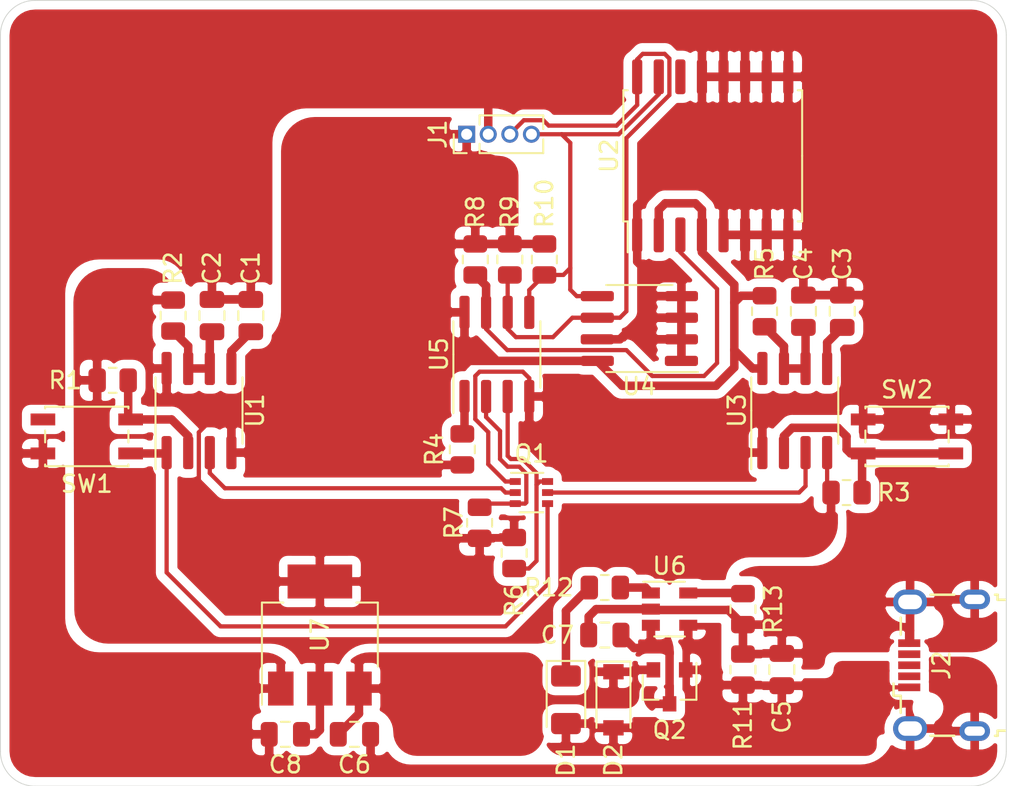
<source format=kicad_pcb>
(kicad_pcb (version 20171130) (host pcbnew "(5.1.10)-1")

  (general
    (thickness 1.6)
    (drawings 16)
    (tracks 188)
    (zones 0)
    (modules 36)
    (nets 27)
  )

  (page A4)
  (layers
    (0 F.Cu signal)
    (31 B.Cu signal)
    (32 B.Adhes user)
    (33 F.Adhes user)
    (34 B.Paste user)
    (35 F.Paste user)
    (36 B.SilkS user)
    (37 F.SilkS user)
    (38 B.Mask user)
    (39 F.Mask user)
    (40 Dwgs.User user)
    (41 Cmts.User user)
    (42 Eco1.User user)
    (43 Eco2.User user)
    (44 Edge.Cuts user)
    (45 Margin user)
    (46 B.CrtYd user)
    (47 F.CrtYd user)
    (48 B.Fab user hide)
    (49 F.Fab user hide)
  )

  (setup
    (last_trace_width 0.5)
    (user_trace_width 0.5)
    (user_trace_width 0.7)
    (trace_clearance 0.2)
    (zone_clearance 0.508)
    (zone_45_only no)
    (trace_min 0.2)
    (via_size 0.8)
    (via_drill 0.4)
    (via_min_size 0.4)
    (via_min_drill 0.3)
    (uvia_size 0.3)
    (uvia_drill 0.1)
    (uvias_allowed no)
    (uvia_min_size 0.2)
    (uvia_min_drill 0.1)
    (edge_width 0.05)
    (segment_width 0.2)
    (pcb_text_width 0.3)
    (pcb_text_size 1.5 1.5)
    (mod_edge_width 0.12)
    (mod_text_size 1 1)
    (mod_text_width 0.15)
    (pad_size 1.524 1.524)
    (pad_drill 0.762)
    (pad_to_mask_clearance 0)
    (aux_axis_origin 0 0)
    (visible_elements 7FFFFFFF)
    (pcbplotparams
      (layerselection 0x010fc_ffffffff)
      (usegerberextensions false)
      (usegerberattributes true)
      (usegerberadvancedattributes true)
      (creategerberjobfile true)
      (excludeedgelayer true)
      (linewidth 0.100000)
      (plotframeref false)
      (viasonmask false)
      (mode 1)
      (useauxorigin false)
      (hpglpennumber 1)
      (hpglpenspeed 20)
      (hpglpendiameter 15.000000)
      (psnegative false)
      (psa4output false)
      (plotreference true)
      (plotvalue true)
      (plotinvisibletext false)
      (padsonsilk false)
      (subtractmaskfromsilk false)
      (outputformat 1)
      (mirror false)
      (drillshape 1)
      (scaleselection 1)
      (outputdirectory ""))
  )

  (net 0 "")
  (net 1 "Net-(C1-Pad1)")
  (net 2 "Net-(C2-Pad1)")
  (net 3 "Net-(C3-Pad1)")
  (net 4 "Net-(C4-Pad1)")
  (net 5 PINB)
  (net 6 "Net-(Q1-Pad2)")
  (net 7 "Net-(Q1-Pad5)")
  (net 8 PINA)
  (net 9 "Net-(R1-Pad2)")
  (net 10 +3V3)
  (net 11 "Net-(R3-Pad2)")
  (net 12 RESET)
  (net 13 ALARM)
  (net 14 SCL)
  (net 15 SDA)
  (net 16 +BATT)
  (net 17 +5V)
  (net 18 VCC)
  (net 19 BATT)
  (net 20 "Net-(J2-Pad4)")
  (net 21 "Net-(J2-Pad3)")
  (net 22 "Net-(J2-Pad2)")
  (net 23 STAT)
  (net 24 "Net-(D1-Pad1)")
  (net 25 "Net-(R13-Pad2)")
  (net 26 GND)

  (net_class Default "This is the default net class."
    (clearance 0.2)
    (trace_width 0.25)
    (via_dia 0.8)
    (via_drill 0.4)
    (uvia_dia 0.3)
    (uvia_drill 0.1)
    (add_net +3V3)
    (add_net +5V)
    (add_net +BATT)
    (add_net ALARM)
    (add_net BATT)
    (add_net GND)
    (add_net "Net-(C1-Pad1)")
    (add_net "Net-(C2-Pad1)")
    (add_net "Net-(C3-Pad1)")
    (add_net "Net-(C4-Pad1)")
    (add_net "Net-(D1-Pad1)")
    (add_net "Net-(J2-Pad2)")
    (add_net "Net-(J2-Pad3)")
    (add_net "Net-(J2-Pad4)")
    (add_net "Net-(Q1-Pad2)")
    (add_net "Net-(Q1-Pad5)")
    (add_net "Net-(R1-Pad2)")
    (add_net "Net-(R13-Pad2)")
    (add_net "Net-(R3-Pad2)")
    (add_net PINA)
    (add_net PINB)
    (add_net RESET)
    (add_net SCL)
    (add_net SDA)
    (add_net STAT)
    (add_net VCC)
  )

  (module Package_SO:SOIC-8_3.9x4.9mm_P1.27mm (layer F.Cu) (tedit 5D9F72B1) (tstamp 61B7582B)
    (at 3.048 -55.118 90)
    (descr "SOIC, 8 Pin (JEDEC MS-012AA, https://www.analog.com/media/en/package-pcb-resources/package/pkg_pdf/soic_narrow-r/r_8.pdf), generated with kicad-footprint-generator ipc_gullwing_generator.py")
    (tags "SOIC SO")
    (path /61C2E413)
    (attr smd)
    (fp_text reference U5 (at 0 -3.4 90) (layer F.SilkS)
      (effects (font (size 1 1) (thickness 0.15)))
    )
    (fp_text value ATtiny25-20SSU (at 0 3.4 90) (layer F.Fab)
      (effects (font (size 1 1) (thickness 0.15)))
    )
    (fp_line (start 0 2.56) (end 1.95 2.56) (layer F.SilkS) (width 0.12))
    (fp_line (start 0 2.56) (end -1.95 2.56) (layer F.SilkS) (width 0.12))
    (fp_line (start 0 -2.56) (end 1.95 -2.56) (layer F.SilkS) (width 0.12))
    (fp_line (start 0 -2.56) (end -3.45 -2.56) (layer F.SilkS) (width 0.12))
    (fp_line (start -0.975 -2.45) (end 1.95 -2.45) (layer F.Fab) (width 0.1))
    (fp_line (start 1.95 -2.45) (end 1.95 2.45) (layer F.Fab) (width 0.1))
    (fp_line (start 1.95 2.45) (end -1.95 2.45) (layer F.Fab) (width 0.1))
    (fp_line (start -1.95 2.45) (end -1.95 -1.475) (layer F.Fab) (width 0.1))
    (fp_line (start -1.95 -1.475) (end -0.975 -2.45) (layer F.Fab) (width 0.1))
    (fp_line (start -3.7 -2.7) (end -3.7 2.7) (layer F.CrtYd) (width 0.05))
    (fp_line (start -3.7 2.7) (end 3.7 2.7) (layer F.CrtYd) (width 0.05))
    (fp_line (start 3.7 2.7) (end 3.7 -2.7) (layer F.CrtYd) (width 0.05))
    (fp_line (start 3.7 -2.7) (end -3.7 -2.7) (layer F.CrtYd) (width 0.05))
    (fp_text user %R (at 0 0 90) (layer F.Fab)
      (effects (font (size 0.98 0.98) (thickness 0.15)))
    )
    (pad 8 smd roundrect (at 2.475 -1.905 90) (size 1.95 0.6) (layers F.Cu F.Paste F.Mask) (roundrect_rratio 0.25)
      (net 10 +3V3))
    (pad 7 smd roundrect (at 2.475 -0.635 90) (size 1.95 0.6) (layers F.Cu F.Paste F.Mask) (roundrect_rratio 0.25)
      (net 13 ALARM))
    (pad 6 smd roundrect (at 2.475 0.635 90) (size 1.95 0.6) (layers F.Cu F.Paste F.Mask) (roundrect_rratio 0.25)
      (net 14 SCL))
    (pad 5 smd roundrect (at 2.475 1.905 90) (size 1.95 0.6) (layers F.Cu F.Paste F.Mask) (roundrect_rratio 0.25)
      (net 15 SDA))
    (pad 4 smd roundrect (at -2.475 1.905 90) (size 1.95 0.6) (layers F.Cu F.Paste F.Mask) (roundrect_rratio 0.25)
      (net 26 GND))
    (pad 3 smd roundrect (at -2.475 0.635 90) (size 1.95 0.6) (layers F.Cu F.Paste F.Mask) (roundrect_rratio 0.25)
      (net 5 PINB))
    (pad 2 smd roundrect (at -2.475 -0.635 90) (size 1.95 0.6) (layers F.Cu F.Paste F.Mask) (roundrect_rratio 0.25)
      (net 8 PINA))
    (pad 1 smd roundrect (at -2.475 -1.905 90) (size 1.95 0.6) (layers F.Cu F.Paste F.Mask) (roundrect_rratio 0.25)
      (net 12 RESET))
    (model ${KISYS3DMOD}/Package_SO.3dshapes/SOIC-8_3.9x4.9mm_P1.27mm.wrl
      (at (xyz 0 0 0))
      (scale (xyz 1 1 1))
      (rotate (xyz 0 0 0))
    )
  )

  (module Resistor_SMD:R_0805_2012Metric (layer F.Cu) (tedit 5F68FEEE) (tstamp 61B75780)
    (at 5.842 -60.706 270)
    (descr "Resistor SMD 0805 (2012 Metric), square (rectangular) end terminal, IPC_7351 nominal, (Body size source: IPC-SM-782 page 72, https://www.pcb-3d.com/wordpress/wp-content/uploads/ipc-sm-782a_amendment_1_and_2.pdf), generated with kicad-footprint-generator")
    (tags resistor)
    (path /61BC2565)
    (attr smd)
    (fp_text reference R10 (at -3.302 0 90) (layer F.SilkS)
      (effects (font (size 1 1) (thickness 0.15)))
    )
    (fp_text value 10K (at 0 1.65 90) (layer F.Fab)
      (effects (font (size 1 1) (thickness 0.15)))
    )
    (fp_text user %R (at 0 0 90) (layer F.Fab)
      (effects (font (size 0.5 0.5) (thickness 0.08)))
    )
    (fp_line (start -1 0.625) (end -1 -0.625) (layer F.Fab) (width 0.1))
    (fp_line (start -1 -0.625) (end 1 -0.625) (layer F.Fab) (width 0.1))
    (fp_line (start 1 -0.625) (end 1 0.625) (layer F.Fab) (width 0.1))
    (fp_line (start 1 0.625) (end -1 0.625) (layer F.Fab) (width 0.1))
    (fp_line (start -0.227064 -0.735) (end 0.227064 -0.735) (layer F.SilkS) (width 0.12))
    (fp_line (start -0.227064 0.735) (end 0.227064 0.735) (layer F.SilkS) (width 0.12))
    (fp_line (start -1.68 0.95) (end -1.68 -0.95) (layer F.CrtYd) (width 0.05))
    (fp_line (start -1.68 -0.95) (end 1.68 -0.95) (layer F.CrtYd) (width 0.05))
    (fp_line (start 1.68 -0.95) (end 1.68 0.95) (layer F.CrtYd) (width 0.05))
    (fp_line (start 1.68 0.95) (end -1.68 0.95) (layer F.CrtYd) (width 0.05))
    (pad 2 smd roundrect (at 0.9125 0 270) (size 1.025 1.4) (layers F.Cu F.Paste F.Mask) (roundrect_rratio 0.243902)
      (net 15 SDA))
    (pad 1 smd roundrect (at -0.9125 0 270) (size 1.025 1.4) (layers F.Cu F.Paste F.Mask) (roundrect_rratio 0.243902)
      (net 10 +3V3))
    (model ${KISYS3DMOD}/Resistor_SMD.3dshapes/R_0805_2012Metric.wrl
      (at (xyz 0 0 0))
      (scale (xyz 1 1 1))
      (rotate (xyz 0 0 0))
    )
  )

  (module Resistor_SMD:R_0805_2012Metric (layer F.Cu) (tedit 5F68FEEE) (tstamp 61B7576F)
    (at 3.81 -60.706 270)
    (descr "Resistor SMD 0805 (2012 Metric), square (rectangular) end terminal, IPC_7351 nominal, (Body size source: IPC-SM-782 page 72, https://www.pcb-3d.com/wordpress/wp-content/uploads/ipc-sm-782a_amendment_1_and_2.pdf), generated with kicad-footprint-generator")
    (tags resistor)
    (path /61BC2004)
    (attr smd)
    (fp_text reference R9 (at -2.794 0 90) (layer F.SilkS)
      (effects (font (size 1 1) (thickness 0.15)))
    )
    (fp_text value 10K (at 0 1.65 90) (layer F.Fab)
      (effects (font (size 1 1) (thickness 0.15)))
    )
    (fp_text user %R (at 0 0 90) (layer F.Fab)
      (effects (font (size 0.5 0.5) (thickness 0.08)))
    )
    (fp_line (start -1 0.625) (end -1 -0.625) (layer F.Fab) (width 0.1))
    (fp_line (start -1 -0.625) (end 1 -0.625) (layer F.Fab) (width 0.1))
    (fp_line (start 1 -0.625) (end 1 0.625) (layer F.Fab) (width 0.1))
    (fp_line (start 1 0.625) (end -1 0.625) (layer F.Fab) (width 0.1))
    (fp_line (start -0.227064 -0.735) (end 0.227064 -0.735) (layer F.SilkS) (width 0.12))
    (fp_line (start -0.227064 0.735) (end 0.227064 0.735) (layer F.SilkS) (width 0.12))
    (fp_line (start -1.68 0.95) (end -1.68 -0.95) (layer F.CrtYd) (width 0.05))
    (fp_line (start -1.68 -0.95) (end 1.68 -0.95) (layer F.CrtYd) (width 0.05))
    (fp_line (start 1.68 -0.95) (end 1.68 0.95) (layer F.CrtYd) (width 0.05))
    (fp_line (start 1.68 0.95) (end -1.68 0.95) (layer F.CrtYd) (width 0.05))
    (pad 2 smd roundrect (at 0.9125 0 270) (size 1.025 1.4) (layers F.Cu F.Paste F.Mask) (roundrect_rratio 0.243902)
      (net 14 SCL))
    (pad 1 smd roundrect (at -0.9125 0 270) (size 1.025 1.4) (layers F.Cu F.Paste F.Mask) (roundrect_rratio 0.243902)
      (net 10 +3V3))
    (model ${KISYS3DMOD}/Resistor_SMD.3dshapes/R_0805_2012Metric.wrl
      (at (xyz 0 0 0))
      (scale (xyz 1 1 1))
      (rotate (xyz 0 0 0))
    )
  )

  (module Resistor_SMD:R_0805_2012Metric (layer F.Cu) (tedit 5F68FEEE) (tstamp 61B7575E)
    (at 1.778 -60.706 270)
    (descr "Resistor SMD 0805 (2012 Metric), square (rectangular) end terminal, IPC_7351 nominal, (Body size source: IPC-SM-782 page 72, https://www.pcb-3d.com/wordpress/wp-content/uploads/ipc-sm-782a_amendment_1_and_2.pdf), generated with kicad-footprint-generator")
    (tags resistor)
    (path /61BB9536)
    (attr smd)
    (fp_text reference R8 (at -2.794 0 90) (layer F.SilkS)
      (effects (font (size 1 1) (thickness 0.15)))
    )
    (fp_text value 10K (at 0 1.65 90) (layer F.Fab)
      (effects (font (size 1 1) (thickness 0.15)))
    )
    (fp_text user %R (at 0 0 90) (layer F.Fab)
      (effects (font (size 0.5 0.5) (thickness 0.08)))
    )
    (fp_line (start -1 0.625) (end -1 -0.625) (layer F.Fab) (width 0.1))
    (fp_line (start -1 -0.625) (end 1 -0.625) (layer F.Fab) (width 0.1))
    (fp_line (start 1 -0.625) (end 1 0.625) (layer F.Fab) (width 0.1))
    (fp_line (start 1 0.625) (end -1 0.625) (layer F.Fab) (width 0.1))
    (fp_line (start -0.227064 -0.735) (end 0.227064 -0.735) (layer F.SilkS) (width 0.12))
    (fp_line (start -0.227064 0.735) (end 0.227064 0.735) (layer F.SilkS) (width 0.12))
    (fp_line (start -1.68 0.95) (end -1.68 -0.95) (layer F.CrtYd) (width 0.05))
    (fp_line (start -1.68 -0.95) (end 1.68 -0.95) (layer F.CrtYd) (width 0.05))
    (fp_line (start 1.68 -0.95) (end 1.68 0.95) (layer F.CrtYd) (width 0.05))
    (fp_line (start 1.68 0.95) (end -1.68 0.95) (layer F.CrtYd) (width 0.05))
    (pad 2 smd roundrect (at 0.9125 0 270) (size 1.025 1.4) (layers F.Cu F.Paste F.Mask) (roundrect_rratio 0.243902)
      (net 13 ALARM))
    (pad 1 smd roundrect (at -0.9125 0 270) (size 1.025 1.4) (layers F.Cu F.Paste F.Mask) (roundrect_rratio 0.243902)
      (net 10 +3V3))
    (model ${KISYS3DMOD}/Resistor_SMD.3dshapes/R_0805_2012Metric.wrl
      (at (xyz 0 0 0))
      (scale (xyz 1 1 1))
      (rotate (xyz 0 0 0))
    )
  )

  (module Resistor_SMD:R_0805_2012Metric (layer F.Cu) (tedit 5F68FEEE) (tstamp 61B7571A)
    (at 1.016 -49.53 90)
    (descr "Resistor SMD 0805 (2012 Metric), square (rectangular) end terminal, IPC_7351 nominal, (Body size source: IPC-SM-782 page 72, https://www.pcb-3d.com/wordpress/wp-content/uploads/ipc-sm-782a_amendment_1_and_2.pdf), generated with kicad-footprint-generator")
    (tags resistor)
    (path /61BD4AAD)
    (attr smd)
    (fp_text reference R4 (at 0 -1.65 90) (layer F.SilkS)
      (effects (font (size 1 1) (thickness 0.15)))
    )
    (fp_text value 10K (at 0 1.65 90) (layer F.Fab)
      (effects (font (size 1 1) (thickness 0.15)))
    )
    (fp_text user %R (at 0 0 90) (layer F.Fab)
      (effects (font (size 0.5 0.5) (thickness 0.08)))
    )
    (fp_line (start -1 0.625) (end -1 -0.625) (layer F.Fab) (width 0.1))
    (fp_line (start -1 -0.625) (end 1 -0.625) (layer F.Fab) (width 0.1))
    (fp_line (start 1 -0.625) (end 1 0.625) (layer F.Fab) (width 0.1))
    (fp_line (start 1 0.625) (end -1 0.625) (layer F.Fab) (width 0.1))
    (fp_line (start -0.227064 -0.735) (end 0.227064 -0.735) (layer F.SilkS) (width 0.12))
    (fp_line (start -0.227064 0.735) (end 0.227064 0.735) (layer F.SilkS) (width 0.12))
    (fp_line (start -1.68 0.95) (end -1.68 -0.95) (layer F.CrtYd) (width 0.05))
    (fp_line (start -1.68 -0.95) (end 1.68 -0.95) (layer F.CrtYd) (width 0.05))
    (fp_line (start 1.68 -0.95) (end 1.68 0.95) (layer F.CrtYd) (width 0.05))
    (fp_line (start 1.68 0.95) (end -1.68 0.95) (layer F.CrtYd) (width 0.05))
    (pad 2 smd roundrect (at 0.9125 0 90) (size 1.025 1.4) (layers F.Cu F.Paste F.Mask) (roundrect_rratio 0.243902)
      (net 12 RESET))
    (pad 1 smd roundrect (at -0.9125 0 90) (size 1.025 1.4) (layers F.Cu F.Paste F.Mask) (roundrect_rratio 0.243902)
      (net 10 +3V3))
    (model ${KISYS3DMOD}/Resistor_SMD.3dshapes/R_0805_2012Metric.wrl
      (at (xyz 0 0 0))
      (scale (xyz 1 1 1))
      (rotate (xyz 0 0 0))
    )
  )

  (module Resistor_SMD:R_0805_2012Metric (layer F.Cu) (tedit 5F68FEEE) (tstamp 61B7574D)
    (at 2.032 -45.212 90)
    (descr "Resistor SMD 0805 (2012 Metric), square (rectangular) end terminal, IPC_7351 nominal, (Body size source: IPC-SM-782 page 72, https://www.pcb-3d.com/wordpress/wp-content/uploads/ipc-sm-782a_amendment_1_and_2.pdf), generated with kicad-footprint-generator")
    (tags resistor)
    (path /61B830AF)
    (attr smd)
    (fp_text reference R7 (at 0 -1.524 90) (layer F.SilkS)
      (effects (font (size 1 1) (thickness 0.15)))
    )
    (fp_text value 10K (at 0 1.65 90) (layer F.Fab)
      (effects (font (size 1 1) (thickness 0.15)))
    )
    (fp_text user %R (at 0 0 90) (layer F.Fab)
      (effects (font (size 0.5 0.5) (thickness 0.08)))
    )
    (fp_line (start -1 0.625) (end -1 -0.625) (layer F.Fab) (width 0.1))
    (fp_line (start -1 -0.625) (end 1 -0.625) (layer F.Fab) (width 0.1))
    (fp_line (start 1 -0.625) (end 1 0.625) (layer F.Fab) (width 0.1))
    (fp_line (start 1 0.625) (end -1 0.625) (layer F.Fab) (width 0.1))
    (fp_line (start -0.227064 -0.735) (end 0.227064 -0.735) (layer F.SilkS) (width 0.12))
    (fp_line (start -0.227064 0.735) (end 0.227064 0.735) (layer F.SilkS) (width 0.12))
    (fp_line (start -1.68 0.95) (end -1.68 -0.95) (layer F.CrtYd) (width 0.05))
    (fp_line (start -1.68 -0.95) (end 1.68 -0.95) (layer F.CrtYd) (width 0.05))
    (fp_line (start 1.68 -0.95) (end 1.68 0.95) (layer F.CrtYd) (width 0.05))
    (fp_line (start 1.68 0.95) (end -1.68 0.95) (layer F.CrtYd) (width 0.05))
    (pad 2 smd roundrect (at 0.9125 0 90) (size 1.025 1.4) (layers F.Cu F.Paste F.Mask) (roundrect_rratio 0.243902)
      (net 8 PINA))
    (pad 1 smd roundrect (at -0.9125 0 90) (size 1.025 1.4) (layers F.Cu F.Paste F.Mask) (roundrect_rratio 0.243902)
      (net 10 +3V3))
    (model ${KISYS3DMOD}/Resistor_SMD.3dshapes/R_0805_2012Metric.wrl
      (at (xyz 0 0 0))
      (scale (xyz 1 1 1))
      (rotate (xyz 0 0 0))
    )
  )

  (module Resistor_SMD:R_0805_2012Metric (layer F.Cu) (tedit 5F68FEEE) (tstamp 61B7573C)
    (at 4.064 -43.434 270)
    (descr "Resistor SMD 0805 (2012 Metric), square (rectangular) end terminal, IPC_7351 nominal, (Body size source: IPC-SM-782 page 72, https://www.pcb-3d.com/wordpress/wp-content/uploads/ipc-sm-782a_amendment_1_and_2.pdf), generated with kicad-footprint-generator")
    (tags resistor)
    (path /61B813EC)
    (attr smd)
    (fp_text reference R6 (at 2.794 0 90) (layer F.SilkS)
      (effects (font (size 1 1) (thickness 0.15)))
    )
    (fp_text value 10K (at 0 1.65 90) (layer F.Fab)
      (effects (font (size 1 1) (thickness 0.15)))
    )
    (fp_text user %R (at 0 0 90) (layer F.Fab)
      (effects (font (size 0.5 0.5) (thickness 0.08)))
    )
    (fp_line (start -1 0.625) (end -1 -0.625) (layer F.Fab) (width 0.1))
    (fp_line (start -1 -0.625) (end 1 -0.625) (layer F.Fab) (width 0.1))
    (fp_line (start 1 -0.625) (end 1 0.625) (layer F.Fab) (width 0.1))
    (fp_line (start 1 0.625) (end -1 0.625) (layer F.Fab) (width 0.1))
    (fp_line (start -0.227064 -0.735) (end 0.227064 -0.735) (layer F.SilkS) (width 0.12))
    (fp_line (start -0.227064 0.735) (end 0.227064 0.735) (layer F.SilkS) (width 0.12))
    (fp_line (start -1.68 0.95) (end -1.68 -0.95) (layer F.CrtYd) (width 0.05))
    (fp_line (start -1.68 -0.95) (end 1.68 -0.95) (layer F.CrtYd) (width 0.05))
    (fp_line (start 1.68 -0.95) (end 1.68 0.95) (layer F.CrtYd) (width 0.05))
    (fp_line (start 1.68 0.95) (end -1.68 0.95) (layer F.CrtYd) (width 0.05))
    (pad 2 smd roundrect (at 0.9125 0 270) (size 1.025 1.4) (layers F.Cu F.Paste F.Mask) (roundrect_rratio 0.243902)
      (net 5 PINB))
    (pad 1 smd roundrect (at -0.9125 0 270) (size 1.025 1.4) (layers F.Cu F.Paste F.Mask) (roundrect_rratio 0.243902)
      (net 10 +3V3))
    (model ${KISYS3DMOD}/Resistor_SMD.3dshapes/R_0805_2012Metric.wrl
      (at (xyz 0 0 0))
      (scale (xyz 1 1 1))
      (rotate (xyz 0 0 0))
    )
  )

  (module Resistor_SMD:R_0805_2012Metric (layer F.Cu) (tedit 5F68FEEE) (tstamp 61B7572B)
    (at 18.796 -57.658 270)
    (descr "Resistor SMD 0805 (2012 Metric), square (rectangular) end terminal, IPC_7351 nominal, (Body size source: IPC-SM-782 page 72, https://www.pcb-3d.com/wordpress/wp-content/uploads/ipc-sm-782a_amendment_1_and_2.pdf), generated with kicad-footprint-generator")
    (tags resistor)
    (path /61B810D4)
    (attr smd)
    (fp_text reference R5 (at -2.794 0 90) (layer F.SilkS)
      (effects (font (size 1 1) (thickness 0.15)))
    )
    (fp_text value 47K (at 0 1.65 90) (layer F.Fab)
      (effects (font (size 1 1) (thickness 0.15)))
    )
    (fp_text user %R (at 0 0 90) (layer F.Fab)
      (effects (font (size 0.5 0.5) (thickness 0.08)))
    )
    (fp_line (start -1 0.625) (end -1 -0.625) (layer F.Fab) (width 0.1))
    (fp_line (start -1 -0.625) (end 1 -0.625) (layer F.Fab) (width 0.1))
    (fp_line (start 1 -0.625) (end 1 0.625) (layer F.Fab) (width 0.1))
    (fp_line (start 1 0.625) (end -1 0.625) (layer F.Fab) (width 0.1))
    (fp_line (start -0.227064 -0.735) (end 0.227064 -0.735) (layer F.SilkS) (width 0.12))
    (fp_line (start -0.227064 0.735) (end 0.227064 0.735) (layer F.SilkS) (width 0.12))
    (fp_line (start -1.68 0.95) (end -1.68 -0.95) (layer F.CrtYd) (width 0.05))
    (fp_line (start -1.68 -0.95) (end 1.68 -0.95) (layer F.CrtYd) (width 0.05))
    (fp_line (start 1.68 -0.95) (end 1.68 0.95) (layer F.CrtYd) (width 0.05))
    (fp_line (start 1.68 0.95) (end -1.68 0.95) (layer F.CrtYd) (width 0.05))
    (pad 2 smd roundrect (at 0.9125 0 270) (size 1.025 1.4) (layers F.Cu F.Paste F.Mask) (roundrect_rratio 0.243902)
      (net 4 "Net-(C4-Pad1)"))
    (pad 1 smd roundrect (at -0.9125 0 270) (size 1.025 1.4) (layers F.Cu F.Paste F.Mask) (roundrect_rratio 0.243902)
      (net 10 +3V3))
    (model ${KISYS3DMOD}/Resistor_SMD.3dshapes/R_0805_2012Metric.wrl
      (at (xyz 0 0 0))
      (scale (xyz 1 1 1))
      (rotate (xyz 0 0 0))
    )
  )

  (module Resistor_SMD:R_0805_2012Metric (layer F.Cu) (tedit 5F68FEEE) (tstamp 61B75709)
    (at 23.622 -46.99)
    (descr "Resistor SMD 0805 (2012 Metric), square (rectangular) end terminal, IPC_7351 nominal, (Body size source: IPC-SM-782 page 72, https://www.pcb-3d.com/wordpress/wp-content/uploads/ipc-sm-782a_amendment_1_and_2.pdf), generated with kicad-footprint-generator")
    (tags resistor)
    (path /61B89FBE)
    (attr smd)
    (fp_text reference R3 (at 2.794 0) (layer F.SilkS)
      (effects (font (size 1 1) (thickness 0.15)))
    )
    (fp_text value 10K (at 0 1.65) (layer F.Fab)
      (effects (font (size 1 1) (thickness 0.15)))
    )
    (fp_text user %R (at 0 0) (layer F.Fab)
      (effects (font (size 0.5 0.5) (thickness 0.08)))
    )
    (fp_line (start -1 0.625) (end -1 -0.625) (layer F.Fab) (width 0.1))
    (fp_line (start -1 -0.625) (end 1 -0.625) (layer F.Fab) (width 0.1))
    (fp_line (start 1 -0.625) (end 1 0.625) (layer F.Fab) (width 0.1))
    (fp_line (start 1 0.625) (end -1 0.625) (layer F.Fab) (width 0.1))
    (fp_line (start -0.227064 -0.735) (end 0.227064 -0.735) (layer F.SilkS) (width 0.12))
    (fp_line (start -0.227064 0.735) (end 0.227064 0.735) (layer F.SilkS) (width 0.12))
    (fp_line (start -1.68 0.95) (end -1.68 -0.95) (layer F.CrtYd) (width 0.05))
    (fp_line (start -1.68 -0.95) (end 1.68 -0.95) (layer F.CrtYd) (width 0.05))
    (fp_line (start 1.68 -0.95) (end 1.68 0.95) (layer F.CrtYd) (width 0.05))
    (fp_line (start 1.68 0.95) (end -1.68 0.95) (layer F.CrtYd) (width 0.05))
    (pad 2 smd roundrect (at 0.9125 0) (size 1.025 1.4) (layers F.Cu F.Paste F.Mask) (roundrect_rratio 0.243902)
      (net 11 "Net-(R3-Pad2)"))
    (pad 1 smd roundrect (at -0.9125 0) (size 1.025 1.4) (layers F.Cu F.Paste F.Mask) (roundrect_rratio 0.243902)
      (net 10 +3V3))
    (model ${KISYS3DMOD}/Resistor_SMD.3dshapes/R_0805_2012Metric.wrl
      (at (xyz 0 0 0))
      (scale (xyz 1 1 1))
      (rotate (xyz 0 0 0))
    )
  )

  (module Resistor_SMD:R_0805_2012Metric (layer F.Cu) (tedit 5F68FEEE) (tstamp 61B756F8)
    (at -16.002 -57.404 270)
    (descr "Resistor SMD 0805 (2012 Metric), square (rectangular) end terminal, IPC_7351 nominal, (Body size source: IPC-SM-782 page 72, https://www.pcb-3d.com/wordpress/wp-content/uploads/ipc-sm-782a_amendment_1_and_2.pdf), generated with kicad-footprint-generator")
    (tags resistor)
    (path /61B817AD)
    (attr smd)
    (fp_text reference R2 (at -2.794 0 90) (layer F.SilkS)
      (effects (font (size 1 1) (thickness 0.15)))
    )
    (fp_text value 47K (at 0 1.65 90) (layer F.Fab)
      (effects (font (size 1 1) (thickness 0.15)))
    )
    (fp_text user %R (at 0 0 90) (layer F.Fab)
      (effects (font (size 0.5 0.5) (thickness 0.08)))
    )
    (fp_line (start -1 0.625) (end -1 -0.625) (layer F.Fab) (width 0.1))
    (fp_line (start -1 -0.625) (end 1 -0.625) (layer F.Fab) (width 0.1))
    (fp_line (start 1 -0.625) (end 1 0.625) (layer F.Fab) (width 0.1))
    (fp_line (start 1 0.625) (end -1 0.625) (layer F.Fab) (width 0.1))
    (fp_line (start -0.227064 -0.735) (end 0.227064 -0.735) (layer F.SilkS) (width 0.12))
    (fp_line (start -0.227064 0.735) (end 0.227064 0.735) (layer F.SilkS) (width 0.12))
    (fp_line (start -1.68 0.95) (end -1.68 -0.95) (layer F.CrtYd) (width 0.05))
    (fp_line (start -1.68 -0.95) (end 1.68 -0.95) (layer F.CrtYd) (width 0.05))
    (fp_line (start 1.68 -0.95) (end 1.68 0.95) (layer F.CrtYd) (width 0.05))
    (fp_line (start 1.68 0.95) (end -1.68 0.95) (layer F.CrtYd) (width 0.05))
    (pad 2 smd roundrect (at 0.9125 0 270) (size 1.025 1.4) (layers F.Cu F.Paste F.Mask) (roundrect_rratio 0.243902)
      (net 2 "Net-(C2-Pad1)"))
    (pad 1 smd roundrect (at -0.9125 0 270) (size 1.025 1.4) (layers F.Cu F.Paste F.Mask) (roundrect_rratio 0.243902)
      (net 10 +3V3))
    (model ${KISYS3DMOD}/Resistor_SMD.3dshapes/R_0805_2012Metric.wrl
      (at (xyz 0 0 0))
      (scale (xyz 1 1 1))
      (rotate (xyz 0 0 0))
    )
  )

  (module Resistor_SMD:R_0805_2012Metric (layer F.Cu) (tedit 5F68FEEE) (tstamp 61B756E7)
    (at -19.558 -53.594)
    (descr "Resistor SMD 0805 (2012 Metric), square (rectangular) end terminal, IPC_7351 nominal, (Body size source: IPC-SM-782 page 72, https://www.pcb-3d.com/wordpress/wp-content/uploads/ipc-sm-782a_amendment_1_and_2.pdf), generated with kicad-footprint-generator")
    (tags resistor)
    (path /61B89175)
    (attr smd)
    (fp_text reference R1 (at -2.794 0) (layer F.SilkS)
      (effects (font (size 1 1) (thickness 0.15)))
    )
    (fp_text value 10K (at 0 1.65) (layer F.Fab)
      (effects (font (size 1 1) (thickness 0.15)))
    )
    (fp_text user %R (at 0 0) (layer F.Fab)
      (effects (font (size 0.5 0.5) (thickness 0.08)))
    )
    (fp_line (start -1 0.625) (end -1 -0.625) (layer F.Fab) (width 0.1))
    (fp_line (start -1 -0.625) (end 1 -0.625) (layer F.Fab) (width 0.1))
    (fp_line (start 1 -0.625) (end 1 0.625) (layer F.Fab) (width 0.1))
    (fp_line (start 1 0.625) (end -1 0.625) (layer F.Fab) (width 0.1))
    (fp_line (start -0.227064 -0.735) (end 0.227064 -0.735) (layer F.SilkS) (width 0.12))
    (fp_line (start -0.227064 0.735) (end 0.227064 0.735) (layer F.SilkS) (width 0.12))
    (fp_line (start -1.68 0.95) (end -1.68 -0.95) (layer F.CrtYd) (width 0.05))
    (fp_line (start -1.68 -0.95) (end 1.68 -0.95) (layer F.CrtYd) (width 0.05))
    (fp_line (start 1.68 -0.95) (end 1.68 0.95) (layer F.CrtYd) (width 0.05))
    (fp_line (start 1.68 0.95) (end -1.68 0.95) (layer F.CrtYd) (width 0.05))
    (pad 2 smd roundrect (at 0.9125 0) (size 1.025 1.4) (layers F.Cu F.Paste F.Mask) (roundrect_rratio 0.243902)
      (net 9 "Net-(R1-Pad2)"))
    (pad 1 smd roundrect (at -0.9125 0) (size 1.025 1.4) (layers F.Cu F.Paste F.Mask) (roundrect_rratio 0.243902)
      (net 10 +3V3))
    (model ${KISYS3DMOD}/Resistor_SMD.3dshapes/R_0805_2012Metric.wrl
      (at (xyz 0 0 0))
      (scale (xyz 1 1 1))
      (rotate (xyz 0 0 0))
    )
  )

  (module Capacitor_SMD:C_0805_2012Metric (layer F.Cu) (tedit 5F68FEEE) (tstamp 61B756C0)
    (at 21.082 -57.658 90)
    (descr "Capacitor SMD 0805 (2012 Metric), square (rectangular) end terminal, IPC_7351 nominal, (Body size source: IPC-SM-782 page 76, https://www.pcb-3d.com/wordpress/wp-content/uploads/ipc-sm-782a_amendment_1_and_2.pdf, https://docs.google.com/spreadsheets/d/1BsfQQcO9C6DZCsRaXUlFlo91Tg2WpOkGARC1WS5S8t0/edit?usp=sharing), generated with kicad-footprint-generator")
    (tags capacitor)
    (path /61B7DEE7)
    (attr smd)
    (fp_text reference C4 (at 2.794 0 90) (layer F.SilkS)
      (effects (font (size 1 1) (thickness 0.15)))
    )
    (fp_text value 1uF (at 0 1.68 90) (layer F.Fab)
      (effects (font (size 1 1) (thickness 0.15)))
    )
    (fp_text user %R (at 0 0 90) (layer F.Fab)
      (effects (font (size 0.5 0.5) (thickness 0.08)))
    )
    (fp_line (start -1 0.625) (end -1 -0.625) (layer F.Fab) (width 0.1))
    (fp_line (start -1 -0.625) (end 1 -0.625) (layer F.Fab) (width 0.1))
    (fp_line (start 1 -0.625) (end 1 0.625) (layer F.Fab) (width 0.1))
    (fp_line (start 1 0.625) (end -1 0.625) (layer F.Fab) (width 0.1))
    (fp_line (start -0.261252 -0.735) (end 0.261252 -0.735) (layer F.SilkS) (width 0.12))
    (fp_line (start -0.261252 0.735) (end 0.261252 0.735) (layer F.SilkS) (width 0.12))
    (fp_line (start -1.7 0.98) (end -1.7 -0.98) (layer F.CrtYd) (width 0.05))
    (fp_line (start -1.7 -0.98) (end 1.7 -0.98) (layer F.CrtYd) (width 0.05))
    (fp_line (start 1.7 -0.98) (end 1.7 0.98) (layer F.CrtYd) (width 0.05))
    (fp_line (start 1.7 0.98) (end -1.7 0.98) (layer F.CrtYd) (width 0.05))
    (pad 2 smd roundrect (at 0.95 0 90) (size 1 1.45) (layers F.Cu F.Paste F.Mask) (roundrect_rratio 0.25)
      (net 26 GND))
    (pad 1 smd roundrect (at -0.95 0 90) (size 1 1.45) (layers F.Cu F.Paste F.Mask) (roundrect_rratio 0.25)
      (net 4 "Net-(C4-Pad1)"))
    (model ${KISYS3DMOD}/Capacitor_SMD.3dshapes/C_0805_2012Metric.wrl
      (at (xyz 0 0 0))
      (scale (xyz 1 1 1))
      (rotate (xyz 0 0 0))
    )
  )

  (module Capacitor_SMD:C_0805_2012Metric (layer F.Cu) (tedit 5F68FEEE) (tstamp 61B756AF)
    (at 23.368 -57.658 90)
    (descr "Capacitor SMD 0805 (2012 Metric), square (rectangular) end terminal, IPC_7351 nominal, (Body size source: IPC-SM-782 page 76, https://www.pcb-3d.com/wordpress/wp-content/uploads/ipc-sm-782a_amendment_1_and_2.pdf, https://docs.google.com/spreadsheets/d/1BsfQQcO9C6DZCsRaXUlFlo91Tg2WpOkGARC1WS5S8t0/edit?usp=sharing), generated with kicad-footprint-generator")
    (tags capacitor)
    (path /61B7ADD2)
    (attr smd)
    (fp_text reference C3 (at 2.794 0 90) (layer F.SilkS)
      (effects (font (size 1 1) (thickness 0.15)))
    )
    (fp_text value 100nF (at 0 1.68 90) (layer F.Fab)
      (effects (font (size 1 1) (thickness 0.15)))
    )
    (fp_text user %R (at 0 0 90) (layer F.Fab)
      (effects (font (size 0.5 0.5) (thickness 0.08)))
    )
    (fp_line (start -1 0.625) (end -1 -0.625) (layer F.Fab) (width 0.1))
    (fp_line (start -1 -0.625) (end 1 -0.625) (layer F.Fab) (width 0.1))
    (fp_line (start 1 -0.625) (end 1 0.625) (layer F.Fab) (width 0.1))
    (fp_line (start 1 0.625) (end -1 0.625) (layer F.Fab) (width 0.1))
    (fp_line (start -0.261252 -0.735) (end 0.261252 -0.735) (layer F.SilkS) (width 0.12))
    (fp_line (start -0.261252 0.735) (end 0.261252 0.735) (layer F.SilkS) (width 0.12))
    (fp_line (start -1.7 0.98) (end -1.7 -0.98) (layer F.CrtYd) (width 0.05))
    (fp_line (start -1.7 -0.98) (end 1.7 -0.98) (layer F.CrtYd) (width 0.05))
    (fp_line (start 1.7 -0.98) (end 1.7 0.98) (layer F.CrtYd) (width 0.05))
    (fp_line (start 1.7 0.98) (end -1.7 0.98) (layer F.CrtYd) (width 0.05))
    (pad 2 smd roundrect (at 0.95 0 90) (size 1 1.45) (layers F.Cu F.Paste F.Mask) (roundrect_rratio 0.25)
      (net 26 GND))
    (pad 1 smd roundrect (at -0.95 0 90) (size 1 1.45) (layers F.Cu F.Paste F.Mask) (roundrect_rratio 0.25)
      (net 3 "Net-(C3-Pad1)"))
    (model ${KISYS3DMOD}/Capacitor_SMD.3dshapes/C_0805_2012Metric.wrl
      (at (xyz 0 0 0))
      (scale (xyz 1 1 1))
      (rotate (xyz 0 0 0))
    )
  )

  (module Capacitor_SMD:C_0805_2012Metric (layer F.Cu) (tedit 5F68FEEE) (tstamp 61B7569E)
    (at -13.716 -57.404 90)
    (descr "Capacitor SMD 0805 (2012 Metric), square (rectangular) end terminal, IPC_7351 nominal, (Body size source: IPC-SM-782 page 76, https://www.pcb-3d.com/wordpress/wp-content/uploads/ipc-sm-782a_amendment_1_and_2.pdf, https://docs.google.com/spreadsheets/d/1BsfQQcO9C6DZCsRaXUlFlo91Tg2WpOkGARC1WS5S8t0/edit?usp=sharing), generated with kicad-footprint-generator")
    (tags capacitor)
    (path /61B7F144)
    (attr smd)
    (fp_text reference C2 (at 2.794 0 90) (layer F.SilkS)
      (effects (font (size 1 1) (thickness 0.15)))
    )
    (fp_text value 1uF (at 0 1.68 90) (layer F.Fab)
      (effects (font (size 1 1) (thickness 0.15)))
    )
    (fp_text user %R (at 0 0 90) (layer F.Fab)
      (effects (font (size 0.5 0.5) (thickness 0.08)))
    )
    (fp_line (start -1 0.625) (end -1 -0.625) (layer F.Fab) (width 0.1))
    (fp_line (start -1 -0.625) (end 1 -0.625) (layer F.Fab) (width 0.1))
    (fp_line (start 1 -0.625) (end 1 0.625) (layer F.Fab) (width 0.1))
    (fp_line (start 1 0.625) (end -1 0.625) (layer F.Fab) (width 0.1))
    (fp_line (start -0.261252 -0.735) (end 0.261252 -0.735) (layer F.SilkS) (width 0.12))
    (fp_line (start -0.261252 0.735) (end 0.261252 0.735) (layer F.SilkS) (width 0.12))
    (fp_line (start -1.7 0.98) (end -1.7 -0.98) (layer F.CrtYd) (width 0.05))
    (fp_line (start -1.7 -0.98) (end 1.7 -0.98) (layer F.CrtYd) (width 0.05))
    (fp_line (start 1.7 -0.98) (end 1.7 0.98) (layer F.CrtYd) (width 0.05))
    (fp_line (start 1.7 0.98) (end -1.7 0.98) (layer F.CrtYd) (width 0.05))
    (pad 2 smd roundrect (at 0.95 0 90) (size 1 1.45) (layers F.Cu F.Paste F.Mask) (roundrect_rratio 0.25)
      (net 26 GND))
    (pad 1 smd roundrect (at -0.95 0 90) (size 1 1.45) (layers F.Cu F.Paste F.Mask) (roundrect_rratio 0.25)
      (net 2 "Net-(C2-Pad1)"))
    (model ${KISYS3DMOD}/Capacitor_SMD.3dshapes/C_0805_2012Metric.wrl
      (at (xyz 0 0 0))
      (scale (xyz 1 1 1))
      (rotate (xyz 0 0 0))
    )
  )

  (module Capacitor_SMD:C_0805_2012Metric (layer F.Cu) (tedit 5F68FEEE) (tstamp 61B7568D)
    (at -11.43 -57.404 90)
    (descr "Capacitor SMD 0805 (2012 Metric), square (rectangular) end terminal, IPC_7351 nominal, (Body size source: IPC-SM-782 page 76, https://www.pcb-3d.com/wordpress/wp-content/uploads/ipc-sm-782a_amendment_1_and_2.pdf, https://docs.google.com/spreadsheets/d/1BsfQQcO9C6DZCsRaXUlFlo91Tg2WpOkGARC1WS5S8t0/edit?usp=sharing), generated with kicad-footprint-generator")
    (tags capacitor)
    (path /61B7BFA7)
    (attr smd)
    (fp_text reference C1 (at 2.794 0 90) (layer F.SilkS)
      (effects (font (size 1 1) (thickness 0.15)))
    )
    (fp_text value 100nF (at 0 1.68 90) (layer F.Fab)
      (effects (font (size 1 1) (thickness 0.15)))
    )
    (fp_text user %R (at 0 0 90) (layer F.Fab)
      (effects (font (size 0.5 0.5) (thickness 0.08)))
    )
    (fp_line (start -1 0.625) (end -1 -0.625) (layer F.Fab) (width 0.1))
    (fp_line (start -1 -0.625) (end 1 -0.625) (layer F.Fab) (width 0.1))
    (fp_line (start 1 -0.625) (end 1 0.625) (layer F.Fab) (width 0.1))
    (fp_line (start 1 0.625) (end -1 0.625) (layer F.Fab) (width 0.1))
    (fp_line (start -0.261252 -0.735) (end 0.261252 -0.735) (layer F.SilkS) (width 0.12))
    (fp_line (start -0.261252 0.735) (end 0.261252 0.735) (layer F.SilkS) (width 0.12))
    (fp_line (start -1.7 0.98) (end -1.7 -0.98) (layer F.CrtYd) (width 0.05))
    (fp_line (start -1.7 -0.98) (end 1.7 -0.98) (layer F.CrtYd) (width 0.05))
    (fp_line (start 1.7 -0.98) (end 1.7 0.98) (layer F.CrtYd) (width 0.05))
    (fp_line (start 1.7 0.98) (end -1.7 0.98) (layer F.CrtYd) (width 0.05))
    (pad 2 smd roundrect (at 0.95 0 90) (size 1 1.45) (layers F.Cu F.Paste F.Mask) (roundrect_rratio 0.25)
      (net 26 GND))
    (pad 1 smd roundrect (at -0.95 0 90) (size 1 1.45) (layers F.Cu F.Paste F.Mask) (roundrect_rratio 0.25)
      (net 1 "Net-(C1-Pad1)"))
    (model ${KISYS3DMOD}/Capacitor_SMD.3dshapes/C_0805_2012Metric.wrl
      (at (xyz 0 0 0))
      (scale (xyz 1 1 1))
      (rotate (xyz 0 0 0))
    )
  )

  (module Capacitor_SMD:C_0805_2012Metric (layer F.Cu) (tedit 5F68FEEE) (tstamp 61B8A80B)
    (at -9.398 -32.766)
    (descr "Capacitor SMD 0805 (2012 Metric), square (rectangular) end terminal, IPC_7351 nominal, (Body size source: IPC-SM-782 page 76, https://www.pcb-3d.com/wordpress/wp-content/uploads/ipc-sm-782a_amendment_1_and_2.pdf, https://docs.google.com/spreadsheets/d/1BsfQQcO9C6DZCsRaXUlFlo91Tg2WpOkGARC1WS5S8t0/edit?usp=sharing), generated with kicad-footprint-generator")
    (tags capacitor)
    (path /61CA622C)
    (attr smd)
    (fp_text reference C8 (at 0 1.778) (layer F.SilkS)
      (effects (font (size 1 1) (thickness 0.15)))
    )
    (fp_text value 4.7uF (at 0 1.68) (layer F.Fab)
      (effects (font (size 1 1) (thickness 0.15)))
    )
    (fp_text user %R (at 0 0) (layer F.Fab)
      (effects (font (size 0.5 0.5) (thickness 0.08)))
    )
    (fp_line (start -1 0.625) (end -1 -0.625) (layer F.Fab) (width 0.1))
    (fp_line (start -1 -0.625) (end 1 -0.625) (layer F.Fab) (width 0.1))
    (fp_line (start 1 -0.625) (end 1 0.625) (layer F.Fab) (width 0.1))
    (fp_line (start 1 0.625) (end -1 0.625) (layer F.Fab) (width 0.1))
    (fp_line (start -0.261252 -0.735) (end 0.261252 -0.735) (layer F.SilkS) (width 0.12))
    (fp_line (start -0.261252 0.735) (end 0.261252 0.735) (layer F.SilkS) (width 0.12))
    (fp_line (start -1.7 0.98) (end -1.7 -0.98) (layer F.CrtYd) (width 0.05))
    (fp_line (start -1.7 -0.98) (end 1.7 -0.98) (layer F.CrtYd) (width 0.05))
    (fp_line (start 1.7 -0.98) (end 1.7 0.98) (layer F.CrtYd) (width 0.05))
    (fp_line (start 1.7 0.98) (end -1.7 0.98) (layer F.CrtYd) (width 0.05))
    (pad 2 smd roundrect (at 0.95 0) (size 1 1.45) (layers F.Cu F.Paste F.Mask) (roundrect_rratio 0.25)
      (net 10 +3V3))
    (pad 1 smd roundrect (at -0.95 0) (size 1 1.45) (layers F.Cu F.Paste F.Mask) (roundrect_rratio 0.25)
      (net 26 GND))
    (model ${KISYS3DMOD}/Capacitor_SMD.3dshapes/C_0805_2012Metric.wrl
      (at (xyz 0 0 0))
      (scale (xyz 1 1 1))
      (rotate (xyz 0 0 0))
    )
  )

  (module Capacitor_SMD:C_0805_2012Metric (layer F.Cu) (tedit 5F68FEEE) (tstamp 61B8A7FA)
    (at 9.398 -38.608)
    (descr "Capacitor SMD 0805 (2012 Metric), square (rectangular) end terminal, IPC_7351 nominal, (Body size source: IPC-SM-782 page 76, https://www.pcb-3d.com/wordpress/wp-content/uploads/ipc-sm-782a_amendment_1_and_2.pdf, https://docs.google.com/spreadsheets/d/1BsfQQcO9C6DZCsRaXUlFlo91Tg2WpOkGARC1WS5S8t0/edit?usp=sharing), generated with kicad-footprint-generator")
    (tags capacitor)
    (path /61C396D6)
    (attr smd)
    (fp_text reference C7 (at -2.794 0) (layer F.SilkS)
      (effects (font (size 1 1) (thickness 0.15)))
    )
    (fp_text value 4.7uF (at 0 1.68) (layer F.Fab)
      (effects (font (size 1 1) (thickness 0.15)))
    )
    (fp_text user %R (at 0 0) (layer F.Fab)
      (effects (font (size 0.5 0.5) (thickness 0.08)))
    )
    (fp_line (start -1 0.625) (end -1 -0.625) (layer F.Fab) (width 0.1))
    (fp_line (start -1 -0.625) (end 1 -0.625) (layer F.Fab) (width 0.1))
    (fp_line (start 1 -0.625) (end 1 0.625) (layer F.Fab) (width 0.1))
    (fp_line (start 1 0.625) (end -1 0.625) (layer F.Fab) (width 0.1))
    (fp_line (start -0.261252 -0.735) (end 0.261252 -0.735) (layer F.SilkS) (width 0.12))
    (fp_line (start -0.261252 0.735) (end 0.261252 0.735) (layer F.SilkS) (width 0.12))
    (fp_line (start -1.7 0.98) (end -1.7 -0.98) (layer F.CrtYd) (width 0.05))
    (fp_line (start -1.7 -0.98) (end 1.7 -0.98) (layer F.CrtYd) (width 0.05))
    (fp_line (start 1.7 -0.98) (end 1.7 0.98) (layer F.CrtYd) (width 0.05))
    (fp_line (start 1.7 0.98) (end -1.7 0.98) (layer F.CrtYd) (width 0.05))
    (pad 2 smd roundrect (at 0.95 0) (size 1 1.45) (layers F.Cu F.Paste F.Mask) (roundrect_rratio 0.25)
      (net 19 BATT))
    (pad 1 smd roundrect (at -0.95 0) (size 1 1.45) (layers F.Cu F.Paste F.Mask) (roundrect_rratio 0.25)
      (net 26 GND))
    (model ${KISYS3DMOD}/Capacitor_SMD.3dshapes/C_0805_2012Metric.wrl
      (at (xyz 0 0 0))
      (scale (xyz 1 1 1))
      (rotate (xyz 0 0 0))
    )
  )

  (module Capacitor_SMD:C_0805_2012Metric (layer F.Cu) (tedit 5F68FEEE) (tstamp 61B8A7E9)
    (at -5.334 -32.766 180)
    (descr "Capacitor SMD 0805 (2012 Metric), square (rectangular) end terminal, IPC_7351 nominal, (Body size source: IPC-SM-782 page 76, https://www.pcb-3d.com/wordpress/wp-content/uploads/ipc-sm-782a_amendment_1_and_2.pdf, https://docs.google.com/spreadsheets/d/1BsfQQcO9C6DZCsRaXUlFlo91Tg2WpOkGARC1WS5S8t0/edit?usp=sharing), generated with kicad-footprint-generator")
    (tags capacitor)
    (path /61CA5BCA)
    (attr smd)
    (fp_text reference C6 (at 0 -1.778) (layer F.SilkS)
      (effects (font (size 1 1) (thickness 0.15)))
    )
    (fp_text value 4.7uF (at 0 1.68) (layer F.Fab)
      (effects (font (size 1 1) (thickness 0.15)))
    )
    (fp_text user %R (at 0 0) (layer F.Fab)
      (effects (font (size 0.5 0.5) (thickness 0.08)))
    )
    (fp_line (start -1 0.625) (end -1 -0.625) (layer F.Fab) (width 0.1))
    (fp_line (start -1 -0.625) (end 1 -0.625) (layer F.Fab) (width 0.1))
    (fp_line (start 1 -0.625) (end 1 0.625) (layer F.Fab) (width 0.1))
    (fp_line (start 1 0.625) (end -1 0.625) (layer F.Fab) (width 0.1))
    (fp_line (start -0.261252 -0.735) (end 0.261252 -0.735) (layer F.SilkS) (width 0.12))
    (fp_line (start -0.261252 0.735) (end 0.261252 0.735) (layer F.SilkS) (width 0.12))
    (fp_line (start -1.7 0.98) (end -1.7 -0.98) (layer F.CrtYd) (width 0.05))
    (fp_line (start -1.7 -0.98) (end 1.7 -0.98) (layer F.CrtYd) (width 0.05))
    (fp_line (start 1.7 -0.98) (end 1.7 0.98) (layer F.CrtYd) (width 0.05))
    (fp_line (start 1.7 0.98) (end -1.7 0.98) (layer F.CrtYd) (width 0.05))
    (pad 2 smd roundrect (at 0.95 0 180) (size 1 1.45) (layers F.Cu F.Paste F.Mask) (roundrect_rratio 0.25)
      (net 18 VCC))
    (pad 1 smd roundrect (at -0.95 0 180) (size 1 1.45) (layers F.Cu F.Paste F.Mask) (roundrect_rratio 0.25)
      (net 26 GND))
    (model ${KISYS3DMOD}/Capacitor_SMD.3dshapes/C_0805_2012Metric.wrl
      (at (xyz 0 0 0))
      (scale (xyz 1 1 1))
      (rotate (xyz 0 0 0))
    )
  )

  (module Resistor_SMD:R_0805_2012Metric (layer F.Cu) (tedit 5F68FEEE) (tstamp 61B8AA15)
    (at 17.526 -36.576 90)
    (descr "Resistor SMD 0805 (2012 Metric), square (rectangular) end terminal, IPC_7351 nominal, (Body size source: IPC-SM-782 page 72, https://www.pcb-3d.com/wordpress/wp-content/uploads/ipc-sm-782a_amendment_1_and_2.pdf), generated with kicad-footprint-generator")
    (tags resistor)
    (path /61BBE0D5)
    (attr smd)
    (fp_text reference R11 (at -3.302 0 90) (layer F.SilkS)
      (effects (font (size 1 1) (thickness 0.15)))
    )
    (fp_text value 100K (at 0 1.65 90) (layer F.Fab)
      (effects (font (size 1 1) (thickness 0.15)))
    )
    (fp_text user %R (at 0 0 90) (layer F.Fab)
      (effects (font (size 0.5 0.5) (thickness 0.08)))
    )
    (fp_line (start -1 0.625) (end -1 -0.625) (layer F.Fab) (width 0.1))
    (fp_line (start -1 -0.625) (end 1 -0.625) (layer F.Fab) (width 0.1))
    (fp_line (start 1 -0.625) (end 1 0.625) (layer F.Fab) (width 0.1))
    (fp_line (start 1 0.625) (end -1 0.625) (layer F.Fab) (width 0.1))
    (fp_line (start -0.227064 -0.735) (end 0.227064 -0.735) (layer F.SilkS) (width 0.12))
    (fp_line (start -0.227064 0.735) (end 0.227064 0.735) (layer F.SilkS) (width 0.12))
    (fp_line (start -1.68 0.95) (end -1.68 -0.95) (layer F.CrtYd) (width 0.05))
    (fp_line (start -1.68 -0.95) (end 1.68 -0.95) (layer F.CrtYd) (width 0.05))
    (fp_line (start 1.68 -0.95) (end 1.68 0.95) (layer F.CrtYd) (width 0.05))
    (fp_line (start 1.68 0.95) (end -1.68 0.95) (layer F.CrtYd) (width 0.05))
    (pad 2 smd roundrect (at 0.9125 0 90) (size 1.025 1.4) (layers F.Cu F.Paste F.Mask) (roundrect_rratio 0.243902)
      (net 26 GND))
    (pad 1 smd roundrect (at -0.9125 0 90) (size 1.025 1.4) (layers F.Cu F.Paste F.Mask) (roundrect_rratio 0.243902)
      (net 17 +5V))
    (model ${KISYS3DMOD}/Resistor_SMD.3dshapes/R_0805_2012Metric.wrl
      (at (xyz 0 0 0))
      (scale (xyz 1 1 1))
      (rotate (xyz 0 0 0))
    )
  )

  (module Resistor_SMD:R_0805_2012Metric (layer F.Cu) (tedit 5F68FEEE) (tstamp 61B8AA26)
    (at 9.398 -41.402)
    (descr "Resistor SMD 0805 (2012 Metric), square (rectangular) end terminal, IPC_7351 nominal, (Body size source: IPC-SM-782 page 72, https://www.pcb-3d.com/wordpress/wp-content/uploads/ipc-sm-782a_amendment_1_and_2.pdf), generated with kicad-footprint-generator")
    (tags resistor)
    (path /61C41221)
    (attr smd)
    (fp_text reference R12 (at -3.302 0 180) (layer F.SilkS)
      (effects (font (size 1 1) (thickness 0.15)))
    )
    (fp_text value 470 (at 0 1.65) (layer F.Fab)
      (effects (font (size 1 1) (thickness 0.15)))
    )
    (fp_text user %R (at 0 0) (layer F.Fab)
      (effects (font (size 0.5 0.5) (thickness 0.08)))
    )
    (fp_line (start -1 0.625) (end -1 -0.625) (layer F.Fab) (width 0.1))
    (fp_line (start -1 -0.625) (end 1 -0.625) (layer F.Fab) (width 0.1))
    (fp_line (start 1 -0.625) (end 1 0.625) (layer F.Fab) (width 0.1))
    (fp_line (start 1 0.625) (end -1 0.625) (layer F.Fab) (width 0.1))
    (fp_line (start -0.227064 -0.735) (end 0.227064 -0.735) (layer F.SilkS) (width 0.12))
    (fp_line (start -0.227064 0.735) (end 0.227064 0.735) (layer F.SilkS) (width 0.12))
    (fp_line (start -1.68 0.95) (end -1.68 -0.95) (layer F.CrtYd) (width 0.05))
    (fp_line (start -1.68 -0.95) (end 1.68 -0.95) (layer F.CrtYd) (width 0.05))
    (fp_line (start 1.68 -0.95) (end 1.68 0.95) (layer F.CrtYd) (width 0.05))
    (fp_line (start 1.68 0.95) (end -1.68 0.95) (layer F.CrtYd) (width 0.05))
    (pad 2 smd roundrect (at 0.9125 0) (size 1.025 1.4) (layers F.Cu F.Paste F.Mask) (roundrect_rratio 0.243902)
      (net 23 STAT))
    (pad 1 smd roundrect (at -0.9125 0) (size 1.025 1.4) (layers F.Cu F.Paste F.Mask) (roundrect_rratio 0.243902)
      (net 24 "Net-(D1-Pad1)"))
    (model ${KISYS3DMOD}/Resistor_SMD.3dshapes/R_0805_2012Metric.wrl
      (at (xyz 0 0 0))
      (scale (xyz 1 1 1))
      (rotate (xyz 0 0 0))
    )
  )

  (module Capacitor_SMD:C_0805_2012Metric (layer F.Cu) (tedit 5F68FEEE) (tstamp 61B8A7D8)
    (at 19.812 -36.576 270)
    (descr "Capacitor SMD 0805 (2012 Metric), square (rectangular) end terminal, IPC_7351 nominal, (Body size source: IPC-SM-782 page 76, https://www.pcb-3d.com/wordpress/wp-content/uploads/ipc-sm-782a_amendment_1_and_2.pdf, https://docs.google.com/spreadsheets/d/1BsfQQcO9C6DZCsRaXUlFlo91Tg2WpOkGARC1WS5S8t0/edit?usp=sharing), generated with kicad-footprint-generator")
    (tags capacitor)
    (path /61C3B94A)
    (attr smd)
    (fp_text reference C5 (at 2.794 0 90) (layer F.SilkS)
      (effects (font (size 1 1) (thickness 0.15)))
    )
    (fp_text value 4.7uF (at 0 1.68 90) (layer F.Fab)
      (effects (font (size 1 1) (thickness 0.15)))
    )
    (fp_text user %R (at 0 0 90) (layer F.Fab)
      (effects (font (size 0.5 0.5) (thickness 0.08)))
    )
    (fp_line (start -1 0.625) (end -1 -0.625) (layer F.Fab) (width 0.1))
    (fp_line (start -1 -0.625) (end 1 -0.625) (layer F.Fab) (width 0.1))
    (fp_line (start 1 -0.625) (end 1 0.625) (layer F.Fab) (width 0.1))
    (fp_line (start 1 0.625) (end -1 0.625) (layer F.Fab) (width 0.1))
    (fp_line (start -0.261252 -0.735) (end 0.261252 -0.735) (layer F.SilkS) (width 0.12))
    (fp_line (start -0.261252 0.735) (end 0.261252 0.735) (layer F.SilkS) (width 0.12))
    (fp_line (start -1.7 0.98) (end -1.7 -0.98) (layer F.CrtYd) (width 0.05))
    (fp_line (start -1.7 -0.98) (end 1.7 -0.98) (layer F.CrtYd) (width 0.05))
    (fp_line (start 1.7 -0.98) (end 1.7 0.98) (layer F.CrtYd) (width 0.05))
    (fp_line (start 1.7 0.98) (end -1.7 0.98) (layer F.CrtYd) (width 0.05))
    (pad 2 smd roundrect (at 0.95 0 270) (size 1 1.45) (layers F.Cu F.Paste F.Mask) (roundrect_rratio 0.25)
      (net 17 +5V))
    (pad 1 smd roundrect (at -0.95 0 270) (size 1 1.45) (layers F.Cu F.Paste F.Mask) (roundrect_rratio 0.25)
      (net 26 GND))
    (model ${KISYS3DMOD}/Capacitor_SMD.3dshapes/C_0805_2012Metric.wrl
      (at (xyz 0 0 0))
      (scale (xyz 1 1 1))
      (rotate (xyz 0 0 0))
    )
  )

  (module Resistor_SMD:R_0805_2012Metric (layer F.Cu) (tedit 5F68FEEE) (tstamp 61B8AA37)
    (at 17.526 -40.132 90)
    (descr "Resistor SMD 0805 (2012 Metric), square (rectangular) end terminal, IPC_7351 nominal, (Body size source: IPC-SM-782 page 72, https://www.pcb-3d.com/wordpress/wp-content/uploads/ipc-sm-782a_amendment_1_and_2.pdf), generated with kicad-footprint-generator")
    (tags resistor)
    (path /61C58318)
    (attr smd)
    (fp_text reference R13 (at 0 1.778 90) (layer F.SilkS)
      (effects (font (size 1 1) (thickness 0.15)))
    )
    (fp_text value 2K (at 0 1.65 90) (layer F.Fab)
      (effects (font (size 1 1) (thickness 0.15)))
    )
    (fp_text user %R (at 0 0 90) (layer F.Fab)
      (effects (font (size 0.5 0.5) (thickness 0.08)))
    )
    (fp_line (start -1 0.625) (end -1 -0.625) (layer F.Fab) (width 0.1))
    (fp_line (start -1 -0.625) (end 1 -0.625) (layer F.Fab) (width 0.1))
    (fp_line (start 1 -0.625) (end 1 0.625) (layer F.Fab) (width 0.1))
    (fp_line (start 1 0.625) (end -1 0.625) (layer F.Fab) (width 0.1))
    (fp_line (start -0.227064 -0.735) (end 0.227064 -0.735) (layer F.SilkS) (width 0.12))
    (fp_line (start -0.227064 0.735) (end 0.227064 0.735) (layer F.SilkS) (width 0.12))
    (fp_line (start -1.68 0.95) (end -1.68 -0.95) (layer F.CrtYd) (width 0.05))
    (fp_line (start -1.68 -0.95) (end 1.68 -0.95) (layer F.CrtYd) (width 0.05))
    (fp_line (start 1.68 -0.95) (end 1.68 0.95) (layer F.CrtYd) (width 0.05))
    (fp_line (start 1.68 0.95) (end -1.68 0.95) (layer F.CrtYd) (width 0.05))
    (pad 2 smd roundrect (at 0.9125 0 90) (size 1.025 1.4) (layers F.Cu F.Paste F.Mask) (roundrect_rratio 0.243902)
      (net 25 "Net-(R13-Pad2)"))
    (pad 1 smd roundrect (at -0.9125 0 90) (size 1.025 1.4) (layers F.Cu F.Paste F.Mask) (roundrect_rratio 0.243902)
      (net 26 GND))
    (model ${KISYS3DMOD}/Resistor_SMD.3dshapes/R_0805_2012Metric.wrl
      (at (xyz 0 0 0))
      (scale (xyz 1 1 1))
      (rotate (xyz 0 0 0))
    )
  )

  (module Package_TO_SOT_SMD:SOT-223-3_TabPin2 (layer F.Cu) (tedit 5A02FF57) (tstamp 61B8D3AB)
    (at -7.366 -38.608 90)
    (descr "module CMS SOT223 4 pins")
    (tags "CMS SOT")
    (path /61CA3B89)
    (attr smd)
    (fp_text reference U7 (at 0 0 90) (layer F.SilkS)
      (effects (font (size 1 1) (thickness 0.15)))
    )
    (fp_text value LT1117-3.3 (at 0 4.5 90) (layer F.Fab)
      (effects (font (size 1 1) (thickness 0.15)))
    )
    (fp_text user %R (at 0 0) (layer F.Fab)
      (effects (font (size 0.8 0.8) (thickness 0.12)))
    )
    (fp_line (start 1.91 3.41) (end 1.91 2.15) (layer F.SilkS) (width 0.12))
    (fp_line (start 1.91 -3.41) (end 1.91 -2.15) (layer F.SilkS) (width 0.12))
    (fp_line (start 4.4 -3.6) (end -4.4 -3.6) (layer F.CrtYd) (width 0.05))
    (fp_line (start 4.4 3.6) (end 4.4 -3.6) (layer F.CrtYd) (width 0.05))
    (fp_line (start -4.4 3.6) (end 4.4 3.6) (layer F.CrtYd) (width 0.05))
    (fp_line (start -4.4 -3.6) (end -4.4 3.6) (layer F.CrtYd) (width 0.05))
    (fp_line (start -1.85 -2.35) (end -0.85 -3.35) (layer F.Fab) (width 0.1))
    (fp_line (start -1.85 -2.35) (end -1.85 3.35) (layer F.Fab) (width 0.1))
    (fp_line (start -1.85 3.41) (end 1.91 3.41) (layer F.SilkS) (width 0.12))
    (fp_line (start -0.85 -3.35) (end 1.85 -3.35) (layer F.Fab) (width 0.1))
    (fp_line (start -4.1 -3.41) (end 1.91 -3.41) (layer F.SilkS) (width 0.12))
    (fp_line (start -1.85 3.35) (end 1.85 3.35) (layer F.Fab) (width 0.1))
    (fp_line (start 1.85 -3.35) (end 1.85 3.35) (layer F.Fab) (width 0.1))
    (pad 1 smd rect (at -3.15 -2.3 90) (size 2 1.5) (layers F.Cu F.Paste F.Mask)
      (net 26 GND))
    (pad 3 smd rect (at -3.15 2.3 90) (size 2 1.5) (layers F.Cu F.Paste F.Mask)
      (net 18 VCC))
    (pad 2 smd rect (at -3.15 0 90) (size 2 1.5) (layers F.Cu F.Paste F.Mask)
      (net 10 +3V3))
    (pad 2 smd rect (at 3.15 0 90) (size 2 3.8) (layers F.Cu F.Paste F.Mask)
      (net 10 +3V3))
    (model ${KISYS3DMOD}/Package_TO_SOT_SMD.3dshapes/SOT-223.wrl
      (at (xyz 0 0 0))
      (scale (xyz 1 1 1))
      (rotate (xyz 0 0 0))
    )
  )

  (module LED_SMD:LED_1206_3216Metric (layer F.Cu) (tedit 5F68FEF1) (tstamp 61B8B917)
    (at 7.112 -34.798 270)
    (descr "LED SMD 1206 (3216 Metric), square (rectangular) end terminal, IPC_7351 nominal, (Body size source: http://www.tortai-tech.com/upload/download/2011102023233369053.pdf), generated with kicad-footprint-generator")
    (tags LED)
    (path /61C3FEC7)
    (attr smd)
    (fp_text reference D1 (at 3.556 0 90) (layer F.SilkS)
      (effects (font (size 1 1) (thickness 0.15)))
    )
    (fp_text value LED (at 0 1.82 90) (layer F.Fab)
      (effects (font (size 1 1) (thickness 0.15)))
    )
    (fp_text user %R (at 0 0 90) (layer F.Fab)
      (effects (font (size 0.8 0.8) (thickness 0.12)))
    )
    (fp_line (start 1.6 -0.8) (end -1.2 -0.8) (layer F.Fab) (width 0.1))
    (fp_line (start -1.2 -0.8) (end -1.6 -0.4) (layer F.Fab) (width 0.1))
    (fp_line (start -1.6 -0.4) (end -1.6 0.8) (layer F.Fab) (width 0.1))
    (fp_line (start -1.6 0.8) (end 1.6 0.8) (layer F.Fab) (width 0.1))
    (fp_line (start 1.6 0.8) (end 1.6 -0.8) (layer F.Fab) (width 0.1))
    (fp_line (start 1.6 -1.135) (end -2.285 -1.135) (layer F.SilkS) (width 0.12))
    (fp_line (start -2.285 -1.135) (end -2.285 1.135) (layer F.SilkS) (width 0.12))
    (fp_line (start -2.285 1.135) (end 1.6 1.135) (layer F.SilkS) (width 0.12))
    (fp_line (start -2.28 1.12) (end -2.28 -1.12) (layer F.CrtYd) (width 0.05))
    (fp_line (start -2.28 -1.12) (end 2.28 -1.12) (layer F.CrtYd) (width 0.05))
    (fp_line (start 2.28 -1.12) (end 2.28 1.12) (layer F.CrtYd) (width 0.05))
    (fp_line (start 2.28 1.12) (end -2.28 1.12) (layer F.CrtYd) (width 0.05))
    (pad 2 smd roundrect (at 1.4 0 270) (size 1.25 1.75) (layers F.Cu F.Paste F.Mask) (roundrect_rratio 0.2)
      (net 17 +5V))
    (pad 1 smd roundrect (at -1.4 0 270) (size 1.25 1.75) (layers F.Cu F.Paste F.Mask) (roundrect_rratio 0.2)
      (net 24 "Net-(D1-Pad1)"))
    (model ${KISYS3DMOD}/LED_SMD.3dshapes/LED_1206_3216Metric.wrl
      (at (xyz 0 0 0))
      (scale (xyz 1 1 1))
      (rotate (xyz 0 0 0))
    )
  )

  (module Package_TO_SOT_SMD:SOT-23-5 (layer F.Cu) (tedit 5A02FF57) (tstamp 61B8ABC4)
    (at 13.208 -40.132)
    (descr "5-pin SOT23 package")
    (tags SOT-23-5)
    (path /61C32993)
    (attr smd)
    (fp_text reference U6 (at 0 -2.54) (layer F.SilkS)
      (effects (font (size 1 1) (thickness 0.15)))
    )
    (fp_text value MCP73831-2-OT (at 0 2.9) (layer F.Fab)
      (effects (font (size 1 1) (thickness 0.15)))
    )
    (fp_text user %R (at 0 0 90) (layer F.Fab)
      (effects (font (size 0.5 0.5) (thickness 0.075)))
    )
    (fp_line (start -0.9 1.61) (end 0.9 1.61) (layer F.SilkS) (width 0.12))
    (fp_line (start 0.9 -1.61) (end -1.55 -1.61) (layer F.SilkS) (width 0.12))
    (fp_line (start -1.9 -1.8) (end 1.9 -1.8) (layer F.CrtYd) (width 0.05))
    (fp_line (start 1.9 -1.8) (end 1.9 1.8) (layer F.CrtYd) (width 0.05))
    (fp_line (start 1.9 1.8) (end -1.9 1.8) (layer F.CrtYd) (width 0.05))
    (fp_line (start -1.9 1.8) (end -1.9 -1.8) (layer F.CrtYd) (width 0.05))
    (fp_line (start -0.9 -0.9) (end -0.25 -1.55) (layer F.Fab) (width 0.1))
    (fp_line (start 0.9 -1.55) (end -0.25 -1.55) (layer F.Fab) (width 0.1))
    (fp_line (start -0.9 -0.9) (end -0.9 1.55) (layer F.Fab) (width 0.1))
    (fp_line (start 0.9 1.55) (end -0.9 1.55) (layer F.Fab) (width 0.1))
    (fp_line (start 0.9 -1.55) (end 0.9 1.55) (layer F.Fab) (width 0.1))
    (pad 5 smd rect (at 1.1 -0.95) (size 1.06 0.65) (layers F.Cu F.Paste F.Mask)
      (net 25 "Net-(R13-Pad2)"))
    (pad 4 smd rect (at 1.1 0.95) (size 1.06 0.65) (layers F.Cu F.Paste F.Mask)
      (net 17 +5V))
    (pad 3 smd rect (at -1.1 0.95) (size 1.06 0.65) (layers F.Cu F.Paste F.Mask)
      (net 19 BATT))
    (pad 2 smd rect (at -1.1 0) (size 1.06 0.65) (layers F.Cu F.Paste F.Mask)
      (net 26 GND))
    (pad 1 smd rect (at -1.1 -0.95) (size 1.06 0.65) (layers F.Cu F.Paste F.Mask)
      (net 23 STAT))
    (model ${KISYS3DMOD}/Package_TO_SOT_SMD.3dshapes/SOT-23-5.wrl
      (at (xyz 0 0 0))
      (scale (xyz 1 1 1))
      (rotate (xyz 0 0 0))
    )
  )

  (module Package_TO_SOT_SMD:SOT-23 (layer F.Cu) (tedit 5A02FF57) (tstamp 61B8A8C4)
    (at 13.208 -35.56 270)
    (descr "SOT-23, Standard")
    (tags SOT-23)
    (path /61BB078A)
    (attr smd)
    (fp_text reference Q2 (at 2.54 0) (layer F.SilkS)
      (effects (font (size 1 1) (thickness 0.15)))
    )
    (fp_text value BSS84 (at 0 2.5 90) (layer F.Fab)
      (effects (font (size 1 1) (thickness 0.15)))
    )
    (fp_text user %R (at 0 0) (layer F.Fab)
      (effects (font (size 0.5 0.5) (thickness 0.075)))
    )
    (fp_line (start -0.7 -0.95) (end -0.7 1.5) (layer F.Fab) (width 0.1))
    (fp_line (start -0.15 -1.52) (end 0.7 -1.52) (layer F.Fab) (width 0.1))
    (fp_line (start -0.7 -0.95) (end -0.15 -1.52) (layer F.Fab) (width 0.1))
    (fp_line (start 0.7 -1.52) (end 0.7 1.52) (layer F.Fab) (width 0.1))
    (fp_line (start -0.7 1.52) (end 0.7 1.52) (layer F.Fab) (width 0.1))
    (fp_line (start 0.76 1.58) (end 0.76 0.65) (layer F.SilkS) (width 0.12))
    (fp_line (start 0.76 -1.58) (end 0.76 -0.65) (layer F.SilkS) (width 0.12))
    (fp_line (start -1.7 -1.75) (end 1.7 -1.75) (layer F.CrtYd) (width 0.05))
    (fp_line (start 1.7 -1.75) (end 1.7 1.75) (layer F.CrtYd) (width 0.05))
    (fp_line (start 1.7 1.75) (end -1.7 1.75) (layer F.CrtYd) (width 0.05))
    (fp_line (start -1.7 1.75) (end -1.7 -1.75) (layer F.CrtYd) (width 0.05))
    (fp_line (start 0.76 -1.58) (end -1.4 -1.58) (layer F.SilkS) (width 0.12))
    (fp_line (start 0.76 1.58) (end -0.7 1.58) (layer F.SilkS) (width 0.12))
    (pad 3 smd rect (at 1 0 270) (size 0.9 0.8) (layers F.Cu F.Paste F.Mask)
      (net 19 BATT))
    (pad 2 smd rect (at -1 0.95 270) (size 0.9 0.8) (layers F.Cu F.Paste F.Mask)
      (net 18 VCC))
    (pad 1 smd rect (at -1 -0.95 270) (size 0.9 0.8) (layers F.Cu F.Paste F.Mask)
      (net 17 +5V))
    (model ${KISYS3DMOD}/Package_TO_SOT_SMD.3dshapes/SOT-23.wrl
      (at (xyz 0 0 0))
      (scale (xyz 1 1 1))
      (rotate (xyz 0 0 0))
    )
  )

  (module Connector_USB:USB_Micro-B_Wuerth_629105150521 (layer F.Cu) (tedit 5A142044) (tstamp 61B8A885)
    (at 29.21 -36.83 90)
    (descr "USB Micro-B receptacle, http://www.mouser.com/ds/2/445/629105150521-469306.pdf")
    (tags "usb micro receptacle")
    (path /61C298EC)
    (attr smd)
    (fp_text reference J2 (at 0 0 90) (layer F.SilkS)
      (effects (font (size 1 1) (thickness 0.15)))
    )
    (fp_text value USB_B_Micro (at 0 5.6 90) (layer F.Fab)
      (effects (font (size 1 1) (thickness 0.15)))
    )
    (fp_text user "PCB Edge" (at 0 3.75 90) (layer Dwgs.User)
      (effects (font (size 0.5 0.5) (thickness 0.08)))
    )
    (fp_text user %R (at 0 1.05 90) (layer F.Fab)
      (effects (font (size 1 1) (thickness 0.15)))
    )
    (fp_line (start -4 -2.25) (end -4 3.15) (layer F.Fab) (width 0.15))
    (fp_line (start -4 3.15) (end -3.7 3.15) (layer F.Fab) (width 0.15))
    (fp_line (start -3.7 3.15) (end -3.7 4.35) (layer F.Fab) (width 0.15))
    (fp_line (start -3.7 4.35) (end 3.7 4.35) (layer F.Fab) (width 0.15))
    (fp_line (start 3.7 4.35) (end 3.7 3.15) (layer F.Fab) (width 0.15))
    (fp_line (start 3.7 3.15) (end 4 3.15) (layer F.Fab) (width 0.15))
    (fp_line (start 4 3.15) (end 4 -2.25) (layer F.Fab) (width 0.15))
    (fp_line (start 4 -2.25) (end -4 -2.25) (layer F.Fab) (width 0.15))
    (fp_line (start -2.7 3.75) (end 2.7 3.75) (layer F.Fab) (width 0.15))
    (fp_line (start -1.075 -2.725) (end -1.3 -2.55) (layer F.Fab) (width 0.15))
    (fp_line (start -1.3 -2.55) (end -1.525 -2.725) (layer F.Fab) (width 0.15))
    (fp_line (start -1.525 -2.725) (end -1.525 -2.95) (layer F.Fab) (width 0.15))
    (fp_line (start -1.525 -2.95) (end -1.075 -2.95) (layer F.Fab) (width 0.15))
    (fp_line (start -1.075 -2.95) (end -1.075 -2.725) (layer F.Fab) (width 0.15))
    (fp_line (start -4.15 -0.65) (end -4.15 0.75) (layer F.SilkS) (width 0.15))
    (fp_line (start -4.15 3.15) (end -4.15 3.3) (layer F.SilkS) (width 0.15))
    (fp_line (start -4.15 3.3) (end -3.85 3.3) (layer F.SilkS) (width 0.15))
    (fp_line (start -3.85 3.3) (end -3.85 3.75) (layer F.SilkS) (width 0.15))
    (fp_line (start 3.85 3.75) (end 3.85 3.3) (layer F.SilkS) (width 0.15))
    (fp_line (start 3.85 3.3) (end 4.15 3.3) (layer F.SilkS) (width 0.15))
    (fp_line (start 4.15 3.3) (end 4.15 3.15) (layer F.SilkS) (width 0.15))
    (fp_line (start 4.15 0.75) (end 4.15 -0.65) (layer F.SilkS) (width 0.15))
    (fp_line (start -1.075 -2.825) (end -1.8 -2.825) (layer F.SilkS) (width 0.15))
    (fp_line (start -1.8 -2.825) (end -1.8 -2.4) (layer F.SilkS) (width 0.15))
    (fp_line (start -1.8 -2.4) (end -2.8 -2.4) (layer F.SilkS) (width 0.15))
    (fp_line (start 1.8 -2.4) (end 2.8 -2.4) (layer F.SilkS) (width 0.15))
    (fp_line (start -4.94 -3.34) (end -4.94 4.85) (layer F.CrtYd) (width 0.05))
    (fp_line (start -4.94 4.85) (end 4.95 4.85) (layer F.CrtYd) (width 0.05))
    (fp_line (start 4.95 4.85) (end 4.95 -3.34) (layer F.CrtYd) (width 0.05))
    (fp_line (start 4.95 -3.34) (end -4.94 -3.34) (layer F.CrtYd) (width 0.05))
    (pad "" np_thru_hole oval (at 2.5 -0.8 90) (size 0.8 0.8) (drill 0.8) (layers *.Cu *.Mask))
    (pad "" np_thru_hole oval (at -2.5 -0.8 90) (size 0.8 0.8) (drill 0.8) (layers *.Cu *.Mask))
    (pad 6 thru_hole oval (at 3.875 1.95 90) (size 1.15 1.8) (drill oval 0.55 1.2) (layers *.Cu *.Mask)
      (net 26 GND))
    (pad 6 thru_hole oval (at -3.875 1.95 90) (size 1.15 1.8) (drill oval 0.55 1.2) (layers *.Cu *.Mask)
      (net 26 GND))
    (pad 6 thru_hole oval (at 3.725 -1.85 90) (size 1.45 2) (drill oval 0.85 1.4) (layers *.Cu *.Mask)
      (net 26 GND))
    (pad 6 thru_hole oval (at -3.725 -1.85 90) (size 1.45 2) (drill oval 0.85 1.4) (layers *.Cu *.Mask)
      (net 26 GND))
    (pad 5 smd rect (at 1.3 -1.9 90) (size 0.45 1.3) (layers F.Cu F.Paste F.Mask)
      (net 26 GND))
    (pad 4 smd rect (at 0.65 -1.9 90) (size 0.45 1.3) (layers F.Cu F.Paste F.Mask)
      (net 20 "Net-(J2-Pad4)"))
    (pad 3 smd rect (at 0 -1.9 90) (size 0.45 1.3) (layers F.Cu F.Paste F.Mask)
      (net 21 "Net-(J2-Pad3)"))
    (pad 2 smd rect (at -0.65 -1.9 90) (size 0.45 1.3) (layers F.Cu F.Paste F.Mask)
      (net 22 "Net-(J2-Pad2)"))
    (pad 1 smd rect (at -1.3 -1.9 90) (size 0.45 1.3) (layers F.Cu F.Paste F.Mask)
      (net 17 +5V))
    (model ${KISYS3DMOD}/Connector_USB.3dshapes/USB_Micro-B_Wuerth_629105150521.wrl
      (at (xyz 0 0 0))
      (scale (xyz 1 1 1))
      (rotate (xyz 0 0 0))
    )
  )

  (module Diode_SMD:D_SOD-123 (layer F.Cu) (tedit 58645DC7) (tstamp 61B8A824)
    (at 9.906 -34.798 270)
    (descr SOD-123)
    (tags SOD-123)
    (path /61C8351D)
    (attr smd)
    (fp_text reference D2 (at 3.556 0 90) (layer F.SilkS)
      (effects (font (size 1 1) (thickness 0.15)))
    )
    (fp_text value MBR0520 (at 0 2.1 90) (layer F.Fab)
      (effects (font (size 1 1) (thickness 0.15)))
    )
    (fp_text user %R (at 0 -2 90) (layer F.Fab)
      (effects (font (size 1 1) (thickness 0.15)))
    )
    (fp_line (start -2.25 -1) (end -2.25 1) (layer F.SilkS) (width 0.12))
    (fp_line (start 0.25 0) (end 0.75 0) (layer F.Fab) (width 0.1))
    (fp_line (start 0.25 0.4) (end -0.35 0) (layer F.Fab) (width 0.1))
    (fp_line (start 0.25 -0.4) (end 0.25 0.4) (layer F.Fab) (width 0.1))
    (fp_line (start -0.35 0) (end 0.25 -0.4) (layer F.Fab) (width 0.1))
    (fp_line (start -0.35 0) (end -0.35 0.55) (layer F.Fab) (width 0.1))
    (fp_line (start -0.35 0) (end -0.35 -0.55) (layer F.Fab) (width 0.1))
    (fp_line (start -0.75 0) (end -0.35 0) (layer F.Fab) (width 0.1))
    (fp_line (start -1.4 0.9) (end -1.4 -0.9) (layer F.Fab) (width 0.1))
    (fp_line (start 1.4 0.9) (end -1.4 0.9) (layer F.Fab) (width 0.1))
    (fp_line (start 1.4 -0.9) (end 1.4 0.9) (layer F.Fab) (width 0.1))
    (fp_line (start -1.4 -0.9) (end 1.4 -0.9) (layer F.Fab) (width 0.1))
    (fp_line (start -2.35 -1.15) (end 2.35 -1.15) (layer F.CrtYd) (width 0.05))
    (fp_line (start 2.35 -1.15) (end 2.35 1.15) (layer F.CrtYd) (width 0.05))
    (fp_line (start 2.35 1.15) (end -2.35 1.15) (layer F.CrtYd) (width 0.05))
    (fp_line (start -2.35 -1.15) (end -2.35 1.15) (layer F.CrtYd) (width 0.05))
    (fp_line (start -2.25 1) (end 1.65 1) (layer F.SilkS) (width 0.12))
    (fp_line (start -2.25 -1) (end 1.65 -1) (layer F.SilkS) (width 0.12))
    (pad 2 smd rect (at 1.65 0 270) (size 0.9 1.2) (layers F.Cu F.Paste F.Mask)
      (net 17 +5V))
    (pad 1 smd rect (at -1.65 0 270) (size 0.9 1.2) (layers F.Cu F.Paste F.Mask)
      (net 18 VCC))
    (model ${KISYS3DMOD}/Diode_SMD.3dshapes/D_SOD-123.wrl
      (at (xyz 0 0 0))
      (scale (xyz 1 1 1))
      (rotate (xyz 0 0 0))
    )
  )

  (module Button_Switch_SMD:SW_SPST_EVQP2 (layer F.Cu) (tedit 5A02FC95) (tstamp 61B78651)
    (at 27.178 -50.292)
    (descr "Light Touch Switch")
    (path /61BE0EAB)
    (attr smd)
    (fp_text reference SW2 (at 0 -2.75) (layer F.SilkS)
      (effects (font (size 1 1) (thickness 0.15)))
    )
    (fp_text value SW_Push (at 0 3) (layer F.Fab)
      (effects (font (size 1 1) (thickness 0.15)))
    )
    (fp_line (start -2.35 -1.75) (end 2.35 -1.75) (layer F.Fab) (width 0.1))
    (fp_line (start 2.35 -1.75) (end 2.35 1.75) (layer F.Fab) (width 0.1))
    (fp_line (start 2.35 1.75) (end -2.35 1.75) (layer F.Fab) (width 0.1))
    (fp_line (start -2.35 1.75) (end -2.35 -1.75) (layer F.Fab) (width 0.1))
    (fp_line (start -3.55 -2) (end 3.55 -2) (layer F.CrtYd) (width 0.05))
    (fp_line (start 3.55 -2) (end 3.55 2) (layer F.CrtYd) (width 0.05))
    (fp_line (start 3.55 2) (end -3.55 2) (layer F.CrtYd) (width 0.05))
    (fp_line (start -3.55 2) (end -3.55 -2) (layer F.CrtYd) (width 0.05))
    (fp_line (start 2.45 -1.75) (end 2.45 -1.65) (layer F.SilkS) (width 0.12))
    (fp_line (start 2.45 1.75) (end 2.45 1.65) (layer F.SilkS) (width 0.12))
    (fp_line (start -2.45 1.65) (end -2.45 1.75) (layer F.SilkS) (width 0.12))
    (fp_line (start -2.45 -1.75) (end -2.45 -1.65) (layer F.SilkS) (width 0.12))
    (fp_line (start -2.45 -0.35) (end -2.45 0.35) (layer F.SilkS) (width 0.12))
    (fp_line (start 2.45 -0.35) (end 2.45 0.35) (layer F.SilkS) (width 0.12))
    (fp_line (start 2.45 -1.75) (end -2.45 -1.75) (layer F.SilkS) (width 0.12))
    (fp_line (start -2.45 1.75) (end 2.45 1.75) (layer F.SilkS) (width 0.12))
    (fp_circle (center 0 0) (end 0.9 0) (layer F.Fab) (width 0.1))
    (fp_text user %R (at 0 -2.75) (layer F.Fab)
      (effects (font (size 1 1) (thickness 0.15)))
    )
    (pad 2 smd rect (at 2.58 1) (size 1.45 0.7) (layers F.Cu F.Paste F.Mask)
      (net 11 "Net-(R3-Pad2)"))
    (pad 2 smd rect (at -2.58 1) (size 1.45 0.7) (layers F.Cu F.Paste F.Mask)
      (net 11 "Net-(R3-Pad2)"))
    (pad 1 smd rect (at -2.58 -1) (size 1.45 0.7) (layers F.Cu F.Paste F.Mask)
      (net 26 GND))
    (pad 1 smd rect (at 2.58 -1) (size 1.45 0.7) (layers F.Cu F.Paste F.Mask)
      (net 26 GND))
    (model ${KISYS3DMOD}/Button_Switch_SMD.3dshapes/SW_SPST_EVQP2.wrl
      (at (xyz 0 0 0))
      (scale (xyz 1 1 1))
      (rotate (xyz 0 0 0))
    )
  )

  (module Button_Switch_SMD:SW_SPST_EVQP2 (layer F.Cu) (tedit 5A02FC95) (tstamp 61B77A26)
    (at -21.082 -50.292 180)
    (descr "Light Touch Switch")
    (path /61BE185F)
    (attr smd)
    (fp_text reference SW1 (at 0 -2.794) (layer F.SilkS)
      (effects (font (size 1 1) (thickness 0.15)))
    )
    (fp_text value SW_Push (at 0 3) (layer F.Fab)
      (effects (font (size 1 1) (thickness 0.15)))
    )
    (fp_line (start -2.35 -1.75) (end 2.35 -1.75) (layer F.Fab) (width 0.1))
    (fp_line (start 2.35 -1.75) (end 2.35 1.75) (layer F.Fab) (width 0.1))
    (fp_line (start 2.35 1.75) (end -2.35 1.75) (layer F.Fab) (width 0.1))
    (fp_line (start -2.35 1.75) (end -2.35 -1.75) (layer F.Fab) (width 0.1))
    (fp_line (start -3.55 -2) (end 3.55 -2) (layer F.CrtYd) (width 0.05))
    (fp_line (start 3.55 -2) (end 3.55 2) (layer F.CrtYd) (width 0.05))
    (fp_line (start 3.55 2) (end -3.55 2) (layer F.CrtYd) (width 0.05))
    (fp_line (start -3.55 2) (end -3.55 -2) (layer F.CrtYd) (width 0.05))
    (fp_line (start 2.45 -1.75) (end 2.45 -1.65) (layer F.SilkS) (width 0.12))
    (fp_line (start 2.45 1.75) (end 2.45 1.65) (layer F.SilkS) (width 0.12))
    (fp_line (start -2.45 1.65) (end -2.45 1.75) (layer F.SilkS) (width 0.12))
    (fp_line (start -2.45 -1.75) (end -2.45 -1.65) (layer F.SilkS) (width 0.12))
    (fp_line (start -2.45 -0.35) (end -2.45 0.35) (layer F.SilkS) (width 0.12))
    (fp_line (start 2.45 -0.35) (end 2.45 0.35) (layer F.SilkS) (width 0.12))
    (fp_line (start 2.45 -1.75) (end -2.45 -1.75) (layer F.SilkS) (width 0.12))
    (fp_line (start -2.45 1.75) (end 2.45 1.75) (layer F.SilkS) (width 0.12))
    (fp_circle (center 0 0) (end 0.9 0) (layer F.Fab) (width 0.1))
    (fp_text user %R (at 0 -2.75) (layer F.Fab)
      (effects (font (size 1 1) (thickness 0.15)))
    )
    (pad 2 smd rect (at 2.58 1 180) (size 1.45 0.7) (layers F.Cu F.Paste F.Mask)
      (net 9 "Net-(R1-Pad2)"))
    (pad 2 smd rect (at -2.58 1 180) (size 1.45 0.7) (layers F.Cu F.Paste F.Mask)
      (net 9 "Net-(R1-Pad2)"))
    (pad 1 smd rect (at -2.58 -1 180) (size 1.45 0.7) (layers F.Cu F.Paste F.Mask)
      (net 26 GND))
    (pad 1 smd rect (at 2.58 -1 180) (size 1.45 0.7) (layers F.Cu F.Paste F.Mask)
      (net 26 GND))
    (model ${KISYS3DMOD}/Button_Switch_SMD.3dshapes/SW_SPST_EVQP2.wrl
      (at (xyz 0 0 0))
      (scale (xyz 1 1 1))
      (rotate (xyz 0 0 0))
    )
  )

  (module Package_SO:SOIC-8_3.9x4.9mm_P1.27mm (layer F.Cu) (tedit 5D9F72B1) (tstamp 61B76CDE)
    (at 11.43 -56.642 180)
    (descr "SOIC, 8 Pin (JEDEC MS-012AA, https://www.analog.com/media/en/package-pcb-resources/package/pkg_pdf/soic_narrow-r/r_8.pdf), generated with kicad-footprint-generator ipc_gullwing_generator.py")
    (tags "SOIC SO")
    (path /61BD834F)
    (attr smd)
    (fp_text reference U4 (at 0 -3.4) (layer F.SilkS)
      (effects (font (size 1 1) (thickness 0.15)))
    )
    (fp_text value 24LC02 (at 0 3.4) (layer F.Fab)
      (effects (font (size 1 1) (thickness 0.15)))
    )
    (fp_line (start 0 2.56) (end 1.95 2.56) (layer F.SilkS) (width 0.12))
    (fp_line (start 0 2.56) (end -1.95 2.56) (layer F.SilkS) (width 0.12))
    (fp_line (start 0 -2.56) (end 1.95 -2.56) (layer F.SilkS) (width 0.12))
    (fp_line (start 0 -2.56) (end -3.45 -2.56) (layer F.SilkS) (width 0.12))
    (fp_line (start -0.975 -2.45) (end 1.95 -2.45) (layer F.Fab) (width 0.1))
    (fp_line (start 1.95 -2.45) (end 1.95 2.45) (layer F.Fab) (width 0.1))
    (fp_line (start 1.95 2.45) (end -1.95 2.45) (layer F.Fab) (width 0.1))
    (fp_line (start -1.95 2.45) (end -1.95 -1.475) (layer F.Fab) (width 0.1))
    (fp_line (start -1.95 -1.475) (end -0.975 -2.45) (layer F.Fab) (width 0.1))
    (fp_line (start -3.7 -2.7) (end -3.7 2.7) (layer F.CrtYd) (width 0.05))
    (fp_line (start -3.7 2.7) (end 3.7 2.7) (layer F.CrtYd) (width 0.05))
    (fp_line (start 3.7 2.7) (end 3.7 -2.7) (layer F.CrtYd) (width 0.05))
    (fp_line (start 3.7 -2.7) (end -3.7 -2.7) (layer F.CrtYd) (width 0.05))
    (fp_text user %R (at 0 0) (layer F.Fab)
      (effects (font (size 0.98 0.98) (thickness 0.15)))
    )
    (pad 8 smd roundrect (at 2.475 -1.905 180) (size 1.95 0.6) (layers F.Cu F.Paste F.Mask) (roundrect_rratio 0.25)
      (net 10 +3V3))
    (pad 7 smd roundrect (at 2.475 -0.635 180) (size 1.95 0.6) (layers F.Cu F.Paste F.Mask) (roundrect_rratio 0.25)
      (net 26 GND))
    (pad 6 smd roundrect (at 2.475 0.635 180) (size 1.95 0.6) (layers F.Cu F.Paste F.Mask) (roundrect_rratio 0.25)
      (net 14 SCL))
    (pad 5 smd roundrect (at 2.475 1.905 180) (size 1.95 0.6) (layers F.Cu F.Paste F.Mask) (roundrect_rratio 0.25)
      (net 15 SDA))
    (pad 4 smd roundrect (at -2.475 1.905 180) (size 1.95 0.6) (layers F.Cu F.Paste F.Mask) (roundrect_rratio 0.25)
      (net 26 GND))
    (pad 3 smd roundrect (at -2.475 0.635 180) (size 1.95 0.6) (layers F.Cu F.Paste F.Mask) (roundrect_rratio 0.25)
      (net 26 GND))
    (pad 2 smd roundrect (at -2.475 -0.635 180) (size 1.95 0.6) (layers F.Cu F.Paste F.Mask) (roundrect_rratio 0.25)
      (net 26 GND))
    (pad 1 smd roundrect (at -2.475 -1.905 180) (size 1.95 0.6) (layers F.Cu F.Paste F.Mask) (roundrect_rratio 0.25)
      (net 26 GND))
    (model ${KISYS3DMOD}/Package_SO.3dshapes/SOIC-8_3.9x4.9mm_P1.27mm.wrl
      (at (xyz 0 0 0))
      (scale (xyz 1 1 1))
      (rotate (xyz 0 0 0))
    )
  )

  (module Connector_PinHeader_1.27mm:PinHeader_1x04_P1.27mm_Vertical (layer F.Cu) (tedit 59FED6E3) (tstamp 61B76A42)
    (at 1.27 -68.072 90)
    (descr "Through hole straight pin header, 1x04, 1.27mm pitch, single row")
    (tags "Through hole pin header THT 1x04 1.27mm single row")
    (path /61C1D6B3)
    (fp_text reference J1 (at 0 -1.695 90) (layer F.SilkS)
      (effects (font (size 1 1) (thickness 0.15)))
    )
    (fp_text value Conn_01x04_MountingPin (at 0 5.505 90) (layer F.Fab)
      (effects (font (size 1 1) (thickness 0.15)))
    )
    (fp_line (start -0.525 -0.635) (end 1.05 -0.635) (layer F.Fab) (width 0.1))
    (fp_line (start 1.05 -0.635) (end 1.05 4.445) (layer F.Fab) (width 0.1))
    (fp_line (start 1.05 4.445) (end -1.05 4.445) (layer F.Fab) (width 0.1))
    (fp_line (start -1.05 4.445) (end -1.05 -0.11) (layer F.Fab) (width 0.1))
    (fp_line (start -1.05 -0.11) (end -0.525 -0.635) (layer F.Fab) (width 0.1))
    (fp_line (start -1.11 4.505) (end -0.30753 4.505) (layer F.SilkS) (width 0.12))
    (fp_line (start 0.30753 4.505) (end 1.11 4.505) (layer F.SilkS) (width 0.12))
    (fp_line (start -1.11 0.76) (end -1.11 4.505) (layer F.SilkS) (width 0.12))
    (fp_line (start 1.11 0.76) (end 1.11 4.505) (layer F.SilkS) (width 0.12))
    (fp_line (start -1.11 0.76) (end -0.563471 0.76) (layer F.SilkS) (width 0.12))
    (fp_line (start 0.563471 0.76) (end 1.11 0.76) (layer F.SilkS) (width 0.12))
    (fp_line (start -1.11 0) (end -1.11 -0.76) (layer F.SilkS) (width 0.12))
    (fp_line (start -1.11 -0.76) (end 0 -0.76) (layer F.SilkS) (width 0.12))
    (fp_line (start -1.55 -1.15) (end -1.55 4.95) (layer F.CrtYd) (width 0.05))
    (fp_line (start -1.55 4.95) (end 1.55 4.95) (layer F.CrtYd) (width 0.05))
    (fp_line (start 1.55 4.95) (end 1.55 -1.15) (layer F.CrtYd) (width 0.05))
    (fp_line (start 1.55 -1.15) (end -1.55 -1.15) (layer F.CrtYd) (width 0.05))
    (fp_text user %R (at 0 1.905) (layer F.Fab)
      (effects (font (size 1 1) (thickness 0.15)))
    )
    (pad 4 thru_hole oval (at 0 3.81 90) (size 1 1) (drill 0.65) (layers *.Cu *.Mask)
      (net 15 SDA))
    (pad 3 thru_hole oval (at 0 2.54 90) (size 1 1) (drill 0.65) (layers *.Cu *.Mask)
      (net 14 SCL))
    (pad 2 thru_hole oval (at 0 1.27 90) (size 1 1) (drill 0.65) (layers *.Cu *.Mask)
      (net 26 GND))
    (pad 1 thru_hole rect (at 0 0 90) (size 1 1) (drill 0.65) (layers *.Cu *.Mask)
      (net 10 +3V3))
    (model ${KISYS3DMOD}/Connector_PinHeader_1.27mm.3dshapes/PinHeader_1x04_P1.27mm_Vertical.wrl
      (at (xyz 0 0 0))
      (scale (xyz 1 1 1))
      (rotate (xyz 0 0 0))
    )
  )

  (module Package_SO:SOIC-8_3.9x4.9mm_P1.27mm (layer F.Cu) (tedit 5D9F72B1) (tstamp 61B75811)
    (at 20.574 -51.816 90)
    (descr "SOIC, 8 Pin (JEDEC MS-012AA, https://www.analog.com/media/en/package-pcb-resources/package/pkg_pdf/soic_narrow-r/r_8.pdf), generated with kicad-footprint-generator ipc_gullwing_generator.py")
    (tags "SOIC SO")
    (path /61B7377C)
    (attr smd)
    (fp_text reference U3 (at 0 -3.4 90) (layer F.SilkS)
      (effects (font (size 1 1) (thickness 0.15)))
    )
    (fp_text value TLC555xD (at 0 3.4 90) (layer F.Fab)
      (effects (font (size 1 1) (thickness 0.15)))
    )
    (fp_line (start 0 2.56) (end 1.95 2.56) (layer F.SilkS) (width 0.12))
    (fp_line (start 0 2.56) (end -1.95 2.56) (layer F.SilkS) (width 0.12))
    (fp_line (start 0 -2.56) (end 1.95 -2.56) (layer F.SilkS) (width 0.12))
    (fp_line (start 0 -2.56) (end -3.45 -2.56) (layer F.SilkS) (width 0.12))
    (fp_line (start -0.975 -2.45) (end 1.95 -2.45) (layer F.Fab) (width 0.1))
    (fp_line (start 1.95 -2.45) (end 1.95 2.45) (layer F.Fab) (width 0.1))
    (fp_line (start 1.95 2.45) (end -1.95 2.45) (layer F.Fab) (width 0.1))
    (fp_line (start -1.95 2.45) (end -1.95 -1.475) (layer F.Fab) (width 0.1))
    (fp_line (start -1.95 -1.475) (end -0.975 -2.45) (layer F.Fab) (width 0.1))
    (fp_line (start -3.7 -2.7) (end -3.7 2.7) (layer F.CrtYd) (width 0.05))
    (fp_line (start -3.7 2.7) (end 3.7 2.7) (layer F.CrtYd) (width 0.05))
    (fp_line (start 3.7 2.7) (end 3.7 -2.7) (layer F.CrtYd) (width 0.05))
    (fp_line (start 3.7 -2.7) (end -3.7 -2.7) (layer F.CrtYd) (width 0.05))
    (fp_text user %R (at 0 0 90) (layer F.Fab)
      (effects (font (size 0.98 0.98) (thickness 0.15)))
    )
    (pad 8 smd roundrect (at 2.475 -1.905 90) (size 1.95 0.6) (layers F.Cu F.Paste F.Mask) (roundrect_rratio 0.25)
      (net 10 +3V3))
    (pad 7 smd roundrect (at 2.475 -0.635 90) (size 1.95 0.6) (layers F.Cu F.Paste F.Mask) (roundrect_rratio 0.25)
      (net 4 "Net-(C4-Pad1)"))
    (pad 6 smd roundrect (at 2.475 0.635 90) (size 1.95 0.6) (layers F.Cu F.Paste F.Mask) (roundrect_rratio 0.25)
      (net 4 "Net-(C4-Pad1)"))
    (pad 5 smd roundrect (at 2.475 1.905 90) (size 1.95 0.6) (layers F.Cu F.Paste F.Mask) (roundrect_rratio 0.25)
      (net 3 "Net-(C3-Pad1)"))
    (pad 4 smd roundrect (at -2.475 1.905 90) (size 1.95 0.6) (layers F.Cu F.Paste F.Mask) (roundrect_rratio 0.25)
      (net 10 +3V3))
    (pad 3 smd roundrect (at -2.475 0.635 90) (size 1.95 0.6) (layers F.Cu F.Paste F.Mask) (roundrect_rratio 0.25)
      (net 7 "Net-(Q1-Pad5)"))
    (pad 2 smd roundrect (at -2.475 -0.635 90) (size 1.95 0.6) (layers F.Cu F.Paste F.Mask) (roundrect_rratio 0.25)
      (net 11 "Net-(R3-Pad2)"))
    (pad 1 smd roundrect (at -2.475 -1.905 90) (size 1.95 0.6) (layers F.Cu F.Paste F.Mask) (roundrect_rratio 0.25)
      (net 26 GND))
    (model ${KISYS3DMOD}/Package_SO.3dshapes/SOIC-8_3.9x4.9mm_P1.27mm.wrl
      (at (xyz 0 0 0))
      (scale (xyz 1 1 1))
      (rotate (xyz 0 0 0))
    )
  )

  (module Package_SO:SOIC-16W_7.5x10.3mm_P1.27mm (layer F.Cu) (tedit 5D9F72B1) (tstamp 61B757F7)
    (at 15.748 -66.802 90)
    (descr "SOIC, 16 Pin (JEDEC MS-013AA, https://www.analog.com/media/en/package-pcb-resources/package/pkg_pdf/soic_wide-rw/rw_16.pdf), generated with kicad-footprint-generator ipc_gullwing_generator.py")
    (tags "SOIC SO")
    (path /61BE42B5)
    (attr smd)
    (fp_text reference U2 (at 0 -6.1 90) (layer F.SilkS)
      (effects (font (size 1 1) (thickness 0.15)))
    )
    (fp_text value DS3231M (at 0 6.1 90) (layer F.Fab)
      (effects (font (size 1 1) (thickness 0.15)))
    )
    (fp_line (start 0 5.26) (end 3.86 5.26) (layer F.SilkS) (width 0.12))
    (fp_line (start 3.86 5.26) (end 3.86 5.005) (layer F.SilkS) (width 0.12))
    (fp_line (start 0 5.26) (end -3.86 5.26) (layer F.SilkS) (width 0.12))
    (fp_line (start -3.86 5.26) (end -3.86 5.005) (layer F.SilkS) (width 0.12))
    (fp_line (start 0 -5.26) (end 3.86 -5.26) (layer F.SilkS) (width 0.12))
    (fp_line (start 3.86 -5.26) (end 3.86 -5.005) (layer F.SilkS) (width 0.12))
    (fp_line (start 0 -5.26) (end -3.86 -5.26) (layer F.SilkS) (width 0.12))
    (fp_line (start -3.86 -5.26) (end -3.86 -5.005) (layer F.SilkS) (width 0.12))
    (fp_line (start -3.86 -5.005) (end -5.675 -5.005) (layer F.SilkS) (width 0.12))
    (fp_line (start -2.75 -5.15) (end 3.75 -5.15) (layer F.Fab) (width 0.1))
    (fp_line (start 3.75 -5.15) (end 3.75 5.15) (layer F.Fab) (width 0.1))
    (fp_line (start 3.75 5.15) (end -3.75 5.15) (layer F.Fab) (width 0.1))
    (fp_line (start -3.75 5.15) (end -3.75 -4.15) (layer F.Fab) (width 0.1))
    (fp_line (start -3.75 -4.15) (end -2.75 -5.15) (layer F.Fab) (width 0.1))
    (fp_line (start -5.93 -5.4) (end -5.93 5.4) (layer F.CrtYd) (width 0.05))
    (fp_line (start -5.93 5.4) (end 5.93 5.4) (layer F.CrtYd) (width 0.05))
    (fp_line (start 5.93 5.4) (end 5.93 -5.4) (layer F.CrtYd) (width 0.05))
    (fp_line (start 5.93 -5.4) (end -5.93 -5.4) (layer F.CrtYd) (width 0.05))
    (fp_text user %R (at 0 0 90) (layer F.Fab)
      (effects (font (size 1 1) (thickness 0.15)))
    )
    (pad 16 smd roundrect (at 4.65 -4.445 90) (size 2.05 0.6) (layers F.Cu F.Paste F.Mask) (roundrect_rratio 0.25)
      (net 14 SCL))
    (pad 15 smd roundrect (at 4.65 -3.175 90) (size 2.05 0.6) (layers F.Cu F.Paste F.Mask) (roundrect_rratio 0.25)
      (net 15 SDA))
    (pad 14 smd roundrect (at 4.65 -1.905 90) (size 2.05 0.6) (layers F.Cu F.Paste F.Mask) (roundrect_rratio 0.25)
      (net 16 +BATT))
    (pad 13 smd roundrect (at 4.65 -0.635 90) (size 2.05 0.6) (layers F.Cu F.Paste F.Mask) (roundrect_rratio 0.25)
      (net 26 GND))
    (pad 12 smd roundrect (at 4.65 0.635 90) (size 2.05 0.6) (layers F.Cu F.Paste F.Mask) (roundrect_rratio 0.25)
      (net 26 GND))
    (pad 11 smd roundrect (at 4.65 1.905 90) (size 2.05 0.6) (layers F.Cu F.Paste F.Mask) (roundrect_rratio 0.25)
      (net 26 GND))
    (pad 10 smd roundrect (at 4.65 3.175 90) (size 2.05 0.6) (layers F.Cu F.Paste F.Mask) (roundrect_rratio 0.25)
      (net 26 GND))
    (pad 9 smd roundrect (at 4.65 4.445 90) (size 2.05 0.6) (layers F.Cu F.Paste F.Mask) (roundrect_rratio 0.25)
      (net 26 GND))
    (pad 8 smd roundrect (at -4.65 4.445 90) (size 2.05 0.6) (layers F.Cu F.Paste F.Mask) (roundrect_rratio 0.25)
      (net 26 GND))
    (pad 7 smd roundrect (at -4.65 3.175 90) (size 2.05 0.6) (layers F.Cu F.Paste F.Mask) (roundrect_rratio 0.25)
      (net 26 GND))
    (pad 6 smd roundrect (at -4.65 1.905 90) (size 2.05 0.6) (layers F.Cu F.Paste F.Mask) (roundrect_rratio 0.25)
      (net 26 GND))
    (pad 5 smd roundrect (at -4.65 0.635 90) (size 2.05 0.6) (layers F.Cu F.Paste F.Mask) (roundrect_rratio 0.25)
      (net 26 GND))
    (pad 4 smd roundrect (at -4.65 -0.635 90) (size 2.05 0.6) (layers F.Cu F.Paste F.Mask) (roundrect_rratio 0.25)
      (net 10 +3V3))
    (pad 3 smd roundrect (at -4.65 -1.905 90) (size 2.05 0.6) (layers F.Cu F.Paste F.Mask) (roundrect_rratio 0.25)
      (net 13 ALARM))
    (pad 2 smd roundrect (at -4.65 -3.175 90) (size 2.05 0.6) (layers F.Cu F.Paste F.Mask) (roundrect_rratio 0.25)
      (net 10 +3V3))
    (pad 1 smd roundrect (at -4.65 -4.445 90) (size 2.05 0.6) (layers F.Cu F.Paste F.Mask) (roundrect_rratio 0.25)
      (net 26 GND))
    (model ${KISYS3DMOD}/Package_SO.3dshapes/SOIC-16W_7.5x10.3mm_P1.27mm.wrl
      (at (xyz 0 0 0))
      (scale (xyz 1 1 1))
      (rotate (xyz 0 0 0))
    )
  )

  (module Package_SO:SOIC-8_3.9x4.9mm_P1.27mm (layer F.Cu) (tedit 5D9F72B1) (tstamp 61B757D0)
    (at -14.478 -51.816 90)
    (descr "SOIC, 8 Pin (JEDEC MS-012AA, https://www.analog.com/media/en/package-pcb-resources/package/pkg_pdf/soic_narrow-r/r_8.pdf), generated with kicad-footprint-generator ipc_gullwing_generator.py")
    (tags "SOIC SO")
    (path /61B74216)
    (attr smd)
    (fp_text reference U1 (at 0 3.302 90) (layer F.SilkS)
      (effects (font (size 1 1) (thickness 0.15)))
    )
    (fp_text value TLC555xD (at 0 3.4 90) (layer F.Fab)
      (effects (font (size 1 1) (thickness 0.15)))
    )
    (fp_line (start 0 2.56) (end 1.95 2.56) (layer F.SilkS) (width 0.12))
    (fp_line (start 0 2.56) (end -1.95 2.56) (layer F.SilkS) (width 0.12))
    (fp_line (start 0 -2.56) (end 1.95 -2.56) (layer F.SilkS) (width 0.12))
    (fp_line (start 0 -2.56) (end -3.45 -2.56) (layer F.SilkS) (width 0.12))
    (fp_line (start -0.975 -2.45) (end 1.95 -2.45) (layer F.Fab) (width 0.1))
    (fp_line (start 1.95 -2.45) (end 1.95 2.45) (layer F.Fab) (width 0.1))
    (fp_line (start 1.95 2.45) (end -1.95 2.45) (layer F.Fab) (width 0.1))
    (fp_line (start -1.95 2.45) (end -1.95 -1.475) (layer F.Fab) (width 0.1))
    (fp_line (start -1.95 -1.475) (end -0.975 -2.45) (layer F.Fab) (width 0.1))
    (fp_line (start -3.7 -2.7) (end -3.7 2.7) (layer F.CrtYd) (width 0.05))
    (fp_line (start -3.7 2.7) (end 3.7 2.7) (layer F.CrtYd) (width 0.05))
    (fp_line (start 3.7 2.7) (end 3.7 -2.7) (layer F.CrtYd) (width 0.05))
    (fp_line (start 3.7 -2.7) (end -3.7 -2.7) (layer F.CrtYd) (width 0.05))
    (fp_text user %R (at 0 0 90) (layer F.Fab)
      (effects (font (size 0.98 0.98) (thickness 0.15)))
    )
    (pad 8 smd roundrect (at 2.475 -1.905 90) (size 1.95 0.6) (layers F.Cu F.Paste F.Mask) (roundrect_rratio 0.25)
      (net 10 +3V3))
    (pad 7 smd roundrect (at 2.475 -0.635 90) (size 1.95 0.6) (layers F.Cu F.Paste F.Mask) (roundrect_rratio 0.25)
      (net 2 "Net-(C2-Pad1)"))
    (pad 6 smd roundrect (at 2.475 0.635 90) (size 1.95 0.6) (layers F.Cu F.Paste F.Mask) (roundrect_rratio 0.25)
      (net 2 "Net-(C2-Pad1)"))
    (pad 5 smd roundrect (at 2.475 1.905 90) (size 1.95 0.6) (layers F.Cu F.Paste F.Mask) (roundrect_rratio 0.25)
      (net 1 "Net-(C1-Pad1)"))
    (pad 4 smd roundrect (at -2.475 1.905 90) (size 1.95 0.6) (layers F.Cu F.Paste F.Mask) (roundrect_rratio 0.25)
      (net 10 +3V3))
    (pad 3 smd roundrect (at -2.475 0.635 90) (size 1.95 0.6) (layers F.Cu F.Paste F.Mask) (roundrect_rratio 0.25)
      (net 6 "Net-(Q1-Pad2)"))
    (pad 2 smd roundrect (at -2.475 -0.635 90) (size 1.95 0.6) (layers F.Cu F.Paste F.Mask) (roundrect_rratio 0.25)
      (net 9 "Net-(R1-Pad2)"))
    (pad 1 smd roundrect (at -2.475 -1.905 90) (size 1.95 0.6) (layers F.Cu F.Paste F.Mask) (roundrect_rratio 0.25)
      (net 26 GND))
    (model ${KISYS3DMOD}/Package_SO.3dshapes/SOIC-8_3.9x4.9mm_P1.27mm.wrl
      (at (xyz 0 0 0))
      (scale (xyz 1 1 1))
      (rotate (xyz 0 0 0))
    )
  )

  (module Package_TO_SOT_SMD:SOT-363_SC-70-6 (layer F.Cu) (tedit 5A02FF57) (tstamp 61B756D6)
    (at 5.08 -46.99)
    (descr "SOT-363, SC-70-6")
    (tags "SOT-363 SC-70-6")
    (path /61B7CB63)
    (attr smd)
    (fp_text reference Q1 (at 0 -2.286) (layer F.SilkS)
      (effects (font (size 1 1) (thickness 0.15)))
    )
    (fp_text value FFB2222A (at 0 2 180) (layer F.Fab)
      (effects (font (size 1 1) (thickness 0.15)))
    )
    (fp_line (start 0.7 -1.16) (end -1.2 -1.16) (layer F.SilkS) (width 0.12))
    (fp_line (start -0.7 1.16) (end 0.7 1.16) (layer F.SilkS) (width 0.12))
    (fp_line (start 1.6 1.4) (end 1.6 -1.4) (layer F.CrtYd) (width 0.05))
    (fp_line (start -1.6 -1.4) (end -1.6 1.4) (layer F.CrtYd) (width 0.05))
    (fp_line (start -1.6 -1.4) (end 1.6 -1.4) (layer F.CrtYd) (width 0.05))
    (fp_line (start 0.675 -1.1) (end -0.175 -1.1) (layer F.Fab) (width 0.1))
    (fp_line (start -0.675 -0.6) (end -0.675 1.1) (layer F.Fab) (width 0.1))
    (fp_line (start -1.6 1.4) (end 1.6 1.4) (layer F.CrtYd) (width 0.05))
    (fp_line (start 0.675 -1.1) (end 0.675 1.1) (layer F.Fab) (width 0.1))
    (fp_line (start 0.675 1.1) (end -0.675 1.1) (layer F.Fab) (width 0.1))
    (fp_line (start -0.175 -1.1) (end -0.675 -0.6) (layer F.Fab) (width 0.1))
    (fp_text user %R (at 0 0 90) (layer F.Fab)
      (effects (font (size 0.5 0.5) (thickness 0.075)))
    )
    (pad 6 smd rect (at 0.95 -0.65) (size 0.65 0.4) (layers F.Cu F.Paste F.Mask)
      (net 5 PINB))
    (pad 4 smd rect (at 0.95 0.65) (size 0.65 0.4) (layers F.Cu F.Paste F.Mask)
      (net 26 GND))
    (pad 2 smd rect (at -0.95 0) (size 0.65 0.4) (layers F.Cu F.Paste F.Mask)
      (net 6 "Net-(Q1-Pad2)"))
    (pad 5 smd rect (at 0.95 0) (size 0.65 0.4) (layers F.Cu F.Paste F.Mask)
      (net 7 "Net-(Q1-Pad5)"))
    (pad 3 smd rect (at -0.95 0.65) (size 0.65 0.4) (layers F.Cu F.Paste F.Mask)
      (net 8 PINA))
    (pad 1 smd rect (at -0.95 -0.65) (size 0.65 0.4) (layers F.Cu F.Paste F.Mask)
      (net 26 GND))
    (model ${KISYS3DMOD}/Package_TO_SOT_SMD.3dshapes/SOT-363_SC-70-6.wrl
      (at (xyz 0 0 0))
      (scale (xyz 1 1 1))
      (rotate (xyz 0 0 0))
    )
  )

  (gr_arc (start -24.13 -73.914) (end -24.13 -75.946) (angle -90) (layer Edge.Cuts) (width 0.05))
  (gr_arc (start 30.988 -73.914) (end 33.02 -73.914) (angle -90) (layer Edge.Cuts) (width 0.05))
  (gr_arc (start 30.988 -31.75) (end 30.988 -29.718) (angle -90) (layer Edge.Cuts) (width 0.05))
  (gr_arc (start -24.13 -31.75) (end -26.162 -31.75) (angle -90) (layer Edge.Cuts) (width 0.05))
  (gr_line (start -26.162 -73.914) (end -26.162 -31.75) (layer Edge.Cuts) (width 0.05) (tstamp 61BA6261))
  (gr_line (start 30.988 -75.946) (end -24.13 -75.946) (layer Edge.Cuts) (width 0.05))
  (gr_line (start 33.02 -31.75) (end 33.02 -73.914) (layer Edge.Cuts) (width 0.05))
  (gr_line (start -24.13 -29.718) (end 30.988 -29.718) (layer Edge.Cuts) (width 0.05))
  (gr_circle (center 18.542 -39.624) (end 20.574 -39.624) (layer Dwgs.User) (width 0.15) (tstamp 61B9E3F0))
  (gr_circle (center -11.938 -39.624) (end -9.906 -39.624) (layer Dwgs.User) (width 0.15) (tstamp 61B9E3F0))
  (gr_circle (center 18.542 -68.072) (end 20.574 -68.072) (layer Dwgs.User) (width 0.15) (tstamp 61B9E3F0))
  (gr_circle (center -11.938 -68.072) (end -9.906 -68.072) (layer Dwgs.User) (width 0.15) (tstamp 61B9E3F0))
  (gr_line (start -14.224 -37.338) (end -14.224 -70.358) (layer Dwgs.User) (width 0.15) (tstamp 61B9E3E7))
  (gr_line (start 20.828 -37.338) (end -14.224 -37.338) (layer Dwgs.User) (width 0.15))
  (gr_line (start 20.828 -70.358) (end 20.828 -37.338) (layer Dwgs.User) (width 0.15))
  (gr_line (start -14.224 -70.358) (end 20.828 -70.358) (layer Dwgs.User) (width 0.15))

  (segment (start -12.573 -55.311) (end -11.43 -56.454) (width 0.5) (layer F.Cu) (net 1))
  (segment (start -12.573 -54.291) (end -12.573 -55.311) (width 0.5) (layer F.Cu) (net 1))
  (segment (start -15.113 -54.291) (end -13.843 -54.291) (width 0.5) (layer F.Cu) (net 2))
  (segment (start -15.113 -55.6025) (end -15.113 -54.291) (width 0.5) (layer F.Cu) (net 2))
  (segment (start -16.002 -56.4915) (end -15.113 -55.6025) (width 0.5) (layer F.Cu) (net 2))
  (segment (start -13.843 -56.327) (end -13.716 -56.454) (width 0.5) (layer F.Cu) (net 2))
  (segment (start -13.843 -54.291) (end -13.843 -56.327) (width 0.5) (layer F.Cu) (net 2))
  (segment (start 22.479 -55.819) (end 23.368 -56.708) (width 0.5) (layer F.Cu) (net 3))
  (segment (start 22.479 -54.291) (end 22.479 -55.819) (width 0.5) (layer F.Cu) (net 3))
  (segment (start 19.939 -55.6025) (end 19.939 -54.291) (width 0.5) (layer F.Cu) (net 4))
  (segment (start 18.796 -56.7455) (end 19.939 -55.6025) (width 0.5) (layer F.Cu) (net 4))
  (segment (start 21.209 -56.581) (end 21.082 -56.708) (width 0.5) (layer F.Cu) (net 4))
  (segment (start 21.209 -54.291) (end 21.209 -56.581) (width 0.5) (layer F.Cu) (net 4))
  (segment (start 21.209 -54.291) (end 19.939 -54.291) (width 0.5) (layer F.Cu) (net 4))
  (segment (start 5.569998 -47.64) (end 6.03 -47.64) (width 0.25) (layer F.Cu) (net 5))
  (segment (start 5.379999 -47.450001) (end 5.569998 -47.64) (width 0.25) (layer F.Cu) (net 5))
  (segment (start 3.683 -52.643) (end 3.683 -49.149) (width 0.25) (layer F.Cu) (net 5))
  (segment (start 5.379999 -48.136413) (end 5.379999 -47.450001) (width 0.25) (layer F.Cu) (net 5))
  (segment (start 4.552403 -48.964009) (end 5.379999 -48.136413) (width 0.25) (layer F.Cu) (net 5))
  (segment (start 3.86799 -48.96401) (end 4.552403 -48.964009) (width 0.25) (layer F.Cu) (net 5))
  (segment (start 3.683 -49.149) (end 3.86799 -48.96401) (width 0.25) (layer F.Cu) (net 5))
  (segment (start 5.379999 -47.450001) (end 5.379999 -42.971999) (width 0.25) (layer F.Cu) (net 5))
  (segment (start 4.9295 -42.5215) (end 4.064 -42.5215) (width 0.25) (layer F.Cu) (net 5))
  (segment (start 5.379999 -42.971999) (end 4.9295 -42.5215) (width 0.25) (layer F.Cu) (net 5))
  (segment (start 3.555 -46.99) (end 3.301 -47.244) (width 0.25) (layer F.Cu) (net 6))
  (segment (start 4.13 -46.99) (end 3.555 -46.99) (width 0.25) (layer F.Cu) (net 6))
  (segment (start 3.301 -47.244) (end -12.954 -47.244) (width 0.25) (layer F.Cu) (net 6))
  (segment (start -13.843 -48.133) (end -13.843 -49.341) (width 0.25) (layer F.Cu) (net 6))
  (segment (start -12.954 -47.244) (end -13.843 -48.133) (width 0.25) (layer F.Cu) (net 6))
  (segment (start 6.03 -46.99) (end 20.828 -46.99) (width 0.25) (layer F.Cu) (net 7))
  (segment (start 21.209 -47.371) (end 21.209 -49.341) (width 0.25) (layer F.Cu) (net 7))
  (segment (start 20.828 -46.99) (end 21.209 -47.371) (width 0.25) (layer F.Cu) (net 7))
  (segment (start 2.2475 -46.34) (end 2.032 -46.1245) (width 0.25) (layer F.Cu) (net 8))
  (segment (start 4.13 -46.34) (end 2.2475 -46.34) (width 0.25) (layer F.Cu) (net 8))
  (segment (start 4.780001 -48.100001) (end 4.366002 -48.514) (width 0.25) (layer F.Cu) (net 8))
  (segment (start 4.780001 -46.415001) (end 4.780001 -48.100001) (width 0.25) (layer F.Cu) (net 8))
  (segment (start 4.705 -46.34) (end 4.780001 -46.415001) (width 0.25) (layer F.Cu) (net 8))
  (segment (start 4.13 -46.34) (end 4.705 -46.34) (width 0.25) (layer F.Cu) (net 8))
  (segment (start 3.681589 -48.514001) (end 3.23299 -48.9626) (width 0.25) (layer F.Cu) (net 8))
  (segment (start 4.366002 -48.514) (end 3.681589 -48.514001) (width 0.25) (layer F.Cu) (net 8))
  (segment (start 3.23299 -48.9626) (end 3.23299 -50.61501) (width 0.25) (layer F.Cu) (net 8))
  (segment (start 2.413 -51.435) (end 2.413 -52.643) (width 0.25) (layer F.Cu) (net 8))
  (segment (start 3.23299 -50.61501) (end 2.413 -51.435) (width 0.25) (layer F.Cu) (net 8))
  (segment (start -18.542 -51.332) (end -18.502 -51.292) (width 0.25) (layer F.Cu) (net 9))
  (segment (start -15.113 -50.316) (end -15.113 -49.341) (width 0.5) (layer F.Cu) (net 9))
  (segment (start -16.089 -51.292) (end -15.113 -50.316) (width 0.5) (layer F.Cu) (net 9))
  (segment (start -18.502 -51.292) (end -16.089 -51.292) (width 0.5) (layer F.Cu) (net 9))
  (segment (start -18.6455 -51.4355) (end -18.502 -51.292) (width 0.5) (layer F.Cu) (net 9))
  (segment (start -18.6455 -53.594) (end -18.6455 -51.4355) (width 0.5) (layer F.Cu) (net 9))
  (segment (start 12.108 -40.132) (end 8.89 -40.132) (width 0.5) (layer F.Cu) (net 26))
  (segment (start 8.448 -39.69) (end 8.448 -38.608) (width 0.5) (layer F.Cu) (net 26))
  (segment (start 8.89 -40.132) (end 8.448 -39.69) (width 0.5) (layer F.Cu) (net 26))
  (segment (start -8.448 -32.766) (end -7.62 -32.766) (width 0.5) (layer F.Cu) (net 10))
  (segment (start -7.366 -33.02) (end -7.366 -35.458) (width 0.5) (layer F.Cu) (net 10))
  (segment (start -7.62 -32.766) (end -7.366 -33.02) (width 0.5) (layer F.Cu) (net 10))
  (segment (start 22.479 -47.2205) (end 22.7095 -46.99) (width 0.25) (layer F.Cu) (net 10))
  (segment (start 22.479 -49.341) (end 22.479 -47.2205) (width 0.25) (layer F.Cu) (net 10))
  (segment (start 18.669 -54.291) (end 18.099 -54.291) (width 0.5) (layer F.Cu) (net 10))
  (segment (start 18.099 -54.291) (end 17.018 -55.372) (width 0.5) (layer F.Cu) (net 10))
  (segment (start 17.018 -55.372) (end 17.018 -58.166) (width 0.5) (layer F.Cu) (net 10))
  (segment (start 17.4225 -58.5705) (end 18.796 -58.5705) (width 0.5) (layer F.Cu) (net 10))
  (segment (start 17.018 -58.166) (end 17.4225 -58.5705) (width 0.5) (layer F.Cu) (net 10))
  (segment (start 17.018 -59.222) (end 17.018 -58.166) (width 0.5) (layer F.Cu) (net 10))
  (segment (start 15.113 -61.127) (end 17.018 -59.222) (width 0.5) (layer F.Cu) (net 10))
  (segment (start 15.113 -62.152) (end 15.113 -61.127) (width 0.5) (layer F.Cu) (net 10))
  (segment (start 12.573 -62.152) (end 12.573 -63.627) (width 0.5) (layer F.Cu) (net 10))
  (segment (start 12.573 -63.627) (end 12.954 -64.008) (width 0.5) (layer F.Cu) (net 10))
  (segment (start 15.113 -62.152) (end 15.113 -63.627) (width 0.5) (layer F.Cu) (net 10))
  (segment (start 14.732 -64.008) (end 12.954 -64.008) (width 0.5) (layer F.Cu) (net 10))
  (segment (start 15.113 -63.627) (end 14.732 -64.008) (width 0.5) (layer F.Cu) (net 10))
  (segment (start 1.27 -68.072) (end 1.016 -68.072) (width 0.5) (layer F.Cu) (net 10))
  (segment (start 10.41901 -53.27299) (end 8.955 -54.737) (width 0.5) (layer F.Cu) (net 10))
  (segment (start 15.93499 -53.27299) (end 10.41901 -53.27299) (width 0.5) (layer F.Cu) (net 10))
  (segment (start 17.018 -54.356) (end 15.93499 -53.27299) (width 0.5) (layer F.Cu) (net 10))
  (segment (start 17.018 -55.372) (end 17.018 -54.356) (width 0.5) (layer F.Cu) (net 10))
  (segment (start 3.81 -61.6185) (end 5.842 -61.6185) (width 0.5) (layer F.Cu) (net 10))
  (segment (start -12.573 -49.341) (end -12.573 -50.673) (width 0.25) (layer F.Cu) (net 10))
  (segment (start -12.573 -50.673) (end -12.954 -51.054) (width 0.25) (layer F.Cu) (net 10))
  (segment (start -12.954 -51.054) (end -13.97 -51.054) (width 0.25) (layer F.Cu) (net 10))
  (segment (start -14.48799 -50.53601) (end -14.48799 -47.50799) (width 0.25) (layer F.Cu) (net 10))
  (segment (start -13.97 -51.054) (end -14.48799 -50.53601) (width 0.25) (layer F.Cu) (net 10))
  (segment (start 8.955 -54.737) (end 1.397 -54.737) (width 0.5) (layer F.Cu) (net 10))
  (segment (start 24.654 -47.1095) (end 24.5345 -46.99) (width 0.5) (layer F.Cu) (net 11))
  (segment (start 19.939 -50.316) (end 20.423 -50.8) (width 0.5) (layer F.Cu) (net 11))
  (segment (start 19.939 -49.341) (end 19.939 -50.316) (width 0.5) (layer F.Cu) (net 11))
  (segment (start 20.423 -50.8) (end 23.114 -50.8) (width 0.5) (layer F.Cu) (net 11))
  (segment (start 23.114 -50.8) (end 23.622 -50.292) (width 0.5) (layer F.Cu) (net 11))
  (segment (start 23.622 -50.292) (end 23.622 -49.53) (width 0.5) (layer F.Cu) (net 11))
  (segment (start 23.86 -49.292) (end 24.598 -49.292) (width 0.5) (layer F.Cu) (net 11))
  (segment (start 23.622 -49.53) (end 23.86 -49.292) (width 0.5) (layer F.Cu) (net 11))
  (segment (start 24.5345 -49.2285) (end 24.598 -49.292) (width 0.5) (layer F.Cu) (net 11))
  (segment (start 24.5345 -46.99) (end 24.5345 -49.2285) (width 0.5) (layer F.Cu) (net 11))
  (segment (start 24.598 -49.292) (end 29.758 -49.292) (width 0.5) (layer F.Cu) (net 11))
  (segment (start 1.143 -50.5695) (end 1.016 -50.4425) (width 0.5) (layer F.Cu) (net 12))
  (segment (start 1.143 -52.643) (end 1.143 -50.5695) (width 0.5) (layer F.Cu) (net 12))
  (segment (start 2.413 -59.1585) (end 2.413 -57.593) (width 0.5) (layer F.Cu) (net 13))
  (segment (start 1.778 -59.7935) (end 2.413 -59.1585) (width 0.5) (layer F.Cu) (net 13))
  (segment (start 2.413 -56.618) (end 2.413 -57.593) (width 0.25) (layer F.Cu) (net 13))
  (segment (start 3.659 -55.372) (end 2.413 -56.618) (width 0.25) (layer F.Cu) (net 13))
  (segment (start 3.659 -55.372) (end 10.668 -55.372) (width 0.25) (layer F.Cu) (net 13))
  (segment (start 10.668 -55.372) (end 12.192 -53.848) (width 0.25) (layer F.Cu) (net 13))
  (segment (start 12.192 -53.848) (end 15.24 -53.848) (width 0.25) (layer F.Cu) (net 13))
  (segment (start 15.24 -53.848) (end 16.002 -54.61) (width 0.25) (layer F.Cu) (net 13))
  (segment (start 13.843 -61.127) (end 13.843 -62.152) (width 0.25) (layer F.Cu) (net 13))
  (segment (start 16.002 -58.968) (end 13.843 -61.127) (width 0.25) (layer F.Cu) (net 13))
  (segment (start 16.002 -54.61) (end 16.002 -58.968) (width 0.25) (layer F.Cu) (net 13))
  (segment (start 3.683 -59.6665) (end 3.81 -59.7935) (width 0.25) (layer F.Cu) (net 14))
  (segment (start 3.683 -57.593) (end 3.683 -59.6665) (width 0.25) (layer F.Cu) (net 14))
  (segment (start 8.955 -57.277) (end 7.493 -57.277) (width 0.25) (layer F.Cu) (net 14))
  (segment (start 7.493 -57.277) (end 6.35 -56.134) (width 0.25) (layer F.Cu) (net 14))
  (segment (start 3.683 -56.618) (end 3.683 -57.593) (width 0.25) (layer F.Cu) (net 14))
  (segment (start 4.167 -56.134) (end 3.683 -56.618) (width 0.25) (layer F.Cu) (net 14))
  (segment (start 6.35 -56.134) (end 4.167 -56.134) (width 0.25) (layer F.Cu) (net 14))
  (segment (start 8.955 -57.277) (end 10.287 -57.277) (width 0.25) (layer F.Cu) (net 14))
  (segment (start 10.287 -57.277) (end 10.668 -57.658) (width 0.25) (layer F.Cu) (net 14))
  (segment (start 11.303 -72.477) (end 11.303 -71.452) (width 0.25) (layer F.Cu) (net 14))
  (segment (start 12.919758 -72.80201) (end 11.62801 -72.80201) (width 0.25) (layer F.Cu) (net 14))
  (segment (start 13.19801 -72.523758) (end 12.919758 -72.80201) (width 0.25) (layer F.Cu) (net 14))
  (segment (start 13.19801 -70.380242) (end 13.19801 -72.523758) (width 0.25) (layer F.Cu) (net 14))
  (segment (start 10.668 -67.850232) (end 13.19801 -70.380242) (width 0.25) (layer F.Cu) (net 14))
  (segment (start 11.62801 -72.80201) (end 11.303 -72.477) (width 0.25) (layer F.Cu) (net 14))
  (segment (start 10.668 -57.658) (end 10.668 -67.850232) (width 0.25) (layer F.Cu) (net 14))
  (segment (start 11.303 -71.452) (end 11.303 -69.79341) (width 0.25) (layer F.Cu) (net 14))
  (segment (start 11.303 -69.79341) (end 10.08959 -68.58) (width 0.25) (layer F.Cu) (net 14))
  (segment (start 4.635001 -68.897001) (end 3.81 -68.072) (width 0.25) (layer F.Cu) (net 14))
  (segment (start 5.778999 -68.897001) (end 4.635001 -68.897001) (width 0.25) (layer F.Cu) (net 14))
  (segment (start 6.096 -68.58) (end 5.778999 -68.897001) (width 0.25) (layer F.Cu) (net 14))
  (segment (start 10.08959 -68.58) (end 6.096 -68.58) (width 0.25) (layer F.Cu) (net 14))
  (segment (start 4.953 -58.9045) (end 5.842 -59.7935) (width 0.25) (layer F.Cu) (net 15))
  (segment (start 4.953 -57.593) (end 4.953 -58.9045) (width 0.25) (layer F.Cu) (net 15))
  (segment (start 5.842 -59.7935) (end 6.9615 -59.7935) (width 0.25) (layer F.Cu) (net 15))
  (segment (start 6.9615 -59.7935) (end 7.366 -60.198) (width 0.25) (layer F.Cu) (net 15))
  (segment (start 7.366 -60.198) (end 7.366 -67.564) (width 0.25) (layer F.Cu) (net 15))
  (segment (start 6.858 -68.072) (end 5.08 -68.072) (width 0.25) (layer F.Cu) (net 15))
  (segment (start 7.366 -67.564) (end 6.858 -68.072) (width 0.25) (layer F.Cu) (net 15))
  (segment (start 10.218 -68.072) (end 6.858 -68.072) (width 0.25) (layer F.Cu) (net 15))
  (segment (start 12.573 -70.427) (end 10.218 -68.072) (width 0.25) (layer F.Cu) (net 15))
  (segment (start 12.573 -71.452) (end 12.573 -70.427) (width 0.25) (layer F.Cu) (net 15))
  (segment (start 7.366 -60.198) (end 7.366 -58.928) (width 0.25) (layer F.Cu) (net 15))
  (segment (start 7.747 -58.547) (end 8.955 -58.547) (width 0.25) (layer F.Cu) (net 15))
  (segment (start 7.366 -58.928) (end 7.747 -58.547) (width 0.25) (layer F.Cu) (net 15))
  (segment (start 27.31 -35.53) (end 25.684 -35.53) (width 0.25) (layer F.Cu) (net 17))
  (segment (start -5.066 -33.984) (end -5.066 -35.458) (width 0.5) (layer F.Cu) (net 18))
  (segment (start -6.284 -32.766) (end -5.066 -33.984) (width 0.5) (layer F.Cu) (net 18))
  (segment (start 13.208 -34.56) (end 13.208 -37.592) (width 0.5) (layer F.Cu) (net 19))
  (segment (start 10.348 -38.608) (end 11.11 -37.846) (width 0.5) (layer F.Cu) (net 19))
  (segment (start 11.11 -37.846) (end 11.938 -37.846) (width 0.5) (layer F.Cu) (net 19))
  (segment (start 12.108 -38.016) (end 11.938 -37.846) (width 0.5) (layer F.Cu) (net 19))
  (segment (start 12.108 -39.182) (end 12.108 -38.016) (width 0.5) (layer F.Cu) (net 19))
  (segment (start 10.3765 -41.082) (end 10.3105 -41.148) (width 0.5) (layer F.Cu) (net 23))
  (segment (start 11.788 -41.402) (end 12.108 -41.082) (width 0.5) (layer F.Cu) (net 23))
  (segment (start 10.3105 -41.402) (end 11.788 -41.402) (width 0.5) (layer F.Cu) (net 23))
  (segment (start 7.112 -40.0285) (end 8.4855 -41.402) (width 0.5) (layer F.Cu) (net 24))
  (segment (start 7.112 -36.198) (end 7.112 -40.0285) (width 0.5) (layer F.Cu) (net 24))
  (segment (start 17.4885 -41.082) (end 17.526 -41.0445) (width 0.5) (layer F.Cu) (net 25))
  (segment (start 14.308 -41.082) (end 17.4885 -41.082) (width 0.5) (layer F.Cu) (net 25))
  (segment (start 16.66351 -40.08199) (end 17.526 -39.2195) (width 0.5) (layer F.Cu) (net 26))
  (segment (start 12.15801 -40.08199) (end 16.66351 -40.08199) (width 0.5) (layer F.Cu) (net 26))
  (segment (start 12.108 -40.132) (end 12.15801 -40.08199) (width 0.5) (layer F.Cu) (net 26))
  (segment (start -16.432 -49.292) (end -16.383 -49.341) (width 0.5) (layer F.Cu) (net 26))
  (segment (start -18.502 -49.292) (end -16.432 -49.292) (width 0.5) (layer F.Cu) (net 26))
  (segment (start 8.955 -56.007) (end 10.541 -56.007) (width 0.25) (layer F.Cu) (net 26))
  (segment (start 10.541 -56.007) (end 10.922 -56.388) (width 0.25) (layer F.Cu) (net 26))
  (segment (start 2.54 -68.072) (end 2.54 -70.104) (width 0.5) (layer F.Cu) (net 26))
  (segment (start 27.335001 -38.155001) (end 27.31 -38.155001) (width 0.5) (layer F.Cu) (net 26))
  (segment (start 27.36 -38.18) (end 27.335001 -38.155001) (width 0.5) (layer F.Cu) (net 26))
  (segment (start 27.36 -40.555) (end 27.36 -38.18) (width 0.5) (layer F.Cu) (net 26))
  (segment (start 8.955 -56.007) (end 10.287 -56.007) (width 0.5) (layer F.Cu) (net 26))
  (segment (start 10.287 -56.007) (end 10.922 -56.642) (width 0.5) (layer F.Cu) (net 26))
  (segment (start 11.43 -60.452) (end 11.684 -60.452) (width 0.5) (layer F.Cu) (net 26))
  (segment (start 11.303 -60.579) (end 11.43 -60.452) (width 0.5) (layer F.Cu) (net 26))
  (segment (start 11.303 -62.152) (end 11.303 -60.579) (width 0.5) (layer F.Cu) (net 26))
  (segment (start 11.303 -63.881) (end 11.43 -64.008) (width 0.5) (layer F.Cu) (net 26))
  (segment (start 11.303 -62.152) (end 11.303 -63.881) (width 0.5) (layer F.Cu) (net 26))
  (segment (start 3.555 -47.64) (end 2.54 -48.655) (width 0.25) (layer F.Cu) (net 26))
  (segment (start 4.13 -47.64) (end 3.555 -47.64) (width 0.25) (layer F.Cu) (net 26))
  (segment (start 2.54 -48.655) (end 2.54 -50.546) (width 0.25) (layer F.Cu) (net 26))
  (segment (start 2.54 -50.546) (end 1.778 -51.308) (width 0.25) (layer F.Cu) (net 26))
  (segment (start 1.778 -51.308) (end 1.778 -53.848) (width 0.25) (layer F.Cu) (net 26))
  (segment (start 1.778 -53.848) (end 2.032 -54.102) (width 0.25) (layer F.Cu) (net 26))
  (segment (start 2.032 -54.102) (end 4.572 -54.102) (width 0.25) (layer F.Cu) (net 26))
  (segment (start 4.953 -53.721) (end 4.953 -52.643) (width 0.25) (layer F.Cu) (net 26))
  (segment (start 4.572 -54.102) (end 4.953 -53.721) (width 0.25) (layer F.Cu) (net 26))
  (segment (start 6.03 -46.34) (end 6.03 -41.59) (width 0.25) (layer F.Cu) (net 26))
  (segment (start 6.03 -41.59) (end 3.556 -39.116) (width 0.25) (layer F.Cu) (net 26))
  (segment (start 3.556 -39.116) (end -13.208 -39.116) (width 0.25) (layer F.Cu) (net 26))
  (segment (start -16.383 -42.291) (end -16.383 -49.341) (width 0.25) (layer F.Cu) (net 26))
  (segment (start -13.208 -39.116) (end -16.383 -42.291) (width 0.25) (layer F.Cu) (net 26))

  (zone (net 17) (net_name +5V) (layer F.Cu) (tstamp 0) (hatch edge 0.508)
    (connect_pads (clearance 0.508))
    (min_thickness 0.254)
    (fill yes (arc_segments 32) (thermal_gap 0.508) (thermal_bridge_width 0.508) (smoothing fillet) (radius 2))
    (polygon
      (pts
        (xy 5.842 -33.782) (xy 13.462 -33.782) (xy 13.716 -34.036) (xy 13.716 -39.37) (xy 13.97 -39.624)
        (xy 16.256 -39.624) (xy 16.256 -39.116) (xy 16.256 -37.592) (xy 16.256 -36.068) (xy 22.86 -36.068)
        (xy 22.86 -37.084) (xy 28.448 -37.084) (xy 28.448 -34.798) (xy 26.162 -34.798) (xy 26.162 -32.766)
        (xy 25.4 -32.766) (xy 25.4 -31.496) (xy 5.842 -31.496)
      )
    )
    (filled_polygon
      (pts
        (xy 16.129 -36.83) (xy 16.129799 -36.81578) (xy 16.148904 -36.646219) (xy 16.155232 -36.618493) (xy 16.211589 -36.457435)
        (xy 16.223928 -36.431813) (xy 16.234785 -36.414534) (xy 16.200188 -36.300482) (xy 16.187928 -36.176) (xy 16.191 -35.94925)
        (xy 16.34975 -35.7905) (xy 17.399 -35.7905) (xy 17.399 -35.8105) (xy 17.653 -35.8105) (xy 17.653 -35.7905)
        (xy 18.57325 -35.7905) (xy 18.61075 -35.753) (xy 19.685 -35.753) (xy 19.685 -35.773) (xy 19.939 -35.773)
        (xy 19.939 -35.753) (xy 21.01325 -35.753) (xy 21.172 -35.91175) (xy 21.172419 -35.941) (xy 22.352 -35.941)
        (xy 22.368577 -35.942087) (xy 22.500057 -35.959397) (xy 22.53208 -35.967977) (xy 22.6546 -36.018726) (xy 22.683313 -36.035303)
        (xy 22.788523 -36.116034) (xy 22.811966 -36.139477) (xy 22.892697 -36.244687) (xy 22.909274 -36.2734) (xy 22.960023 -36.39592)
        (xy 22.968603 -36.427943) (xy 23.00104 -36.674325) (xy 23.038993 -36.765951) (xy 23.099368 -36.844632) (xy 23.178049 -36.905007)
        (xy 23.269675 -36.94296) (xy 23.376321 -36.957) (xy 26.021928 -36.957) (xy 26.021928 -36.605) (xy 26.031777 -36.505)
        (xy 26.021928 -36.405) (xy 26.021928 -35.955) (xy 26.032118 -35.851535) (xy 26.025 -35.78675) (xy 26.057247 -35.754503)
        (xy 26.070498 -35.71082) (xy 26.129463 -35.600506) (xy 26.208815 -35.503815) (xy 26.296322 -35.432) (xy 26.18375 -35.432)
        (xy 26.025 -35.27325) (xy 26.036315 -35.170268) (xy 26.074584 -35.051182) (xy 26.13535 -34.94185) (xy 26.216278 -34.846474)
        (xy 26.314258 -34.768718) (xy 26.425525 -34.711572) (xy 26.49315 -34.692263) (xy 26.379012 -34.598592) (xy 26.361408 -34.580988)
        (xy 26.235055 -34.427027) (xy 26.221223 -34.406327) (xy 26.127334 -34.230674) (xy 26.117807 -34.207672) (xy 26.059991 -34.017078)
        (xy 26.055456 -33.994276) (xy 25.94873 -33.864231) (xy 25.822445 -33.627968) (xy 25.744678 -33.371607) (xy 25.71842 -33.105)
        (xy 25.739787 -32.888055) (xy 25.643398 -32.872789) (xy 25.619309 -32.866503) (xy 25.605608 -32.86051) (xy 25.499397 -32.806392)
        (xy 25.478428 -32.79297) (xy 25.467251 -32.783038) (xy 25.382962 -32.698749) (xy 25.367168 -32.679503) (xy 25.359608 -32.666603)
        (xy 25.30549 -32.560392) (xy 25.296415 -32.537209) (xy 25.293211 -32.522602) (xy 25.274564 -32.404867) (xy 25.273 -32.385)
        (xy 25.273 -32.139328) (xy 25.254631 -31.999803) (xy 25.20399 -31.877546) (xy 25.123436 -31.772564) (xy 25.018454 -31.69201)
        (xy 24.896197 -31.641369) (xy 24.756672 -31.623) (xy 6.991234 -31.623) (xy 6.78691 -31.643124) (xy 6.596429 -31.700906)
        (xy 6.420881 -31.794738) (xy 6.267014 -31.921014) (xy 6.140738 -32.074881) (xy 6.100071 -32.150964) (xy 6.112518 -32.147188)
        (xy 6.237 -32.134928) (xy 6.82625 -32.138) (xy 6.985 -32.29675) (xy 6.985 -33.271) (xy 7.239 -33.271)
        (xy 7.239 -32.29675) (xy 7.39775 -32.138) (xy 7.987 -32.134928) (xy 8.111482 -32.147188) (xy 8.23118 -32.183498)
        (xy 8.341494 -32.242463) (xy 8.438185 -32.321815) (xy 8.517537 -32.418506) (xy 8.576502 -32.52882) (xy 8.612812 -32.648518)
        (xy 8.617685 -32.698) (xy 8.667928 -32.698) (xy 8.680188 -32.573518) (xy 8.716498 -32.45382) (xy 8.775463 -32.343506)
        (xy 8.854815 -32.246815) (xy 8.951506 -32.167463) (xy 9.06182 -32.108498) (xy 9.181518 -32.072188) (xy 9.306 -32.059928)
        (xy 9.62025 -32.063) (xy 9.779 -32.22175) (xy 9.779 -33.021) (xy 10.033 -33.021) (xy 10.033 -32.22175)
        (xy 10.19175 -32.063) (xy 10.506 -32.059928) (xy 10.630482 -32.072188) (xy 10.75018 -32.108498) (xy 10.860494 -32.167463)
        (xy 10.957185 -32.246815) (xy 11.036537 -32.343506) (xy 11.095502 -32.45382) (xy 11.131812 -32.573518) (xy 11.144072 -32.698)
        (xy 11.141 -32.86225) (xy 10.98225 -33.021) (xy 10.033 -33.021) (xy 9.779 -33.021) (xy 8.82975 -33.021)
        (xy 8.671 -32.86225) (xy 8.667928 -32.698) (xy 8.617685 -32.698) (xy 8.625072 -32.773) (xy 8.622 -33.11225)
        (xy 8.46325 -33.271) (xy 7.239 -33.271) (xy 6.985 -33.271) (xy 6.965 -33.271) (xy 6.965 -33.525)
        (xy 6.985 -33.525) (xy 6.985 -33.545) (xy 7.239 -33.545) (xy 7.239 -33.525) (xy 8.46325 -33.525)
        (xy 8.59325 -33.655) (xy 8.673542 -33.655) (xy 8.667928 -33.598) (xy 8.671 -33.43375) (xy 8.82975 -33.275)
        (xy 9.779 -33.275) (xy 9.779 -33.295) (xy 10.033 -33.295) (xy 10.033 -33.275) (xy 10.98225 -33.275)
        (xy 11.141 -33.43375) (xy 11.144072 -33.598) (xy 11.138458 -33.655) (xy 12.361464 -33.655) (xy 12.453506 -33.579463)
        (xy 12.56382 -33.520498) (xy 12.683518 -33.484188) (xy 12.808 -33.471928) (xy 13.608 -33.471928) (xy 13.732482 -33.484188)
        (xy 13.85218 -33.520498) (xy 13.962494 -33.579463) (xy 14.059185 -33.658815) (xy 14.138537 -33.755506) (xy 14.197502 -33.86582)
        (xy 14.233812 -33.985518) (xy 14.246072 -34.11) (xy 14.246072 -35.01) (xy 14.233812 -35.134482) (xy 14.228802 -35.151)
        (xy 16.187928 -35.151) (xy 16.200188 -35.026518) (xy 16.236498 -34.90682) (xy 16.295463 -34.796506) (xy 16.374815 -34.699815)
        (xy 16.471506 -34.620463) (xy 16.58182 -34.561498) (xy 16.701518 -34.525188) (xy 16.826 -34.512928) (xy 17.24025 -34.516)
        (xy 17.399 -34.67475) (xy 17.399 -35.5365) (xy 17.653 -35.5365) (xy 17.653 -34.67475) (xy 17.81175 -34.516)
        (xy 18.226 -34.512928) (xy 18.350482 -34.525188) (xy 18.47018 -34.561498) (xy 18.580494 -34.620463) (xy 18.641269 -34.670339)
        (xy 18.732506 -34.595463) (xy 18.84282 -34.536498) (xy 18.962518 -34.500188) (xy 19.087 -34.487928) (xy 19.52625 -34.491)
        (xy 19.685 -34.64975) (xy 19.685 -35.499) (xy 19.939 -35.499) (xy 19.939 -34.64975) (xy 20.09775 -34.491)
        (xy 20.537 -34.487928) (xy 20.661482 -34.500188) (xy 20.78118 -34.536498) (xy 20.891494 -34.595463) (xy 20.988185 -34.674815)
        (xy 21.067537 -34.771506) (xy 21.126502 -34.88182) (xy 21.162812 -35.001518) (xy 21.175072 -35.126) (xy 21.172 -35.34025)
        (xy 21.01325 -35.499) (xy 19.939 -35.499) (xy 19.685 -35.499) (xy 18.73975 -35.499) (xy 18.70225 -35.5365)
        (xy 17.653 -35.5365) (xy 17.399 -35.5365) (xy 16.34975 -35.5365) (xy 16.191 -35.37775) (xy 16.187928 -35.151)
        (xy 14.228802 -35.151) (xy 14.197502 -35.25418) (xy 14.138537 -35.364494) (xy 14.093 -35.419981) (xy 14.093 -36.433)
        (xy 14.285 -36.433) (xy 14.285 -35.63375) (xy 14.44375 -35.475) (xy 14.558 -35.471928) (xy 14.682482 -35.484188)
        (xy 14.80218 -35.520498) (xy 14.912494 -35.579463) (xy 15.009185 -35.658815) (xy 15.088537 -35.755506) (xy 15.147502 -35.86582)
        (xy 15.183812 -35.985518) (xy 15.196072 -36.11) (xy 15.193 -36.27425) (xy 15.03425 -36.433) (xy 14.285 -36.433)
        (xy 14.093 -36.433) (xy 14.093 -37.48625) (xy 14.285 -37.48625) (xy 14.285 -36.687) (xy 15.03425 -36.687)
        (xy 15.193 -36.84575) (xy 15.196072 -37.01) (xy 15.183812 -37.134482) (xy 15.147502 -37.25418) (xy 15.088537 -37.364494)
        (xy 15.009185 -37.461185) (xy 14.912494 -37.540537) (xy 14.80218 -37.599502) (xy 14.682482 -37.635812) (xy 14.558 -37.648072)
        (xy 14.44375 -37.645) (xy 14.285 -37.48625) (xy 14.093 -37.48625) (xy 14.093 -37.635477) (xy 14.080195 -37.76549)
        (xy 14.029589 -37.932313) (xy 13.947411 -38.086059) (xy 13.843 -38.213283) (xy 13.843 -38.219745) (xy 14.02225 -38.222)
        (xy 14.181 -38.38075) (xy 14.181 -39.055) (xy 14.435 -39.055) (xy 14.435 -38.38075) (xy 14.59375 -38.222)
        (xy 14.838 -38.218928) (xy 14.962482 -38.231188) (xy 15.08218 -38.267498) (xy 15.192494 -38.326463) (xy 15.289185 -38.405815)
        (xy 15.368537 -38.502506) (xy 15.427502 -38.61282) (xy 15.463812 -38.732518) (xy 15.476072 -38.857) (xy 15.473 -38.89625)
        (xy 15.31425 -39.055) (xy 14.435 -39.055) (xy 14.181 -39.055) (xy 14.161 -39.055) (xy 14.161 -39.19699)
        (xy 16.129 -39.19699)
      )
    )
  )
  (zone (net 19) (net_name BATT) (layer F.Cu) (tstamp 0) (hatch edge 0.508)
    (connect_pads (clearance 0.508))
    (min_thickness 0.254)
    (fill yes (arc_segments 32) (thermal_gap 0.508) (thermal_bridge_width 0.508) (smoothing fillet) (radius 2))
    (polygon
      (pts
        (xy 11.684 -35.814) (xy 12.7 -35.814) (xy 12.7 -37.338) (xy 9.398 -37.338) (xy 9.398 -39.624)
        (xy 13.462 -39.624) (xy 13.462 -34.036) (xy 11.684 -34.036)
      )
    )
    (filled_polygon
      (pts
        (xy 13.227463 -35.755506) (xy 13.306815 -35.658815) (xy 13.335 -35.635684) (xy 13.335 -34.932128) (xy 13.315112 -34.75562)
        (xy 13.258814 -34.594729) (xy 13.168129 -34.450405) (xy 13.130724 -34.413) (xy 13.081 -34.413) (xy 13.081 -34.433)
        (xy 12.33175 -34.433) (xy 12.178373 -34.279623) (xy 12.098405 -34.329871) (xy 11.977871 -34.450405) (xy 11.887186 -34.594729)
        (xy 11.830888 -34.75562) (xy 11.811 -34.932128) (xy 11.811 -35.297679) (xy 11.82504 -35.404325) (xy 11.853237 -35.472397)
        (xy 11.858 -35.471928) (xy 12.369905 -35.471928) (xy 12.356815 -35.461185) (xy 12.277463 -35.364494) (xy 12.218498 -35.25418)
        (xy 12.182188 -35.134482) (xy 12.169928 -35.01) (xy 12.173 -34.84575) (xy 12.33175 -34.687) (xy 13.081 -34.687)
        (xy 13.081 -35.48625) (xy 12.996393 -35.570857) (xy 13.012494 -35.579463) (xy 13.109185 -35.658815) (xy 13.188537 -35.755506)
        (xy 13.208 -35.791918)
      )
    )
    (filled_polygon
      (pts
        (xy 12.255 -39.055) (xy 12.235 -39.055) (xy 12.235 -38.38075) (xy 12.39375 -38.222) (xy 12.638 -38.218928)
        (xy 12.762482 -38.231188) (xy 12.88218 -38.267498) (xy 12.992494 -38.326463) (xy 13.089185 -38.405815) (xy 13.133706 -38.460064)
        (xy 13.165444 -38.40194) (xy 13.258819 -38.151593) (xy 13.315615 -37.890504) (xy 13.335 -37.61947) (xy 13.335 -37.484316)
        (xy 13.306815 -37.461185) (xy 13.227463 -37.364494) (xy 13.208 -37.328082) (xy 13.188537 -37.364494) (xy 13.109185 -37.461185)
        (xy 13.012494 -37.540537) (xy 12.90218 -37.599502) (xy 12.782482 -37.635812) (xy 12.658 -37.648072) (xy 11.858 -37.648072)
        (xy 11.733518 -37.635812) (xy 11.61382 -37.599502) (xy 11.503506 -37.540537) (xy 11.411464 -37.465) (xy 11.326419 -37.465)
        (xy 11.378537 -37.528506) (xy 11.437502 -37.63882) (xy 11.473812 -37.758518) (xy 11.486072 -37.883) (xy 11.483658 -38.22822)
        (xy 11.578 -38.218928) (xy 11.82225 -38.222) (xy 11.981 -38.38075) (xy 11.981 -39.055) (xy 11.961 -39.055)
        (xy 11.961 -39.168928) (xy 12.255 -39.168928)
      )
    )
    (filled_polygon
      (pts
        (xy 10.475 -38.735) (xy 10.495 -38.735) (xy 10.495 -38.481) (xy 10.475 -38.481) (xy 10.475 -38.461)
        (xy 10.221 -38.461) (xy 10.221 -38.481) (xy 10.201 -38.481) (xy 10.201 -38.735) (xy 10.221 -38.735)
        (xy 10.221 -38.755) (xy 10.475 -38.755)
      )
    )
  )
  (zone (net 18) (net_name VCC) (layer F.Cu) (tstamp 0) (hatch edge 0.508)
    (connect_pads (clearance 0.508))
    (min_thickness 0.254)
    (fill yes (arc_segments 32) (thermal_gap 0.508) (thermal_bridge_width 0.508) (smoothing fillet) (radius 2))
    (polygon
      (pts
        (xy 5.842 -35.306) (xy 8.128 -35.306) (xy 8.128 -37.338) (xy 12.7 -37.338) (xy 12.7 -35.814)
        (xy 11.43 -35.814) (xy 11.43 -34.29) (xy 5.842 -34.29) (xy 5.842 -31.496) (xy -3.048 -31.496)
        (xy -3.048 -34.29) (xy -6.096 -34.29) (xy -6.096 -37.592) (xy 5.842 -37.592)
      )
    )
    (filled_polygon
      (pts
        (xy 4.89709 -37.444876) (xy 5.087571 -37.387094) (xy 5.263119 -37.293262) (xy 5.416986 -37.166986) (xy 5.543262 -37.013119)
        (xy 5.637094 -36.837571) (xy 5.640393 -36.826695) (xy 5.615992 -36.746254) (xy 5.598928 -36.573) (xy 5.598928 -35.823)
        (xy 5.615992 -35.649746) (xy 5.666528 -35.48315) (xy 5.748595 -35.329614) (xy 5.859038 -35.195038) (xy 5.993614 -35.084595)
        (xy 6.14715 -35.002528) (xy 6.313746 -34.951992) (xy 6.487 -34.934928) (xy 7.737 -34.934928) (xy 7.910254 -34.951992)
        (xy 8.07685 -35.002528) (xy 8.230386 -35.084595) (xy 8.364962 -35.195038) (xy 8.475405 -35.329614) (xy 8.557472 -35.48315)
        (xy 8.608008 -35.649746) (xy 8.625072 -35.823) (xy 8.625072 -35.998) (xy 8.667928 -35.998) (xy 8.680188 -35.873518)
        (xy 8.716498 -35.75382) (xy 8.775463 -35.643506) (xy 8.854815 -35.546815) (xy 8.951506 -35.467463) (xy 9.06182 -35.408498)
        (xy 9.181518 -35.372188) (xy 9.306 -35.359928) (xy 9.62025 -35.363) (xy 9.779 -35.52175) (xy 9.779 -36.321)
        (xy 10.033 -36.321) (xy 10.033 -35.52175) (xy 10.19175 -35.363) (xy 10.506 -35.359928) (xy 10.630482 -35.372188)
        (xy 10.75018 -35.408498) (xy 10.860494 -35.467463) (xy 10.957185 -35.546815) (xy 11.036537 -35.643506) (xy 11.095502 -35.75382)
        (xy 11.131812 -35.873518) (xy 11.144072 -35.998) (xy 11.141 -36.16225) (xy 10.98225 -36.321) (xy 10.033 -36.321)
        (xy 9.779 -36.321) (xy 8.82975 -36.321) (xy 8.671 -36.16225) (xy 8.667928 -35.998) (xy 8.625072 -35.998)
        (xy 8.625072 -36.573) (xy 8.608008 -36.746254) (xy 8.557472 -36.91285) (xy 8.5309 -36.962562) (xy 8.650438 -37.060664)
        (xy 8.699769 -37.087032) (xy 8.680188 -37.022482) (xy 8.667928 -36.898) (xy 8.671 -36.73375) (xy 8.82975 -36.575)
        (xy 9.779 -36.575) (xy 9.779 -36.595) (xy 10.033 -36.595) (xy 10.033 -36.575) (xy 10.98225 -36.575)
        (xy 11.141 -36.73375) (xy 11.144072 -36.898) (xy 11.138017 -36.959478) (xy 11.153469 -36.961) (xy 11.220844 -36.961)
        (xy 11.223 -36.84575) (xy 11.38175 -36.687) (xy 12.131 -36.687) (xy 12.131 -36.707) (xy 12.323001 -36.707)
        (xy 12.323 -36.413) (xy 12.131 -36.413) (xy 12.131 -36.433) (xy 11.38175 -36.433) (xy 11.223 -36.27425)
        (xy 11.219928 -36.11) (xy 11.232188 -35.985518) (xy 11.268498 -35.86582) (xy 11.327463 -35.755506) (xy 11.406815 -35.658815)
        (xy 11.451441 -35.622192) (xy 11.414318 -35.573812) (xy 11.397741 -35.545101) (xy 11.334304 -35.391951) (xy 11.325723 -35.359927)
        (xy 11.304086 -35.195577) (xy 11.303 -35.179) (xy 11.303 -35.059129) (xy 11.286296 -34.91088) (xy 11.239391 -34.776833)
        (xy 11.163836 -34.656587) (xy 11.063413 -34.556164) (xy 10.943167 -34.480609) (xy 10.80912 -34.433704) (xy 10.660871 -34.417)
        (xy 8.34542 -34.417) (xy 8.230386 -34.511405) (xy 8.07685 -34.593472) (xy 7.910254 -34.644008) (xy 7.737 -34.661072)
        (xy 6.487 -34.661072) (xy 6.313746 -34.644008) (xy 6.14715 -34.593472) (xy 5.993614 -34.511405) (xy 5.859038 -34.400962)
        (xy 5.748595 -34.266386) (xy 5.666528 -34.11285) (xy 5.615992 -33.946254) (xy 5.598928 -33.773) (xy 5.598928 -33.023)
        (xy 5.615992 -32.849746) (xy 5.666528 -32.68315) (xy 5.687536 -32.643847) (xy 5.637953 -32.458799) (xy 5.54443 -32.25824)
        (xy 5.417508 -32.076976) (xy 5.261024 -31.920492) (xy 5.07976 -31.79357) (xy 4.879201 -31.700047) (xy 4.665449 -31.642773)
        (xy 4.439452 -31.623) (xy -1.645452 -31.623) (xy -1.871449 -31.642773) (xy -2.085201 -31.700047) (xy -2.28576 -31.79357)
        (xy -2.467024 -31.920492) (xy -2.623508 -32.076976) (xy -2.75043 -32.25824) (xy -2.843953 -32.458799) (xy -2.901227 -32.672551)
        (xy -2.942707 -33.146656) (xy -2.946551 -33.168457) (xy -3.009576 -33.403672) (xy -3.017148 -33.424475) (xy -3.120062 -33.645173)
        (xy -3.131131 -33.664344) (xy -3.270804 -33.863818) (xy -3.285033 -33.880777) (xy -3.457223 -34.052967) (xy -3.474182 -34.067196)
        (xy -3.673656 -34.206869) (xy -3.692827 -34.217938) (xy -3.721231 -34.231183) (xy -3.690188 -34.333518) (xy -3.677928 -34.458)
        (xy -3.681 -35.17225) (xy -3.83975 -35.331) (xy -4.939 -35.331) (xy -4.939 -35.311) (xy -5.193 -35.311)
        (xy -5.193 -35.331) (xy -5.213 -35.331) (xy -5.213 -35.585) (xy -5.193 -35.585) (xy -5.193 -36.93425)
        (xy -4.939 -36.93425) (xy -4.939 -35.585) (xy -3.83975 -35.585) (xy -3.681 -35.74375) (xy -3.677928 -36.458)
        (xy -3.690188 -36.582482) (xy -3.726498 -36.70218) (xy -3.785463 -36.812494) (xy -3.864815 -36.909185) (xy -3.961506 -36.988537)
        (xy -4.07182 -37.047502) (xy -4.191518 -37.083812) (xy -4.316 -37.096072) (xy -4.78025 -37.093) (xy -4.939 -36.93425)
        (xy -5.193 -36.93425) (xy -5.35175 -37.093) (xy -5.434311 -37.093546) (xy -5.340549 -37.173627) (xy -5.136707 -37.298542)
        (xy -4.915818 -37.390037) (xy -4.683342 -37.445849) (xy -4.440016 -37.465) (xy 4.692766 -37.465)
      )
    )
  )
  (zone (net 10) (net_name +3V3) (layer F.Cu) (tstamp 0) (hatch edge 0.508)
    (connect_pads (clearance 0.508))
    (min_thickness 0.254)
    (fill yes (arc_segments 32) (thermal_gap 0.508) (thermal_bridge_width 0.508) (smoothing fillet) (radius 2))
    (polygon
      (pts
        (xy -15.748 -55.626) (xy -9.652 -55.626) (xy -9.652 -69.088) (xy 2.032 -69.088) (xy 2.032 -66.802)
        (xy 4.318 -66.802) (xy 4.318 -55.626) (xy 4.318 -47.752) (xy 23.114 -47.752) (xy 23.114 -43.18)
        (xy 16.51 -43.18) (xy 16.51 -40.386) (xy 6.604 -40.386) (xy 6.604 -38.1) (xy -6.35 -38.1)
        (xy -6.35 -34.29) (xy -8.382 -34.29) (xy -8.382 -38.1) (xy -21.81225 -38.1) (xy -21.87575 -60.198)
        (xy -15.748 -60.198)
      )
    )
    (filled_polygon
      (pts
        (xy 0.239463 -68.926494) (xy 0.180498 -68.81618) (xy 0.144188 -68.696482) (xy 0.131928 -68.572) (xy 0.135 -68.35775)
        (xy 0.29375 -68.199) (xy 1.143 -68.199) (xy 1.143 -68.219) (xy 1.397 -68.219) (xy 1.397 -68.199)
        (xy 1.408026 -68.199) (xy 1.405 -68.183788) (xy 1.405 -67.960212) (xy 1.408026 -67.945) (xy 1.397 -67.945)
        (xy 1.397 -67.09575) (xy 1.55575 -66.937) (xy 1.77 -66.933928) (xy 1.894482 -66.946188) (xy 2.01418 -66.982498)
        (xy 2.097226 -67.026888) (xy 2.208933 -66.980617) (xy 2.404193 -66.941778) (xy 2.459415 -66.896458) (xy 2.480116 -66.882626)
        (xy 2.677726 -66.777002) (xy 2.700726 -66.767475) (xy 2.915145 -66.702431) (xy 2.939564 -66.697574) (xy 3.37309 -66.654876)
        (xy 3.563571 -66.597094) (xy 3.739119 -66.503262) (xy 3.892986 -66.376986) (xy 4.019262 -66.223119) (xy 4.113094 -66.047571)
        (xy 4.170876 -65.85709) (xy 4.191 -65.652766) (xy 4.191 -62.766706) (xy 4.09575 -62.766) (xy 3.937 -62.60725)
        (xy 3.937 -61.7455) (xy 3.957 -61.7455) (xy 3.957 -61.4915) (xy 3.937 -61.4915) (xy 3.937 -61.4715)
        (xy 3.683 -61.4715) (xy 3.683 -61.4915) (xy 1.905 -61.4915) (xy 1.905 -61.4715) (xy 1.651 -61.4715)
        (xy 1.651 -61.4915) (xy 0.60175 -61.4915) (xy 0.443 -61.33275) (xy 0.439928 -61.106) (xy 0.452188 -60.981518)
        (xy 0.488498 -60.86182) (xy 0.547463 -60.751506) (xy 0.626815 -60.654815) (xy 0.656276 -60.630637) (xy 0.589595 -60.549387)
        (xy 0.507528 -60.395851) (xy 0.456992 -60.229255) (xy 0.439928 -60.056001) (xy 0.439928 -59.530999) (xy 0.456992 -59.357745)
        (xy 0.507528 -59.191149) (xy 0.541803 -59.127025) (xy 0.488506 -59.098537) (xy 0.391815 -59.019185) (xy 0.312463 -58.922494)
        (xy 0.253498 -58.81218) (xy 0.217188 -58.692482) (xy 0.204928 -58.568) (xy 0.208 -57.87875) (xy 0.36675 -57.72)
        (xy 1.016 -57.72) (xy 1.016 -57.74) (xy 1.27 -57.74) (xy 1.27 -57.72) (xy 1.29 -57.72)
        (xy 1.29 -57.466) (xy 1.27 -57.466) (xy 1.27 -56.14175) (xy 1.42875 -55.983) (xy 1.443 -55.979928)
        (xy 1.567482 -55.992188) (xy 1.68718 -56.028498) (xy 1.797494 -56.087463) (xy 1.827064 -56.11173) (xy 1.859581 -56.09435)
        (xy 1.872999 -56.077999) (xy 1.902003 -56.054196) (xy 3.094198 -54.862) (xy 2.069322 -54.862) (xy 2.031999 -54.865676)
        (xy 1.994676 -54.862) (xy 1.994667 -54.862) (xy 1.883014 -54.851003) (xy 1.739753 -54.807546) (xy 1.607724 -54.736974)
        (xy 1.491999 -54.642001) (xy 1.468196 -54.612997) (xy 1.266998 -54.411799) (xy 1.238 -54.388001) (xy 1.214203 -54.359004)
        (xy 1.214201 -54.359002) (xy 1.143026 -54.272276) (xy 1.134365 -54.256072) (xy 0.993 -54.256072) (xy 0.839255 -54.240929)
        (xy 0.691418 -54.196084) (xy 0.555171 -54.123258) (xy 0.435749 -54.025251) (xy 0.337742 -53.905829) (xy 0.264916 -53.769582)
        (xy 0.220071 -53.621745) (xy 0.204928 -53.468) (xy 0.204928 -51.818) (xy 0.220071 -51.664255) (xy 0.258001 -51.539216)
        (xy 0.258001 -51.535134) (xy 0.226149 -51.525472) (xy 0.072613 -51.443405) (xy -0.061962 -51.332962) (xy -0.172405 -51.198387)
        (xy -0.254472 -51.044851) (xy -0.305008 -50.878255) (xy -0.322072 -50.705001) (xy -0.322072 -50.179999) (xy -0.305008 -50.006745)
        (xy -0.254472 -49.840149) (xy -0.172405 -49.686613) (xy -0.105724 -49.605363) (xy -0.135185 -49.581185) (xy -0.214537 -49.484494)
        (xy -0.273502 -49.37418) (xy -0.309812 -49.254482) (xy -0.322072 -49.13) (xy -0.319 -48.90325) (xy -0.16025 -48.7445)
        (xy 0.889 -48.7445) (xy 0.889 -48.7645) (xy 1.143 -48.7645) (xy 1.143 -48.7445) (xy 1.163 -48.7445)
        (xy 1.163 -48.4905) (xy 1.143 -48.4905) (xy 1.143 -48.4705) (xy 0.889 -48.4705) (xy 0.889 -48.4905)
        (xy -0.16025 -48.4905) (xy -0.319 -48.33175) (xy -0.322072 -48.105) (xy -0.312125 -48.004) (xy -11.748623 -48.004)
        (xy -11.742463 -48.011506) (xy -11.683498 -48.12182) (xy -11.647188 -48.241518) (xy -11.634928 -48.366) (xy -11.638 -49.05525)
        (xy -11.79675 -49.214) (xy -12.446 -49.214) (xy -12.446 -49.194) (xy -12.7 -49.194) (xy -12.7 -49.214)
        (xy -12.72 -49.214) (xy -12.72 -49.468) (xy -12.7 -49.468) (xy -12.7 -50.79225) (xy -12.446 -50.79225)
        (xy -12.446 -49.468) (xy -11.79675 -49.468) (xy -11.638 -49.62675) (xy -11.634928 -50.316) (xy -11.647188 -50.440482)
        (xy -11.683498 -50.56018) (xy -11.742463 -50.670494) (xy -11.821815 -50.767185) (xy -11.918506 -50.846537) (xy -12.02882 -50.905502)
        (xy -12.148518 -50.941812) (xy -12.273 -50.954072) (xy -12.28725 -50.951) (xy -12.446 -50.79225) (xy -12.7 -50.79225)
        (xy -12.85875 -50.951) (xy -12.873 -50.954072) (xy -12.997482 -50.941812) (xy -13.11718 -50.905502) (xy -13.227494 -50.846537)
        (xy -13.257064 -50.82227) (xy -13.391418 -50.894084) (xy -13.539255 -50.938929) (xy -13.693 -50.954072) (xy -13.993 -50.954072)
        (xy -14.146745 -50.938929) (xy -14.294582 -50.894084) (xy -14.397431 -50.83911) (xy -14.420914 -50.867724) (xy -14.456468 -50.911047)
        (xy -14.45647 -50.911049) (xy -14.484183 -50.944817) (xy -14.51795 -50.972529) (xy -15.432468 -51.887046) (xy -15.460183 -51.920817)
        (xy -15.594941 -52.031411) (xy -15.748687 -52.113589) (xy -15.91551 -52.164195) (xy -16.045523 -52.177) (xy -16.045531 -52.177)
        (xy -16.089 -52.181281) (xy -16.132469 -52.177) (xy -17.430856 -52.177) (xy -17.53282 -52.231502) (xy -17.652518 -52.267812)
        (xy -17.7605 -52.278447) (xy -17.7605 -52.511555) (xy -17.755038 -52.516038) (xy -17.644595 -52.650613) (xy -17.562528 -52.804149)
        (xy -17.511992 -52.970745) (xy -17.494928 -53.143999) (xy -17.494928 -53.316) (xy -17.321072 -53.316) (xy -17.308812 -53.191518)
        (xy -17.272502 -53.07182) (xy -17.213537 -52.961506) (xy -17.134185 -52.864815) (xy -17.037494 -52.785463) (xy -16.92718 -52.726498)
        (xy -16.807482 -52.690188) (xy -16.683 -52.677928) (xy -16.66875 -52.681) (xy -16.51 -52.83975) (xy -16.51 -54.164)
        (xy -17.15925 -54.164) (xy -17.318 -54.00525) (xy -17.321072 -53.316) (xy -17.494928 -53.316) (xy -17.494928 -54.044001)
        (xy -17.511992 -54.217255) (xy -17.562528 -54.383851) (xy -17.644595 -54.537387) (xy -17.755038 -54.671962) (xy -17.889613 -54.782405)
        (xy -18.043149 -54.864472) (xy -18.209745 -54.915008) (xy -18.382999 -54.932072) (xy -18.908001 -54.932072) (xy -19.081255 -54.915008)
        (xy -19.247851 -54.864472) (xy -19.401387 -54.782405) (xy -19.482637 -54.715724) (xy -19.506815 -54.745185) (xy -19.603506 -54.824537)
        (xy -19.71382 -54.883502) (xy -19.833518 -54.919812) (xy -19.958 -54.932072) (xy -20.18475 -54.929) (xy -20.3435 -54.77025)
        (xy -20.3435 -53.721) (xy -20.3235 -53.721) (xy -20.3235 -53.467) (xy -20.3435 -53.467) (xy -20.3435 -52.41775)
        (xy -20.18475 -52.259) (xy -19.958 -52.255928) (xy -19.833518 -52.268188) (xy -19.71382 -52.304498) (xy -19.603506 -52.363463)
        (xy -19.530499 -52.423378) (xy -19.530499 -52.199795) (xy -19.581494 -52.172537) (xy -19.678185 -52.093185) (xy -19.757537 -51.996494)
        (xy -19.816502 -51.88618) (xy -19.852812 -51.766482) (xy -19.865072 -51.642) (xy -19.865072 -50.942) (xy -19.852812 -50.817518)
        (xy -19.816502 -50.69782) (xy -19.757537 -50.587506) (xy -19.678185 -50.490815) (xy -19.581494 -50.411463) (xy -19.47118 -50.352498)
        (xy -19.351482 -50.316188) (xy -19.227 -50.303928) (xy -17.777 -50.303928) (xy -17.652518 -50.316188) (xy -17.53282 -50.352498)
        (xy -17.430856 -50.407) (xy -17.279461 -50.407) (xy -17.305929 -50.319745) (xy -17.319989 -50.177) (xy -17.430856 -50.177)
        (xy -17.53282 -50.231502) (xy -17.652518 -50.267812) (xy -17.777 -50.280072) (xy -19.227 -50.280072) (xy -19.351482 -50.267812)
        (xy -19.47118 -50.231502) (xy -19.581494 -50.172537) (xy -19.678185 -50.093185) (xy -19.757537 -49.996494) (xy -19.816502 -49.88618)
        (xy -19.852812 -49.766482) (xy -19.865072 -49.642) (xy -19.865072 -48.942) (xy -19.852812 -48.817518) (xy -19.816502 -48.69782)
        (xy -19.757537 -48.587506) (xy -19.678185 -48.490815) (xy -19.581494 -48.411463) (xy -19.47118 -48.352498) (xy -19.351482 -48.316188)
        (xy -19.227 -48.303928) (xy -17.777 -48.303928) (xy -17.652518 -48.316188) (xy -17.53282 -48.352498) (xy -17.430856 -48.407)
        (xy -17.310336 -48.407) (xy -17.305929 -48.362255) (xy -17.261084 -48.214418) (xy -17.188258 -48.078171) (xy -17.142999 -48.023023)
        (xy -17.143 -42.328323) (xy -17.146676 -42.291) (xy -17.143 -42.253678) (xy -17.143 -42.253668) (xy -17.132003 -42.142015)
        (xy -17.106679 -42.058532) (xy -17.088546 -41.998754) (xy -17.017974 -41.866724) (xy -16.980786 -41.821411) (xy -16.923001 -41.750999)
        (xy -16.893997 -41.727196) (xy -13.771799 -38.604997) (xy -13.748001 -38.575999) (xy -13.719003 -38.552201) (xy -13.632277 -38.481026)
        (xy -13.557482 -38.441047) (xy -13.500247 -38.410454) (xy -13.356986 -38.366997) (xy -13.245333 -38.356) (xy -13.245324 -38.356)
        (xy -13.208001 -38.352324) (xy -13.170678 -38.356) (xy 3.518678 -38.356) (xy 3.556 -38.352324) (xy 3.593322 -38.356)
        (xy 3.593333 -38.356) (xy 3.704986 -38.366997) (xy 3.848247 -38.410454) (xy 3.980276 -38.481026) (xy 4.096001 -38.575999)
        (xy 4.119804 -38.605003) (xy 6.541003 -41.026201) (xy 6.570001 -41.049999) (xy 6.664974 -41.165724) (xy 6.735546 -41.297753)
        (xy 6.779003 -41.441014) (xy 6.79 -41.552667) (xy 6.79 -41.552676) (xy 6.793676 -41.589999) (xy 6.79 -41.627322)
        (xy 6.79 -45.675532) (xy 6.806185 -45.688815) (xy 6.885537 -45.785506) (xy 6.944502 -45.89582) (xy 6.980812 -46.015518)
        (xy 6.993072 -46.14) (xy 6.993072 -46.23) (xy 20.790678 -46.23) (xy 20.828 -46.226324) (xy 20.865322 -46.23)
        (xy 20.865333 -46.23) (xy 20.976986 -46.240997) (xy 21.120247 -46.284454) (xy 21.252276 -46.355026) (xy 21.368001 -46.449999)
        (xy 21.391804 -46.479003) (xy 21.561589 -46.648788) (xy 21.558928 -46.29) (xy 21.571188 -46.165518) (xy 21.607498 -46.04582)
        (xy 21.666463 -45.935506) (xy 21.745815 -45.838815) (xy 21.842506 -45.759463) (xy 21.95282 -45.700498) (xy 22.072518 -45.664188)
        (xy 22.197 -45.651928) (xy 22.42375 -45.655) (xy 22.5825 -45.81375) (xy 22.5825 -46.863) (xy 22.5625 -46.863)
        (xy 22.5625 -46.933956) (xy 22.689395 -46.764445) (xy 22.817444 -46.52994) (xy 22.8365 -46.478849) (xy 22.8365 -45.81375)
        (xy 22.987 -45.66325) (xy 22.987 -45.18453) (xy 22.967615 -44.913496) (xy 22.910819 -44.652407) (xy 22.817444 -44.40206)
        (xy 22.689395 -44.167555) (xy 22.529276 -43.953662) (xy 22.340338 -43.764724) (xy 22.126445 -43.604605) (xy 21.89194 -43.476556)
        (xy 21.641593 -43.383181) (xy 21.380504 -43.326385) (xy 21.10947 -43.307) (xy 17.907 -43.307) (xy 17.895931 -43.306517)
        (xy 17.653344 -43.285293) (xy 17.631543 -43.281449) (xy 17.396328 -43.218424) (xy 17.375525 -43.210852) (xy 17.154827 -43.107938)
        (xy 17.135656 -43.096869) (xy 16.936182 -42.957196) (xy 16.919223 -42.942967) (xy 16.747033 -42.770777) (xy 16.732804 -42.753818)
        (xy 16.593131 -42.554344) (xy 16.582062 -42.535173) (xy 16.479148 -42.314475) (xy 16.471576 -42.293672) (xy 16.408551 -42.058457)
        (xy 16.404707 -42.036656) (xy 16.398613 -41.967) (xy 15.137373 -41.967) (xy 15.08218 -41.996502) (xy 14.962482 -42.032812)
        (xy 14.838 -42.045072) (xy 13.778 -42.045072) (xy 13.653518 -42.032812) (xy 13.53382 -41.996502) (xy 13.423506 -41.937537)
        (xy 13.326815 -41.858185) (xy 13.247463 -41.761494) (xy 13.208 -41.687665) (xy 13.168537 -41.761494) (xy 13.089185 -41.858185)
        (xy 12.992494 -41.937537) (xy 12.88218 -41.996502) (xy 12.762482 -42.032812) (xy 12.638 -42.045072) (xy 12.399447 -42.045072)
        (xy 12.282059 -42.141411) (xy 12.128313 -42.223589) (xy 11.96149 -42.274195) (xy 11.831477 -42.287) (xy 11.831469 -42.287)
        (xy 11.788 -42.291281) (xy 11.744531 -42.287) (xy 11.342614 -42.287) (xy 11.311405 -42.345387) (xy 11.200962 -42.479962)
        (xy 11.066387 -42.590405) (xy 10.912851 -42.672472) (xy 10.746255 -42.723008) (xy 10.573001 -42.740072) (xy 10.047999 -42.740072)
        (xy 9.874745 -42.723008) (xy 9.708149 -42.672472) (xy 9.554613 -42.590405) (xy 9.420038 -42.479962) (xy 9.398 -42.453109)
        (xy 9.375962 -42.479962) (xy 9.241387 -42.590405) (xy 9.087851 -42.672472) (xy 8.921255 -42.723008) (xy 8.748001 -42.740072)
        (xy 8.222999 -42.740072) (xy 8.049745 -42.723008) (xy 7.883149 -42.672472) (xy 7.729613 -42.590405) (xy 7.595038 -42.479962)
        (xy 7.484595 -42.345387) (xy 7.402528 -42.191851) (xy 7.351992 -42.025255) (xy 7.334928 -41.852001) (xy 7.334928 -41.503007)
        (xy 6.516951 -40.685029) (xy 6.483184 -40.657317) (xy 6.455471 -40.623549) (xy 6.455468 -40.623546) (xy 6.37259 -40.522559)
        (xy 6.290412 -40.368813) (xy 6.239805 -40.20199) (xy 6.222719 -40.0285) (xy 6.227001 -39.985021) (xy 6.227 -38.583519)
        (xy 6.178986 -38.525014) (xy 6.025119 -38.398738) (xy 5.849571 -38.304906) (xy 5.65909 -38.247124) (xy 5.454766 -38.227)
        (xy -4.445 -38.227) (xy -4.45406 -38.226676) (xy -4.72517 -38.207286) (xy -4.743106 -38.204708) (xy -5.008697 -38.146932)
        (xy -5.026083 -38.141827) (xy -5.280748 -38.046842) (xy -5.297231 -38.039314) (xy -5.535786 -37.909053) (xy -5.551029 -37.899257)
        (xy -5.768618 -37.736372) (xy -5.782313 -37.724506) (xy -5.974506 -37.532313) (xy -5.986372 -37.518618) (xy -6.149257 -37.301029)
        (xy -6.159053 -37.285786) (xy -6.289314 -37.047231) (xy -6.296842 -37.030748) (xy -6.304095 -37.011302) (xy -6.37182 -37.047502)
        (xy -6.491518 -37.083812) (xy -6.616 -37.096072) (xy -7.08025 -37.093) (xy -7.239 -36.93425) (xy -7.239 -35.585)
        (xy -7.219 -35.585) (xy -7.219 -35.331) (xy -7.239 -35.331) (xy -7.239 -35.311) (xy -7.493 -35.311)
        (xy -7.493 -35.331) (xy -7.513 -35.331) (xy -7.513 -35.585) (xy -7.493 -35.585) (xy -7.493 -36.93425)
        (xy -7.65175 -37.093) (xy -8.116 -37.096072) (xy -8.240482 -37.083812) (xy -8.36018 -37.047502) (xy -8.427905 -37.011302)
        (xy -8.435158 -37.030748) (xy -8.442686 -37.047231) (xy -8.572947 -37.285786) (xy -8.582743 -37.301029) (xy -8.745628 -37.518618)
        (xy -8.757494 -37.532313) (xy -8.949687 -37.724506) (xy -8.963382 -37.736372) (xy -9.180971 -37.899257) (xy -9.196214 -37.909053)
        (xy -9.434769 -38.039314) (xy -9.451252 -38.046842) (xy -9.705917 -38.141827) (xy -9.723303 -38.146932) (xy -9.988894 -38.204708)
        (xy -10.00683 -38.207286) (xy -10.27794 -38.226676) (xy -10.287 -38.227) (xy -19.813455 -38.227) (xy -20.084019 -38.246316)
        (xy -20.34464 -38.302903) (xy -20.594592 -38.395944) (xy -20.828789 -38.523548) (xy -21.042482 -38.683124) (xy -21.23134 -38.871442)
        (xy -21.391529 -39.084673) (xy -21.519806 -39.318504) (xy -21.613565 -39.568187) (xy -21.670901 -39.828647) (xy -21.690995 -40.099152)
        (xy -21.727761 -52.894) (xy -21.621072 -52.894) (xy -21.608812 -52.769518) (xy -21.572502 -52.64982) (xy -21.513537 -52.539506)
        (xy -21.434185 -52.442815) (xy -21.337494 -52.363463) (xy -21.22718 -52.304498) (xy -21.107482 -52.268188) (xy -20.983 -52.255928)
        (xy -20.75625 -52.259) (xy -20.5975 -52.41775) (xy -20.5975 -53.467) (xy -21.45925 -53.467) (xy -21.618 -53.30825)
        (xy -21.621072 -52.894) (xy -21.727761 -52.894) (xy -21.731784 -54.294) (xy -21.621072 -54.294) (xy -21.618 -53.87975)
        (xy -21.45925 -53.721) (xy -20.5975 -53.721) (xy -20.5975 -54.77025) (xy -20.75625 -54.929) (xy -20.983 -54.932072)
        (xy -21.107482 -54.919812) (xy -21.22718 -54.883502) (xy -21.337494 -54.824537) (xy -21.434185 -54.745185) (xy -21.513537 -54.648494)
        (xy -21.572502 -54.53818) (xy -21.608812 -54.418482) (xy -21.621072 -54.294) (xy -21.731784 -54.294) (xy -21.742974 -58.188064)
        (xy -21.724297 -58.459669) (xy -21.668049 -58.721365) (xy -21.57506 -58.972379) (xy -21.447238 -59.207561) (xy -21.287189 -59.42212)
        (xy -21.098183 -59.61167) (xy -20.884086 -59.772334) (xy -20.649268 -59.900833) (xy -20.398522 -59.994543) (xy -20.136987 -60.051543)
        (xy -19.865454 -60.071) (xy -17.75253 -60.071) (xy -17.481496 -60.051615) (xy -17.220407 -59.994819) (xy -16.97006 -59.901444)
        (xy -16.735555 -59.773395) (xy -16.521662 -59.613276) (xy -16.373018 -59.464632) (xy -16.702 -59.467072) (xy -16.826482 -59.454812)
        (xy -16.94618 -59.418502) (xy -17.056494 -59.359537) (xy -17.153185 -59.280185) (xy -17.232537 -59.183494) (xy -17.291502 -59.07318)
        (xy -17.327812 -58.953482) (xy -17.340072 -58.829) (xy -17.337 -58.60225) (xy -17.17825 -58.4435) (xy -16.129 -58.4435)
        (xy -16.129 -58.4635) (xy -15.894313 -58.4635) (xy -15.875 -58.19347) (xy -15.875 -58.1695) (xy -16.129 -58.1695)
        (xy -16.129 -58.1895) (xy -17.17825 -58.1895) (xy -17.337 -58.03075) (xy -17.340072 -57.804) (xy -17.327812 -57.679518)
        (xy -17.291502 -57.55982) (xy -17.232537 -57.449506) (xy -17.153185 -57.352815) (xy -17.123724 -57.328637) (xy -17.190405 -57.247387)
        (xy -17.272472 -57.093851) (xy -17.323008 -56.927255) (xy -17.340072 -56.754001) (xy -17.340072 -56.228999) (xy -17.323008 -56.055745)
        (xy -17.272472 -55.889149) (xy -17.190405 -55.735613) (xy -17.154733 -55.692147) (xy -17.213537 -55.620494) (xy -17.272502 -55.51018)
        (xy -17.308812 -55.390482) (xy -17.321072 -55.266) (xy -17.318 -54.57675) (xy -17.15925 -54.418) (xy -16.51 -54.418)
        (xy -16.51 -54.438) (xy -16.256 -54.438) (xy -16.256 -54.418) (xy -16.236 -54.418) (xy -16.236 -54.164)
        (xy -16.256 -54.164) (xy -16.256 -52.83975) (xy -16.09725 -52.681) (xy -16.083 -52.677928) (xy -15.958518 -52.690188)
        (xy -15.83882 -52.726498) (xy -15.728506 -52.785463) (xy -15.698936 -52.80973) (xy -15.564582 -52.737916) (xy -15.416745 -52.693071)
        (xy -15.263 -52.677928) (xy -14.963 -52.677928) (xy -14.809255 -52.693071) (xy -14.661418 -52.737916) (xy -14.525171 -52.810742)
        (xy -14.478 -52.849454) (xy -14.430829 -52.810742) (xy -14.294582 -52.737916) (xy -14.146745 -52.693071) (xy -13.993 -52.677928)
        (xy -13.693 -52.677928) (xy -13.539255 -52.693071) (xy -13.391418 -52.737916) (xy -13.255171 -52.810742) (xy -13.208 -52.849454)
        (xy -13.160829 -52.810742) (xy -13.024582 -52.737916) (xy -12.876745 -52.693071) (xy -12.723 -52.677928) (xy -12.423 -52.677928)
        (xy -12.269255 -52.693071) (xy -12.121418 -52.737916) (xy -11.985171 -52.810742) (xy -11.865749 -52.908749) (xy -11.767742 -53.028171)
        (xy -11.694916 -53.164418) (xy -11.650071 -53.312255) (xy -11.634928 -53.466) (xy -11.634928 -54.997494) (xy -11.316493 -55.315928)
        (xy -10.955 -55.315928) (xy -10.781746 -55.332992) (xy -10.61515 -55.383528) (xy -10.461614 -55.465595) (xy -10.327038 -55.576038)
        (xy -10.216595 -55.710614) (xy -10.134528 -55.86415) (xy -10.083992 -56.030746) (xy -10.066928 -56.204) (xy -10.066928 -56.210246)
        (xy -10.050698 -56.226476) (xy -10.038832 -56.240171) (xy -9.867824 -56.46861) (xy -9.858028 -56.483853) (xy -9.784779 -56.618)
        (xy 0.204928 -56.618) (xy 0.217188 -56.493518) (xy 0.253498 -56.37382) (xy 0.312463 -56.263506) (xy 0.391815 -56.166815)
        (xy 0.488506 -56.087463) (xy 0.59882 -56.028498) (xy 0.718518 -55.992188) (xy 0.843 -55.979928) (xy 0.85725 -55.983)
        (xy 1.016 -56.14175) (xy 1.016 -57.466) (xy 0.36675 -57.466) (xy 0.208 -57.30725) (xy 0.204928 -56.618)
        (xy -9.784779 -56.618) (xy -9.721271 -56.734305) (xy -9.713743 -56.750788) (xy -9.614021 -57.018153) (xy -9.608916 -57.035539)
        (xy -9.548259 -57.314374) (xy -9.545681 -57.33231) (xy -9.525324 -57.61694) (xy -9.525 -57.626) (xy -9.525 -62.131)
        (xy 0.439928 -62.131) (xy 0.443 -61.90425) (xy 0.60175 -61.7455) (xy 1.651 -61.7455) (xy 1.651 -62.60725)
        (xy 1.905 -62.60725) (xy 1.905 -61.7455) (xy 3.683 -61.7455) (xy 3.683 -62.60725) (xy 3.52425 -62.766)
        (xy 3.11 -62.769072) (xy 2.985518 -62.756812) (xy 2.86582 -62.720502) (xy 2.794 -62.682113) (xy 2.72218 -62.720502)
        (xy 2.602482 -62.756812) (xy 2.478 -62.769072) (xy 2.06375 -62.766) (xy 1.905 -62.60725) (xy 1.651 -62.60725)
        (xy 1.49225 -62.766) (xy 1.078 -62.769072) (xy 0.953518 -62.756812) (xy 0.83382 -62.720502) (xy 0.723506 -62.661537)
        (xy 0.626815 -62.582185) (xy 0.547463 -62.485494) (xy 0.488498 -62.37518) (xy 0.452188 -62.255482) (xy 0.439928 -62.131)
        (xy -9.525 -62.131) (xy -9.525 -67.08347) (xy -9.505615 -67.354504) (xy -9.458303 -67.572) (xy 0.131928 -67.572)
        (xy 0.144188 -67.447518) (xy 0.180498 -67.32782) (xy 0.239463 -67.217506) (xy 0.318815 -67.120815) (xy 0.415506 -67.041463)
        (xy 0.52582 -66.982498) (xy 0.645518 -66.946188) (xy 0.77 -66.933928) (xy 0.98425 -66.937) (xy 1.143 -67.09575)
        (xy 1.143 -67.945) (xy 0.29375 -67.945) (xy 0.135 -67.78625) (xy 0.131928 -67.572) (xy -9.458303 -67.572)
        (xy -9.448819 -67.615593) (xy -9.355444 -67.86594) (xy -9.227395 -68.100445) (xy -9.067276 -68.314338) (xy -8.878338 -68.503276)
        (xy -8.664445 -68.663395) (xy -8.42994 -68.791444) (xy -8.179593 -68.884819) (xy -7.918504 -68.941615) (xy -7.64747 -68.961)
        (xy 0.267781 -68.961)
      )
    )
    (filled_polygon
      (pts
        (xy -14.548546 -47.840754) (xy -14.477974 -47.708724) (xy -14.462607 -47.69) (xy -14.383001 -47.592999) (xy -14.353998 -47.569197)
        (xy -13.5178 -46.732998) (xy -13.494001 -46.703999) (xy -13.378276 -46.609026) (xy -13.246247 -46.538454) (xy -13.102986 -46.494997)
        (xy -12.991333 -46.484) (xy -12.991323 -46.484) (xy -12.954 -46.480324) (xy -12.916677 -46.484) (xy 0.703482 -46.484)
        (xy 0.693928 -46.387001) (xy 0.693928 -45.861999) (xy 0.710992 -45.688745) (xy 0.761528 -45.522149) (xy 0.843595 -45.368613)
        (xy 0.910276 -45.287363) (xy 0.880815 -45.263185) (xy 0.801463 -45.166494) (xy 0.742498 -45.05618) (xy 0.706188 -44.936482)
        (xy 0.693928 -44.812) (xy 0.697 -44.58525) (xy 0.85575 -44.4265) (xy 1.905 -44.4265) (xy 1.905 -44.4465)
        (xy 2.159 -44.4465) (xy 2.159 -44.4265) (xy 3.20825 -44.4265) (xy 3.25525 -44.4735) (xy 3.937 -44.4735)
        (xy 3.937 -45.33525) (xy 3.77825 -45.494) (xy 3.364 -45.497072) (xy 3.284904 -45.489282) (xy 3.302472 -45.522149)
        (xy 3.320021 -45.58) (xy 3.505627 -45.58) (xy 3.56082 -45.550498) (xy 3.680518 -45.514188) (xy 3.805 -45.501928)
        (xy 4.455 -45.501928) (xy 4.579482 -45.514188) (xy 4.619999 -45.526479) (xy 4.619999 -45.496004) (xy 4.34975 -45.494)
        (xy 4.191 -45.33525) (xy 4.191 -44.4735) (xy 4.211 -44.4735) (xy 4.211 -44.2195) (xy 4.191 -44.2195)
        (xy 4.191 -44.1995) (xy 3.937 -44.1995) (xy 3.937 -44.2195) (xy 2.88775 -44.2195) (xy 2.84075 -44.1725)
        (xy 2.159 -44.1725) (xy 2.159 -43.31075) (xy 2.31775 -43.152) (xy 2.732 -43.148928) (xy 2.811096 -43.156718)
        (xy 2.793528 -43.123851) (xy 2.742992 -42.957255) (xy 2.725928 -42.784001) (xy 2.725928 -42.258999) (xy 2.742992 -42.085745)
        (xy 2.793528 -41.919149) (xy 2.875595 -41.765613) (xy 2.986038 -41.631038) (xy 3.120613 -41.520595) (xy 3.274149 -41.438528)
        (xy 3.440745 -41.387992) (xy 3.613999 -41.370928) (xy 4.514001 -41.370928) (xy 4.687255 -41.387992) (xy 4.7819 -41.416702)
        (xy 3.241199 -39.876) (xy -12.893198 -39.876) (xy -13.775198 -40.758) (xy -9.904072 -40.758) (xy -9.891812 -40.633518)
        (xy -9.855502 -40.51382) (xy -9.796537 -40.403506) (xy -9.717185 -40.306815) (xy -9.620494 -40.227463) (xy -9.51018 -40.168498)
        (xy -9.390482 -40.132188) (xy -9.266 -40.119928) (xy -7.65175 -40.123) (xy -7.493 -40.28175) (xy -7.493 -41.631)
        (xy -7.239 -41.631) (xy -7.239 -40.28175) (xy -7.08025 -40.123) (xy -5.466 -40.119928) (xy -5.341518 -40.132188)
        (xy -5.22182 -40.168498) (xy -5.111506 -40.227463) (xy -5.014815 -40.306815) (xy -4.935463 -40.403506) (xy -4.876498 -40.51382)
        (xy -4.840188 -40.633518) (xy -4.827928 -40.758) (xy -4.831 -41.47225) (xy -4.98975 -41.631) (xy -7.239 -41.631)
        (xy -7.493 -41.631) (xy -9.74225 -41.631) (xy -9.901 -41.47225) (xy -9.904072 -40.758) (xy -13.775198 -40.758)
        (xy -15.623 -42.605801) (xy -15.623 -42.758) (xy -9.904072 -42.758) (xy -9.901 -42.04375) (xy -9.74225 -41.885)
        (xy -7.493 -41.885) (xy -7.493 -43.23425) (xy -7.239 -43.23425) (xy -7.239 -41.885) (xy -4.98975 -41.885)
        (xy -4.831 -42.04375) (xy -4.827928 -42.758) (xy -4.840188 -42.882482) (xy -4.876498 -43.00218) (xy -4.935463 -43.112494)
        (xy -5.014815 -43.209185) (xy -5.111506 -43.288537) (xy -5.22182 -43.347502) (xy -5.341518 -43.383812) (xy -5.466 -43.396072)
        (xy -7.08025 -43.393) (xy -7.239 -43.23425) (xy -7.493 -43.23425) (xy -7.65175 -43.393) (xy -9.266 -43.396072)
        (xy -9.390482 -43.383812) (xy -9.51018 -43.347502) (xy -9.620494 -43.288537) (xy -9.717185 -43.209185) (xy -9.796537 -43.112494)
        (xy -9.855502 -43.00218) (xy -9.891812 -42.882482) (xy -9.904072 -42.758) (xy -15.623 -42.758) (xy -15.623 -43.787)
        (xy 0.693928 -43.787) (xy 0.706188 -43.662518) (xy 0.742498 -43.54282) (xy 0.801463 -43.432506) (xy 0.880815 -43.335815)
        (xy 0.977506 -43.256463) (xy 1.08782 -43.197498) (xy 1.207518 -43.161188) (xy 1.332 -43.148928) (xy 1.74625 -43.152)
        (xy 1.905 -43.31075) (xy 1.905 -44.1725) (xy 0.85575 -44.1725) (xy 0.697 -44.01375) (xy 0.693928 -43.787)
        (xy -15.623 -43.787) (xy -15.623 -47.819141) (xy -15.564582 -47.787916) (xy -15.416745 -47.743071) (xy -15.263 -47.727928)
        (xy -14.963 -47.727928) (xy -14.809255 -47.743071) (xy -14.661418 -47.787916) (xy -14.550502 -47.847202)
      )
    )
  )
  (zone (net 26) (net_name GND) (layer F.Cu) (tstamp 0) (hatch edge 0.508)
    (connect_pads (clearance 0.508))
    (min_thickness 0.254)
    (fill yes (arc_segments 32) (thermal_gap 0.508) (thermal_bridge_width 0.508) (smoothing fillet) (radius 2))
    (polygon
      (pts
        (xy 33.02 -37.592) (xy 22.352 -37.592) (xy 22.352 -36.576) (xy 16.51 -36.576) (xy 16.51 -42.672)
        (xy 23.622 -42.672) (xy 23.622 -47.498) (xy 6.604 -47.498) (xy 6.604 -48.514) (xy 4.318 -48.514)
        (xy 4.318 -54.356) (xy 4.826 -54.356) (xy 4.826 -69.596) (xy -10.16 -69.596) (xy -10.16 -57.404)
        (xy -15.24 -57.404) (xy -15.24 -60.706) (xy -22.352 -60.706) (xy -22.352 -37.592) (xy -8.89 -37.592)
        (xy -8.89 -34.036) (xy -3.556 -34.036) (xy -3.556 -30.988) (xy 26.416 -30.988) (xy 26.416 -37.338)
        (xy 32.512 -37.338) (xy 32.512 -29.718) (xy -26.162 -29.718) (xy -26.162 -75.946) (xy 33.02 -75.946)
      )
    )
    (filled_polygon
      (pts
        (xy 31.253875 -75.256766) (xy 31.509622 -75.179552) (xy 31.745504 -75.054131) (xy 31.95253 -74.885284) (xy 32.122813 -74.679446)
        (xy 32.249879 -74.444444) (xy 32.328876 -74.189244) (xy 32.360001 -73.893109) (xy 32.36 -41.542106) (xy 32.262837 -41.640521)
        (xy 32.06538 -41.774294) (xy 31.845619 -41.866974) (xy 31.612 -41.915) (xy 31.287 -41.915) (xy 31.287 -40.832)
        (xy 31.307 -40.832) (xy 31.307 -40.578) (xy 31.287 -40.578) (xy 31.287 -39.495) (xy 31.612 -39.495)
        (xy 31.845619 -39.543026) (xy 32.06538 -39.635706) (xy 32.262837 -39.769479) (xy 32.36 -39.867894) (xy 32.36 -38.290386)
        (xy 32.246338 -38.176724) (xy 32.032445 -38.016605) (xy 31.79794 -37.888556) (xy 31.547593 -37.795181) (xy 31.286504 -37.738385)
        (xy 31.01547 -37.719) (xy 28.596693 -37.719) (xy 28.587882 -37.808465) (xy 28.595 -37.87325) (xy 28.562753 -37.905497)
        (xy 28.549502 -37.94918) (xy 28.490537 -38.059494) (xy 28.411185 -38.156185) (xy 28.323678 -38.228) (xy 28.43625 -38.228)
        (xy 28.50325 -38.295) (xy 28.511939 -38.295) (xy 28.711898 -38.334774) (xy 28.900256 -38.412795) (xy 29.069774 -38.526063)
        (xy 29.213937 -38.670226) (xy 29.327205 -38.839744) (xy 29.405226 -39.028102) (xy 29.445 -39.228061) (xy 29.445 -39.431939)
        (xy 29.405226 -39.631898) (xy 29.327205 -39.820256) (xy 29.213937 -39.989774) (xy 29.069774 -40.133937) (xy 28.951604 -40.212896)
        (xy 28.952519 -40.217742) (xy 28.850975 -40.391323) (xy 29.666365 -40.391323) (xy 29.668504 -40.359285) (xy 29.758364 -40.138356)
        (xy 29.889598 -39.939203) (xy 30.057163 -39.769479) (xy 30.25462 -39.635706) (xy 30.474381 -39.543026) (xy 30.708 -39.495)
        (xy 31.033 -39.495) (xy 31.033 -40.578) (xy 29.79145 -40.578) (xy 29.666365 -40.391323) (xy 28.850975 -40.391323)
        (xy 28.829518 -40.428) (xy 27.487 -40.428) (xy 27.487 -39.806266) (xy 27.414774 -39.631898) (xy 27.375 -39.431939)
        (xy 27.375 -39.228061) (xy 27.414774 -39.028102) (xy 27.478941 -38.873191) (xy 27.437 -38.83125) (xy 27.437 -38.343072)
        (xy 27.183 -38.343072) (xy 27.183 -38.83125) (xy 27.02425 -38.99) (xy 26.670468 -38.992986) (xy 26.545802 -38.98277)
        (xy 26.425525 -38.948428) (xy 26.314258 -38.891282) (xy 26.216278 -38.813526) (xy 26.13535 -38.71815) (xy 26.074584 -38.608818)
        (xy 26.036315 -38.489732) (xy 26.025 -38.38675) (xy 26.18375 -38.228) (xy 26.296322 -38.228) (xy 26.208815 -38.156185)
        (xy 26.129463 -38.059494) (xy 26.070498 -37.94918) (xy 26.057247 -37.905497) (xy 26.025 -37.87325) (xy 26.032118 -37.808465)
        (xy 26.023307 -37.719) (xy 22.86 -37.719) (xy 22.843423 -37.717913) (xy 22.711943 -37.700603) (xy 22.67992 -37.692023)
        (xy 22.5574 -37.641274) (xy 22.528687 -37.624697) (xy 22.423477 -37.543966) (xy 22.400034 -37.520523) (xy 22.319303 -37.415313)
        (xy 22.302726 -37.3866) (xy 22.251977 -37.26408) (xy 22.243397 -37.232057) (xy 22.21096 -36.985675) (xy 22.173007 -36.894049)
        (xy 22.112632 -36.815368) (xy 22.033951 -36.754993) (xy 21.942325 -36.71704) (xy 21.835679 -36.703) (xy 21.084371 -36.703)
        (xy 21.126502 -36.78182) (xy 21.162812 -36.901518) (xy 21.175072 -37.026) (xy 21.172 -37.24025) (xy 21.01325 -37.399)
        (xy 19.939 -37.399) (xy 19.939 -37.379) (xy 19.685 -37.379) (xy 19.685 -37.399) (xy 18.61075 -37.399)
        (xy 18.57325 -37.3615) (xy 17.653 -37.3615) (xy 17.653 -37.3415) (xy 17.399 -37.3415) (xy 17.399 -37.3615)
        (xy 17.379 -37.3615) (xy 17.379 -37.6155) (xy 17.399 -37.6155) (xy 17.399 -39.0925) (xy 17.653 -39.0925)
        (xy 17.653 -37.6155) (xy 18.70225 -37.6155) (xy 18.73975 -37.653) (xy 19.685 -37.653) (xy 19.685 -38.50225)
        (xy 19.939 -38.50225) (xy 19.939 -37.653) (xy 21.01325 -37.653) (xy 21.172 -37.81175) (xy 21.175072 -38.026)
        (xy 21.162812 -38.150482) (xy 21.126502 -38.27018) (xy 21.067537 -38.380494) (xy 20.988185 -38.477185) (xy 20.891494 -38.556537)
        (xy 20.78118 -38.615502) (xy 20.661482 -38.651812) (xy 20.537 -38.664072) (xy 20.09775 -38.661) (xy 19.939 -38.50225)
        (xy 19.685 -38.50225) (xy 19.52625 -38.661) (xy 19.087 -38.664072) (xy 18.962518 -38.651812) (xy 18.855437 -38.619329)
        (xy 18.864072 -38.707) (xy 18.861 -38.93375) (xy 18.70225 -39.0925) (xy 17.653 -39.0925) (xy 17.399 -39.0925)
        (xy 17.379 -39.0925) (xy 17.379 -39.3465) (xy 17.399 -39.3465) (xy 17.399 -39.3665) (xy 17.653 -39.3665)
        (xy 17.653 -39.3465) (xy 18.70225 -39.3465) (xy 18.861 -39.50525) (xy 18.864072 -39.732) (xy 18.851812 -39.856482)
        (xy 18.815502 -39.97618) (xy 18.756537 -40.086494) (xy 18.677185 -40.183185) (xy 18.647724 -40.207363) (xy 18.656241 -40.217742)
        (xy 25.767481 -40.217742) (xy 25.779922 -40.151883) (xy 25.883643 -39.905021) (xy 26.033531 -39.683137) (xy 26.223827 -39.494758)
        (xy 26.447217 -39.347124) (xy 26.695117 -39.245908) (xy 26.958 -39.195) (xy 27.233 -39.195) (xy 27.233 -40.428)
        (xy 25.890482 -40.428) (xy 25.767481 -40.217742) (xy 18.656241 -40.217742) (xy 18.714405 -40.288613) (xy 18.796472 -40.442149)
        (xy 18.847008 -40.608745) (xy 18.864072 -40.781999) (xy 18.864072 -40.892258) (xy 25.767481 -40.892258) (xy 25.890482 -40.682)
        (xy 27.233 -40.682) (xy 27.233 -41.915) (xy 27.487 -41.915) (xy 27.487 -40.682) (xy 28.829518 -40.682)
        (xy 28.952519 -40.892258) (xy 28.940078 -40.958117) (xy 28.914634 -41.018677) (xy 29.666365 -41.018677) (xy 29.79145 -40.832)
        (xy 31.033 -40.832) (xy 31.033 -41.915) (xy 30.708 -41.915) (xy 30.474381 -41.866974) (xy 30.25462 -41.774294)
        (xy 30.057163 -41.640521) (xy 29.889598 -41.470797) (xy 29.758364 -41.271644) (xy 29.668504 -41.050715) (xy 29.666365 -41.018677)
        (xy 28.914634 -41.018677) (xy 28.836357 -41.204979) (xy 28.686469 -41.426863) (xy 28.496173 -41.615242) (xy 28.272783 -41.762876)
        (xy 28.024883 -41.864092) (xy 27.762 -41.915) (xy 27.487 -41.915) (xy 27.233 -41.915) (xy 26.958 -41.915)
        (xy 26.695117 -41.864092) (xy 26.447217 -41.762876) (xy 26.223827 -41.615242) (xy 26.033531 -41.426863) (xy 25.883643 -41.204979)
        (xy 25.779922 -40.958117) (xy 25.767481 -40.892258) (xy 18.864072 -40.892258) (xy 18.864072 -41.307001) (xy 18.847008 -41.480255)
        (xy 18.796472 -41.646851) (xy 18.714405 -41.800387) (xy 18.603962 -41.934962) (xy 18.469387 -42.045405) (xy 18.315851 -42.127472)
        (xy 18.149255 -42.178008) (xy 17.976001 -42.195072) (xy 17.42766 -42.195072) (xy 17.497555 -42.247395) (xy 17.73206 -42.375444)
        (xy 17.982407 -42.468819) (xy 18.243496 -42.525615) (xy 18.51453 -42.545) (xy 21.622 -42.545) (xy 21.63106 -42.545324)
        (xy 21.91569 -42.565681) (xy 21.933626 -42.568259) (xy 22.212461 -42.628916) (xy 22.229847 -42.634021) (xy 22.497212 -42.733743)
        (xy 22.513695 -42.741271) (xy 22.764147 -42.878028) (xy 22.77939 -42.887824) (xy 23.007829 -43.058832) (xy 23.021524 -43.070698)
        (xy 23.223302 -43.272476) (xy 23.235168 -43.286171) (xy 23.406176 -43.51461) (xy 23.415972 -43.529853) (xy 23.552729 -43.780305)
        (xy 23.560257 -43.796788) (xy 23.659979 -44.064153) (xy 23.665084 -44.081539) (xy 23.725741 -44.360374) (xy 23.728319 -44.37831)
        (xy 23.748676 -44.66294) (xy 23.749 -44.672) (xy 23.749 -45.498) (xy 23.748676 -45.50706) (xy 23.728319 -45.79169)
        (xy 23.725741 -45.809626) (xy 23.716377 -45.852671) (xy 23.778613 -45.801595) (xy 23.932149 -45.719528) (xy 24.098745 -45.668992)
        (xy 24.271999 -45.651928) (xy 24.797001 -45.651928) (xy 24.970255 -45.668992) (xy 25.136851 -45.719528) (xy 25.290387 -45.801595)
        (xy 25.424962 -45.912038) (xy 25.535405 -46.046613) (xy 25.617472 -46.200149) (xy 25.668008 -46.366745) (xy 25.685072 -46.539999)
        (xy 25.685072 -47.440001) (xy 25.668008 -47.613255) (xy 25.617472 -47.779851) (xy 25.535405 -47.933387) (xy 25.424962 -48.067962)
        (xy 25.4195 -48.072445) (xy 25.4195 -48.313432) (xy 25.447482 -48.316188) (xy 25.56718 -48.352498) (xy 25.669144 -48.407)
        (xy 28.686856 -48.407) (xy 28.78882 -48.352498) (xy 28.908518 -48.316188) (xy 29.033 -48.303928) (xy 30.483 -48.303928)
        (xy 30.607482 -48.316188) (xy 30.72718 -48.352498) (xy 30.837494 -48.411463) (xy 30.934185 -48.490815) (xy 31.013537 -48.587506)
        (xy 31.072502 -48.69782) (xy 31.108812 -48.817518) (xy 31.121072 -48.942) (xy 31.121072 -49.642) (xy 31.108812 -49.766482)
        (xy 31.072502 -49.88618) (xy 31.013537 -49.996494) (xy 30.934185 -50.093185) (xy 30.837494 -50.172537) (xy 30.72718 -50.231502)
        (xy 30.607482 -50.267812) (xy 30.483 -50.280072) (xy 29.033 -50.280072) (xy 28.908518 -50.267812) (xy 28.78882 -50.231502)
        (xy 28.686856 -50.177) (xy 25.669144 -50.177) (xy 25.56718 -50.231502) (xy 25.447482 -50.267812) (xy 25.323 -50.280072)
        (xy 24.510106 -50.280072) (xy 24.511281 -50.292001) (xy 24.507 -50.335467) (xy 24.507 -50.335477) (xy 24.494195 -50.46549)
        (xy 24.471 -50.541952) (xy 24.471 -51.165) (xy 24.725 -51.165) (xy 24.725 -50.46575) (xy 24.88375 -50.307)
        (xy 25.323 -50.303928) (xy 25.447482 -50.316188) (xy 25.56718 -50.352498) (xy 25.677494 -50.411463) (xy 25.774185 -50.490815)
        (xy 25.853537 -50.587506) (xy 25.912502 -50.69782) (xy 25.948812 -50.817518) (xy 25.961072 -50.942) (xy 28.394928 -50.942)
        (xy 28.407188 -50.817518) (xy 28.443498 -50.69782) (xy 28.502463 -50.587506) (xy 28.581815 -50.490815) (xy 28.678506 -50.411463)
        (xy 28.78882 -50.352498) (xy 28.908518 -50.316188) (xy 29.033 -50.303928) (xy 29.47225 -50.307) (xy 29.631 -50.46575)
        (xy 29.631 -51.165) (xy 29.885 -51.165) (xy 29.885 -50.46575) (xy 30.04375 -50.307) (xy 30.483 -50.303928)
        (xy 30.607482 -50.316188) (xy 30.72718 -50.352498) (xy 30.837494 -50.411463) (xy 30.934185 -50.490815) (xy 31.013537 -50.587506)
        (xy 31.072502 -50.69782) (xy 31.108812 -50.817518) (xy 31.121072 -50.942) (xy 31.118 -51.00625) (xy 30.95925 -51.165)
        (xy 29.885 -51.165) (xy 29.631 -51.165) (xy 28.55675 -51.165) (xy 28.398 -51.00625) (xy 28.394928 -50.942)
        (xy 25.961072 -50.942) (xy 25.958 -51.00625) (xy 25.79925 -51.165) (xy 24.725 -51.165) (xy 24.471 -51.165)
        (xy 24.451 -51.165) (xy 24.451 -51.419) (xy 24.471 -51.419) (xy 24.471 -52.11825) (xy 24.725 -52.11825)
        (xy 24.725 -51.419) (xy 25.79925 -51.419) (xy 25.958 -51.57775) (xy 25.961072 -51.642) (xy 28.394928 -51.642)
        (xy 28.398 -51.57775) (xy 28.55675 -51.419) (xy 29.631 -51.419) (xy 29.631 -52.11825) (xy 29.885 -52.11825)
        (xy 29.885 -51.419) (xy 30.95925 -51.419) (xy 31.118 -51.57775) (xy 31.121072 -51.642) (xy 31.108812 -51.766482)
        (xy 31.072502 -51.88618) (xy 31.013537 -51.996494) (xy 30.934185 -52.093185) (xy 30.837494 -52.172537) (xy 30.72718 -52.231502)
        (xy 30.607482 -52.267812) (xy 30.483 -52.280072) (xy 30.04375 -52.277) (xy 29.885 -52.11825) (xy 29.631 -52.11825)
        (xy 29.47225 -52.277) (xy 29.033 -52.280072) (xy 28.908518 -52.267812) (xy 28.78882 -52.231502) (xy 28.678506 -52.172537)
        (xy 28.581815 -52.093185) (xy 28.502463 -51.996494) (xy 28.443498 -51.88618) (xy 28.407188 -51.766482) (xy 28.394928 -51.642)
        (xy 25.961072 -51.642) (xy 25.948812 -51.766482) (xy 25.912502 -51.88618) (xy 25.853537 -51.996494) (xy 25.774185 -52.093185)
        (xy 25.677494 -52.172537) (xy 25.56718 -52.231502) (xy 25.447482 -52.267812) (xy 25.323 -52.280072) (xy 24.88375 -52.277)
        (xy 24.725 -52.11825) (xy 24.471 -52.11825) (xy 24.31225 -52.277) (xy 23.873 -52.280072) (xy 23.748518 -52.267812)
        (xy 23.62882 -52.231502) (xy 23.518506 -52.172537) (xy 23.421815 -52.093185) (xy 23.342463 -51.996494) (xy 23.283498 -51.88618)
        (xy 23.247188 -51.766482) (xy 23.238378 -51.677032) (xy 23.157477 -51.685) (xy 23.157469 -51.685) (xy 23.114 -51.689281)
        (xy 23.070531 -51.685) (xy 20.466465 -51.685) (xy 20.422999 -51.689281) (xy 20.379533 -51.685) (xy 20.379523 -51.685)
        (xy 20.24951 -51.672195) (xy 20.082687 -51.621589) (xy 19.928941 -51.539411) (xy 19.794183 -51.428817) (xy 19.766466 -51.395044)
        (xy 19.343952 -50.97253) (xy 19.310184 -50.944817) (xy 19.282471 -50.911049) (xy 19.282468 -50.911046) (xy 19.258179 -50.881449)
        (xy 19.21318 -50.905502) (xy 19.093482 -50.941812) (xy 18.969 -50.954072) (xy 18.95475 -50.951) (xy 18.796 -50.79225)
        (xy 18.796 -49.468) (xy 18.816 -49.468) (xy 18.816 -49.214) (xy 18.796 -49.214) (xy 18.796 -49.194)
        (xy 18.542 -49.194) (xy 18.542 -49.214) (xy 17.89275 -49.214) (xy 17.734 -49.05525) (xy 17.730928 -48.366)
        (xy 17.743188 -48.241518) (xy 17.779498 -48.12182) (xy 17.838463 -48.011506) (xy 17.917815 -47.914815) (xy 18.014506 -47.835463)
        (xy 18.12482 -47.776498) (xy 18.212172 -47.75) (xy 6.993072 -47.75) (xy 6.993072 -47.84) (xy 6.980812 -47.964482)
        (xy 6.944502 -48.08418) (xy 6.885537 -48.194494) (xy 6.806185 -48.291185) (xy 6.709494 -48.370537) (xy 6.59918 -48.429502)
        (xy 6.55584 -48.442649) (xy 6.532523 -48.465966) (xy 6.427313 -48.546697) (xy 6.3986 -48.563274) (xy 6.27608 -48.614023)
        (xy 6.244057 -48.622603) (xy 6.112577 -48.639913) (xy 6.096 -48.641) (xy 5.949064 -48.641) (xy 5.943798 -48.647417)
        (xy 5.943794 -48.647421) (xy 5.92 -48.676414) (xy 5.891008 -48.700207) (xy 5.116201 -49.475012) (xy 5.092404 -49.504009)
        (xy 5.060734 -49.53) (xy 4.976679 -49.598983) (xy 4.844649 -49.669555) (xy 4.780542 -49.689001) (xy 4.70139 -49.713011)
        (xy 4.589737 -49.724008) (xy 4.589736 -49.724008) (xy 4.552403 -49.727685) (xy 4.515072 -49.724008) (xy 4.445 -49.724008)
        (xy 4.445 -50.316) (xy 17.730928 -50.316) (xy 17.734 -49.62675) (xy 17.89275 -49.468) (xy 18.542 -49.468)
        (xy 18.542 -50.79225) (xy 18.38325 -50.951) (xy 18.369 -50.954072) (xy 18.244518 -50.941812) (xy 18.12482 -50.905502)
        (xy 18.014506 -50.846537) (xy 17.917815 -50.767185) (xy 17.838463 -50.670494) (xy 17.779498 -50.56018) (xy 17.743188 -50.440482)
        (xy 17.730928 -50.316) (xy 4.445 -50.316) (xy 4.445 -51.067523) (xy 4.528518 -51.042188) (xy 4.653 -51.029928)
        (xy 4.66725 -51.033) (xy 4.826 -51.19175) (xy 4.826 -52.516) (xy 5.08 -52.516) (xy 5.08 -51.19175)
        (xy 5.23875 -51.033) (xy 5.253 -51.029928) (xy 5.377482 -51.042188) (xy 5.49718 -51.078498) (xy 5.607494 -51.137463)
        (xy 5.704185 -51.216815) (xy 5.783537 -51.313506) (xy 5.842502 -51.42382) (xy 5.878812 -51.543518) (xy 5.891072 -51.668)
        (xy 5.888 -52.35725) (xy 5.72925 -52.516) (xy 5.08 -52.516) (xy 4.826 -52.516) (xy 4.806 -52.516)
        (xy 4.806 -52.77) (xy 4.826 -52.77) (xy 4.826 -52.79) (xy 5.08 -52.79) (xy 5.08 -52.77)
        (xy 5.72925 -52.77) (xy 5.888 -52.92875) (xy 5.891072 -53.618) (xy 5.878812 -53.742482) (xy 5.84559 -53.852)
        (xy 7.851217 -53.852) (xy 7.976255 -53.814071) (xy 8.13 -53.798928) (xy 8.641494 -53.798928) (xy 9.76248 -52.677941)
        (xy 9.790193 -52.644173) (xy 9.823961 -52.61646) (xy 9.823963 -52.616458) (xy 9.92495 -52.53358) (xy 9.924951 -52.533579)
        (xy 10.078697 -52.451401) (xy 10.24552 -52.400795) (xy 10.375533 -52.38799) (xy 10.375541 -52.38799) (xy 10.41901 -52.383709)
        (xy 10.462479 -52.38799) (xy 15.891521 -52.38799) (xy 15.93499 -52.383709) (xy 15.978459 -52.38799) (xy 15.978467 -52.38799)
        (xy 16.10848 -52.400795) (xy 16.275303 -52.451401) (xy 16.429049 -52.533579) (xy 16.563807 -52.644173) (xy 16.591524 -52.677946)
        (xy 17.528171 -53.614592) (xy 17.529743 -53.613303) (xy 17.604941 -53.551589) (xy 17.730928 -53.484248) (xy 17.730928 -53.466)
        (xy 17.746071 -53.312255) (xy 17.790916 -53.164418) (xy 17.863742 -53.028171) (xy 17.961749 -52.908749) (xy 18.081171 -52.810742)
        (xy 18.217418 -52.737916) (xy 18.365255 -52.693071) (xy 18.519 -52.677928) (xy 18.819 -52.677928) (xy 18.972745 -52.693071)
        (xy 19.120582 -52.737916) (xy 19.256829 -52.810742) (xy 19.304 -52.849454) (xy 19.351171 -52.810742) (xy 19.487418 -52.737916)
        (xy 19.635255 -52.693071) (xy 19.789 -52.677928) (xy 20.089 -52.677928) (xy 20.242745 -52.693071) (xy 20.390582 -52.737916)
        (xy 20.526829 -52.810742) (xy 20.574 -52.849454) (xy 20.621171 -52.810742) (xy 20.757418 -52.737916) (xy 20.905255 -52.693071)
        (xy 21.059 -52.677928) (xy 21.359 -52.677928) (xy 21.512745 -52.693071) (xy 21.660582 -52.737916) (xy 21.796829 -52.810742)
        (xy 21.844 -52.849454) (xy 21.891171 -52.810742) (xy 22.027418 -52.737916) (xy 22.175255 -52.693071) (xy 22.329 -52.677928)
        (xy 22.629 -52.677928) (xy 22.782745 -52.693071) (xy 22.930582 -52.737916) (xy 23.066829 -52.810742) (xy 23.186251 -52.908749)
        (xy 23.284258 -53.028171) (xy 23.357084 -53.164418) (xy 23.401929 -53.312255) (xy 23.417072 -53.466) (xy 23.417072 -55.116)
        (xy 23.401929 -55.269745) (xy 23.364 -55.394783) (xy 23.364 -55.452422) (xy 23.481506 -55.569928) (xy 23.843 -55.569928)
        (xy 24.016254 -55.586992) (xy 24.18285 -55.637528) (xy 24.336386 -55.719595) (xy 24.470962 -55.830038) (xy 24.581405 -55.964614)
        (xy 24.663472 -56.11815) (xy 24.714008 -56.284746) (xy 24.731072 -56.458) (xy 24.731072 -56.958) (xy 24.714008 -57.131254)
        (xy 24.663472 -57.29785) (xy 24.581405 -57.451386) (xy 24.470962 -57.585962) (xy 24.464406 -57.591342) (xy 24.544185 -57.656815)
        (xy 24.623537 -57.753506) (xy 24.682502 -57.86382) (xy 24.718812 -57.983518) (xy 24.731072 -58.108) (xy 24.728 -58.32225)
        (xy 24.56925 -58.481) (xy 23.495 -58.481) (xy 23.495 -58.461) (xy 23.241 -58.461) (xy 23.241 -58.481)
        (xy 21.209 -58.481) (xy 21.209 -58.461) (xy 20.955 -58.461) (xy 20.955 -58.481) (xy 20.935 -58.481)
        (xy 20.935 -58.735) (xy 20.955 -58.735) (xy 20.955 -59.58425) (xy 21.209 -59.58425) (xy 21.209 -58.735)
        (xy 23.241 -58.735) (xy 23.241 -59.58425) (xy 23.495 -59.58425) (xy 23.495 -58.735) (xy 24.56925 -58.735)
        (xy 24.728 -58.89375) (xy 24.731072 -59.108) (xy 24.718812 -59.232482) (xy 24.682502 -59.35218) (xy 24.623537 -59.462494)
        (xy 24.544185 -59.559185) (xy 24.447494 -59.638537) (xy 24.33718 -59.697502) (xy 24.217482 -59.733812) (xy 24.093 -59.746072)
        (xy 23.65375 -59.743) (xy 23.495 -59.58425) (xy 23.241 -59.58425) (xy 23.08225 -59.743) (xy 22.643 -59.746072)
        (xy 22.518518 -59.733812) (xy 22.39882 -59.697502) (xy 22.288506 -59.638537) (xy 22.225 -59.586419) (xy 22.161494 -59.638537)
        (xy 22.05118 -59.697502) (xy 21.931482 -59.733812) (xy 21.807 -59.746072) (xy 21.36775 -59.743) (xy 21.209 -59.58425)
        (xy 20.955 -59.58425) (xy 20.79625 -59.743) (xy 20.357 -59.746072) (xy 20.232518 -59.733812) (xy 20.11282 -59.697502)
        (xy 20.002506 -59.638537) (xy 19.905815 -59.559185) (xy 19.844828 -59.484872) (xy 19.739387 -59.571405) (xy 19.585851 -59.653472)
        (xy 19.419255 -59.704008) (xy 19.246001 -59.721072) (xy 18.345999 -59.721072) (xy 18.172745 -59.704008) (xy 18.006149 -59.653472)
        (xy 17.852613 -59.571405) (xy 17.839977 -59.561035) (xy 17.839589 -59.562313) (xy 17.757411 -59.716059) (xy 17.710086 -59.773724)
        (xy 17.674532 -59.817047) (xy 17.67453 -59.817049) (xy 17.646817 -59.850817) (xy 17.61305 -59.878529) (xy 16.94471 -60.546868)
        (xy 17.018 -60.586043) (xy 17.10882 -60.537498) (xy 17.228518 -60.501188) (xy 17.353 -60.488928) (xy 17.36725 -60.492)
        (xy 17.526 -60.65075) (xy 17.526 -62.025) (xy 17.78 -62.025) (xy 17.78 -60.65075) (xy 17.93875 -60.492)
        (xy 17.953 -60.488928) (xy 18.077482 -60.501188) (xy 18.19718 -60.537498) (xy 18.288 -60.586043) (xy 18.37882 -60.537498)
        (xy 18.498518 -60.501188) (xy 18.623 -60.488928) (xy 18.63725 -60.492) (xy 18.796 -60.65075) (xy 18.796 -62.025)
        (xy 19.05 -62.025) (xy 19.05 -60.65075) (xy 19.20875 -60.492) (xy 19.223 -60.488928) (xy 19.347482 -60.501188)
        (xy 19.46718 -60.537498) (xy 19.558 -60.586043) (xy 19.64882 -60.537498) (xy 19.768518 -60.501188) (xy 19.893 -60.488928)
        (xy 19.90725 -60.492) (xy 20.066 -60.65075) (xy 20.066 -62.025) (xy 20.32 -62.025) (xy 20.32 -60.65075)
        (xy 20.47875 -60.492) (xy 20.493 -60.488928) (xy 20.617482 -60.501188) (xy 20.73718 -60.537498) (xy 20.847494 -60.596463)
        (xy 20.944185 -60.675815) (xy 21.023537 -60.772506) (xy 21.082502 -60.88282) (xy 21.118812 -61.002518) (xy 21.131072 -61.127)
        (xy 21.128 -61.86625) (xy 20.96925 -62.025) (xy 20.32 -62.025) (xy 20.066 -62.025) (xy 19.05 -62.025)
        (xy 18.796 -62.025) (xy 17.78 -62.025) (xy 17.526 -62.025) (xy 16.51 -62.025) (xy 16.51 -62.005)
        (xy 16.256 -62.005) (xy 16.256 -62.025) (xy 16.236 -62.025) (xy 16.236 -62.279) (xy 16.256 -62.279)
        (xy 16.256 -63.65325) (xy 16.51 -63.65325) (xy 16.51 -62.279) (xy 17.526 -62.279) (xy 17.526 -63.65325)
        (xy 17.78 -63.65325) (xy 17.78 -62.279) (xy 18.796 -62.279) (xy 18.796 -63.65325) (xy 19.05 -63.65325)
        (xy 19.05 -62.279) (xy 20.066 -62.279) (xy 20.066 -63.65325) (xy 20.32 -63.65325) (xy 20.32 -62.279)
        (xy 20.96925 -62.279) (xy 21.128 -62.43775) (xy 21.131072 -63.177) (xy 21.118812 -63.301482) (xy 21.082502 -63.42118)
        (xy 21.023537 -63.531494) (xy 20.944185 -63.628185) (xy 20.847494 -63.707537) (xy 20.73718 -63.766502) (xy 20.617482 -63.802812)
        (xy 20.493 -63.815072) (xy 20.47875 -63.812) (xy 20.32 -63.65325) (xy 20.066 -63.65325) (xy 19.90725 -63.812)
        (xy 19.893 -63.815072) (xy 19.768518 -63.802812) (xy 19.64882 -63.766502) (xy 19.558 -63.717957) (xy 19.46718 -63.766502)
        (xy 19.347482 -63.802812) (xy 19.223 -63.815072) (xy 19.20875 -63.812) (xy 19.05 -63.65325) (xy 18.796 -63.65325)
        (xy 18.63725 -63.812) (xy 18.623 -63.815072) (xy 18.498518 -63.802812) (xy 18.37882 -63.766502) (xy 18.288 -63.717957)
        (xy 18.19718 -63.766502) (xy 18.077482 -63.802812) (xy 17.953 -63.815072) (xy 17.93875 -63.812) (xy 17.78 -63.65325)
        (xy 17.526 -63.65325) (xy 17.36725 -63.812) (xy 17.353 -63.815072) (xy 17.228518 -63.802812) (xy 17.10882 -63.766502)
        (xy 17.018 -63.717957) (xy 16.92718 -63.766502) (xy 16.807482 -63.802812) (xy 16.683 -63.815072) (xy 16.66875 -63.812)
        (xy 16.51 -63.65325) (xy 16.256 -63.65325) (xy 16.09725 -63.812) (xy 16.083 -63.815072) (xy 15.983737 -63.805296)
        (xy 15.934589 -63.967313) (xy 15.852411 -64.121059) (xy 15.741817 -64.255817) (xy 15.708044 -64.283534) (xy 15.388534 -64.603044)
        (xy 15.360817 -64.636817) (xy 15.226059 -64.747411) (xy 15.072313 -64.829589) (xy 14.90549 -64.880195) (xy 14.775477 -64.893)
        (xy 14.775469 -64.893) (xy 14.732 -64.897281) (xy 14.688531 -64.893) (xy 12.997465 -64.893) (xy 12.953999 -64.897281)
        (xy 12.910533 -64.893) (xy 12.910523 -64.893) (xy 12.78051 -64.880195) (xy 12.613687 -64.829589) (xy 12.459941 -64.747411)
        (xy 12.325183 -64.636817) (xy 12.297466 -64.603044) (xy 11.977952 -64.28353) (xy 11.944184 -64.255817) (xy 11.916471 -64.222049)
        (xy 11.916468 -64.222046) (xy 11.83359 -64.121059) (xy 11.751412 -63.967313) (xy 11.702263 -63.805296) (xy 11.603 -63.815072)
        (xy 11.58875 -63.812) (xy 11.430002 -63.653252) (xy 11.430002 -63.812) (xy 11.428 -63.812) (xy 11.428 -67.535431)
        (xy 13.68253 -69.789959) (xy 13.693 -69.788928) (xy 13.993 -69.788928) (xy 14.146745 -69.804071) (xy 14.294582 -69.848916)
        (xy 14.428936 -69.92073) (xy 14.458506 -69.896463) (xy 14.56882 -69.837498) (xy 14.688518 -69.801188) (xy 14.813 -69.788928)
        (xy 14.82725 -69.792) (xy 14.986 -69.95075) (xy 14.986 -71.325) (xy 15.24 -71.325) (xy 15.24 -69.95075)
        (xy 15.39875 -69.792) (xy 15.413 -69.788928) (xy 15.537482 -69.801188) (xy 15.65718 -69.837498) (xy 15.748 -69.886043)
        (xy 15.83882 -69.837498) (xy 15.958518 -69.801188) (xy 16.083 -69.788928) (xy 16.09725 -69.792) (xy 16.256 -69.95075)
        (xy 16.256 -71.325) (xy 16.51 -71.325) (xy 16.51 -69.95075) (xy 16.66875 -69.792) (xy 16.683 -69.788928)
        (xy 16.807482 -69.801188) (xy 16.92718 -69.837498) (xy 17.018 -69.886043) (xy 17.10882 -69.837498) (xy 17.228518 -69.801188)
        (xy 17.353 -69.788928) (xy 17.36725 -69.792) (xy 17.526 -69.95075) (xy 17.526 -71.325) (xy 17.78 -71.325)
        (xy 17.78 -69.95075) (xy 17.93875 -69.792) (xy 17.953 -69.788928) (xy 18.077482 -69.801188) (xy 18.19718 -69.837498)
        (xy 18.288 -69.886043) (xy 18.37882 -69.837498) (xy 18.498518 -69.801188) (xy 18.623 -69.788928) (xy 18.63725 -69.792)
        (xy 18.796 -69.95075) (xy 18.796 -71.325) (xy 19.05 -71.325) (xy 19.05 -69.95075) (xy 19.20875 -69.792)
        (xy 19.223 -69.788928) (xy 19.347482 -69.801188) (xy 19.46718 -69.837498) (xy 19.558 -69.886043) (xy 19.64882 -69.837498)
        (xy 19.768518 -69.801188) (xy 19.893 -69.788928) (xy 19.90725 -69.792) (xy 20.066 -69.95075) (xy 20.066 -71.325)
        (xy 20.32 -71.325) (xy 20.32 -69.95075) (xy 20.47875 -69.792) (xy 20.493 -69.788928) (xy 20.617482 -69.801188)
        (xy 20.73718 -69.837498) (xy 20.847494 -69.896463) (xy 20.944185 -69.975815) (xy 21.023537 -70.072506) (xy 21.082502 -70.18282)
        (xy 21.118812 -70.302518) (xy 21.131072 -70.427) (xy 21.128 -71.16625) (xy 20.96925 -71.325) (xy 20.32 -71.325)
        (xy 20.066 -71.325) (xy 19.05 -71.325) (xy 18.796 -71.325) (xy 17.78 -71.325) (xy 17.526 -71.325)
        (xy 16.51 -71.325) (xy 16.256 -71.325) (xy 15.24 -71.325) (xy 14.986 -71.325) (xy 14.966 -71.325)
        (xy 14.966 -71.579) (xy 14.986 -71.579) (xy 14.986 -72.95325) (xy 15.24 -72.95325) (xy 15.24 -71.579)
        (xy 16.256 -71.579) (xy 16.256 -72.95325) (xy 16.51 -72.95325) (xy 16.51 -71.579) (xy 17.526 -71.579)
        (xy 17.526 -72.95325) (xy 17.78 -72.95325) (xy 17.78 -71.579) (xy 18.796 -71.579) (xy 18.796 -72.95325)
        (xy 19.05 -72.95325) (xy 19.05 -71.579) (xy 20.066 -71.579) (xy 20.066 -72.95325) (xy 20.32 -72.95325)
        (xy 20.32 -71.579) (xy 20.96925 -71.579) (xy 21.128 -71.73775) (xy 21.131072 -72.477) (xy 21.118812 -72.601482)
        (xy 21.082502 -72.72118) (xy 21.023537 -72.831494) (xy 20.944185 -72.928185) (xy 20.847494 -73.007537) (xy 20.73718 -73.066502)
        (xy 20.617482 -73.102812) (xy 20.493 -73.115072) (xy 20.47875 -73.112) (xy 20.32 -72.95325) (xy 20.066 -72.95325)
        (xy 19.90725 -73.112) (xy 19.893 -73.115072) (xy 19.768518 -73.102812) (xy 19.64882 -73.066502) (xy 19.558 -73.017957)
        (xy 19.46718 -73.066502) (xy 19.347482 -73.102812) (xy 19.223 -73.115072) (xy 19.20875 -73.112) (xy 19.05 -72.95325)
        (xy 18.796 -72.95325) (xy 18.63725 -73.112) (xy 18.623 -73.115072) (xy 18.498518 -73.102812) (xy 18.37882 -73.066502)
        (xy 18.288 -73.017957) (xy 18.19718 -73.066502) (xy 18.077482 -73.102812) (xy 17.953 -73.115072) (xy 17.93875 -73.112)
        (xy 17.78 -72.95325) (xy 17.526 -72.95325) (xy 17.36725 -73.112) (xy 17.353 -73.115072) (xy 17.228518 -73.102812)
        (xy 17.10882 -73.066502) (xy 17.018 -73.017957) (xy 16.92718 -73.066502) (xy 16.807482 -73.102812) (xy 16.683 -73.115072)
        (xy 16.66875 -73.112) (xy 16.51 -72.95325) (xy 16.256 -72.95325) (xy 16.09725 -73.112) (xy 16.083 -73.115072)
        (xy 15.958518 -73.102812) (xy 15.83882 -73.066502) (xy 15.748 -73.017957) (xy 15.65718 -73.066502) (xy 15.537482 -73.102812)
        (xy 15.413 -73.115072) (xy 15.39875 -73.112) (xy 15.24 -72.95325) (xy 14.986 -72.95325) (xy 14.82725 -73.112)
        (xy 14.813 -73.115072) (xy 14.688518 -73.102812) (xy 14.56882 -73.066502) (xy 14.458506 -73.007537) (xy 14.428936 -72.98327)
        (xy 14.294582 -73.055084) (xy 14.146745 -73.099929) (xy 13.993 -73.115072) (xy 13.693 -73.115072) (xy 13.682528 -73.114041)
        (xy 13.483562 -73.313007) (xy 13.459759 -73.342011) (xy 13.344034 -73.436984) (xy 13.212005 -73.507556) (xy 13.068744 -73.551013)
        (xy 12.957091 -73.56201) (xy 12.95708 -73.56201) (xy 12.919758 -73.565686) (xy 12.882436 -73.56201) (xy 11.665343 -73.56201)
        (xy 11.62801 -73.565687) (xy 11.590677 -73.56201) (xy 11.479024 -73.551013) (xy 11.335763 -73.507556) (xy 11.203734 -73.436984)
        (xy 11.088009 -73.342011) (xy 11.064206 -73.313007) (xy 10.792003 -73.040804) (xy 10.762999 -73.017001) (xy 10.749581 -73.00065)
        (xy 10.715171 -72.982258) (xy 10.595749 -72.884251) (xy 10.497742 -72.764829) (xy 10.424916 -72.628582) (xy 10.380071 -72.480745)
        (xy 10.364928 -72.327) (xy 10.364928 -70.577) (xy 10.380071 -70.423255) (xy 10.424916 -70.275418) (xy 10.497742 -70.139171)
        (xy 10.532097 -70.097309) (xy 9.774789 -69.34) (xy 6.410801 -69.34) (xy 6.342803 -69.407998) (xy 6.319 -69.437002)
        (xy 6.203275 -69.531975) (xy 6.071246 -69.602547) (xy 5.927985 -69.646004) (xy 5.816332 -69.657001) (xy 5.816321 -69.657001)
        (xy 5.778999 -69.660677) (xy 5.741677 -69.657001) (xy 4.672334 -69.657001) (xy 4.635001 -69.660678) (xy 4.597668 -69.657001)
        (xy 4.486015 -69.646004) (xy 4.342754 -69.602547) (xy 4.210725 -69.531975) (xy 4.095 -69.437002) (xy 4.071202 -69.408003)
        (xy 4.017695 -69.354496) (xy 3.98339 -69.380176) (xy 3.968147 -69.389972) (xy 3.717695 -69.526729) (xy 3.701212 -69.534257)
        (xy 3.433847 -69.633979) (xy 3.416461 -69.639084) (xy 3.137626 -69.699741) (xy 3.11969 -69.702319) (xy 2.83506 -69.722676)
        (xy 2.826 -69.723) (xy -8.16 -69.723) (xy -8.16906 -69.722676) (xy -8.45369 -69.702319) (xy -8.471626 -69.699741)
        (xy -8.750461 -69.639084) (xy -8.767847 -69.633979) (xy -9.035212 -69.534257) (xy -9.051695 -69.526729) (xy -9.302147 -69.389972)
        (xy -9.31739 -69.380176) (xy -9.545829 -69.209168) (xy -9.559524 -69.197302) (xy -9.761302 -68.995524) (xy -9.773168 -68.981829)
        (xy -9.944176 -68.75339) (xy -9.953972 -68.738147) (xy -10.090729 -68.487695) (xy -10.098257 -68.471212) (xy -10.197979 -68.203847)
        (xy -10.203084 -68.186461) (xy -10.263741 -67.907626) (xy -10.266319 -67.88969) (xy -10.286676 -67.60506) (xy -10.287 -67.596)
        (xy -10.287 -59.40853) (xy -10.292142 -59.336639) (xy -10.350506 -59.384537) (xy -10.46082 -59.443502) (xy -10.580518 -59.479812)
        (xy -10.705 -59.492072) (xy -11.14425 -59.489) (xy -11.303 -59.33025) (xy -11.303 -58.481) (xy -11.283 -58.481)
        (xy -11.283 -58.227) (xy -11.303 -58.227) (xy -11.303 -58.207) (xy -11.557 -58.207) (xy -11.557 -58.227)
        (xy -13.589 -58.227) (xy -13.589 -58.207) (xy -13.843 -58.207) (xy -13.843 -58.227) (xy -13.863 -58.227)
        (xy -13.863 -58.481) (xy -13.843 -58.481) (xy -13.843 -59.33025) (xy -13.589 -59.33025) (xy -13.589 -58.481)
        (xy -11.557 -58.481) (xy -11.557 -59.33025) (xy -11.71575 -59.489) (xy -12.155 -59.492072) (xy -12.279482 -59.479812)
        (xy -12.39918 -59.443502) (xy -12.509494 -59.384537) (xy -12.573 -59.332419) (xy -12.636506 -59.384537) (xy -12.74682 -59.443502)
        (xy -12.866518 -59.479812) (xy -12.991 -59.492072) (xy -13.43025 -59.489) (xy -13.589 -59.33025) (xy -13.843 -59.33025)
        (xy -14.00175 -59.489) (xy -14.441 -59.492072) (xy -14.565482 -59.479812) (xy -14.68518 -59.443502) (xy -14.795494 -59.384537)
        (xy -14.892185 -59.305185) (xy -14.953172 -59.230872) (xy -15.058613 -59.317405) (xy -15.141324 -59.361615) (xy -15.197315 -59.594834)
        (xy -15.203473 -59.613788) (xy -15.302615 -59.853139) (xy -15.311663 -59.870895) (xy -15.447028 -60.09179) (xy -15.458741 -60.107913)
        (xy -15.626995 -60.304913) (xy -15.641087 -60.319005) (xy -15.838087 -60.487259) (xy -15.85421 -60.498972) (xy -16.075105 -60.634337)
        (xy -16.092861 -60.643385) (xy -16.332212 -60.742527) (xy -16.351166 -60.748685) (xy -16.60308 -60.809164) (xy -16.622762 -60.812281)
        (xy -16.881035 -60.832608) (xy -16.891 -60.833) (xy -20.352 -60.833) (xy -20.36106 -60.832676) (xy -20.64569 -60.812319)
        (xy -20.663626 -60.809741) (xy -20.942461 -60.749084) (xy -20.959847 -60.743979) (xy -21.227212 -60.644257) (xy -21.243695 -60.636729)
        (xy -21.494147 -60.499972) (xy -21.50939 -60.490176) (xy -21.737829 -60.319168) (xy -21.751524 -60.307302) (xy -21.953302 -60.105524)
        (xy -21.965168 -60.091829) (xy -22.136176 -59.86339) (xy -22.145972 -59.848147) (xy -22.282729 -59.597695) (xy -22.290257 -59.581212)
        (xy -22.389979 -59.313847) (xy -22.395084 -59.296461) (xy -22.455741 -59.017626) (xy -22.458319 -58.99969) (xy -22.478676 -58.71506)
        (xy -22.479 -58.706) (xy -22.479 -52.084881) (xy -22.485815 -52.093185) (xy -22.582506 -52.172537) (xy -22.69282 -52.231502)
        (xy -22.812518 -52.267812) (xy -22.937 -52.280072) (xy -24.387 -52.280072) (xy -24.511482 -52.267812) (xy -24.63118 -52.231502)
        (xy -24.741494 -52.172537) (xy -24.838185 -52.093185) (xy -24.917537 -51.996494) (xy -24.976502 -51.88618) (xy -25.012812 -51.766482)
        (xy -25.025072 -51.642) (xy -25.025072 -50.942) (xy -25.012812 -50.817518) (xy -24.976502 -50.69782) (xy -24.917537 -50.587506)
        (xy -24.838185 -50.490815) (xy -24.741494 -50.411463) (xy -24.63118 -50.352498) (xy -24.511482 -50.316188) (xy -24.387 -50.303928)
        (xy -22.937 -50.303928) (xy -22.812518 -50.316188) (xy -22.69282 -50.352498) (xy -22.582506 -50.411463) (xy -22.485815 -50.490815)
        (xy -22.479 -50.499119) (xy -22.479 -50.084881) (xy -22.485815 -50.093185) (xy -22.582506 -50.172537) (xy -22.69282 -50.231502)
        (xy -22.812518 -50.267812) (xy -22.937 -50.280072) (xy -23.37625 -50.277) (xy -23.535 -50.11825) (xy -23.535 -49.419)
        (xy -23.515 -49.419) (xy -23.515 -49.165) (xy -23.535 -49.165) (xy -23.535 -48.46575) (xy -23.37625 -48.307)
        (xy -22.937 -48.303928) (xy -22.812518 -48.316188) (xy -22.69282 -48.352498) (xy -22.582506 -48.411463) (xy -22.485815 -48.490815)
        (xy -22.479 -48.499119) (xy -22.479 -39.592) (xy -22.478676 -39.58294) (xy -22.458319 -39.29831) (xy -22.455741 -39.280374)
        (xy -22.395084 -39.001539) (xy -22.389979 -38.984153) (xy -22.290257 -38.716788) (xy -22.282729 -38.700305) (xy -22.145972 -38.449853)
        (xy -22.136176 -38.43461) (xy -21.965168 -38.206171) (xy -21.953302 -38.192476) (xy -21.751524 -37.990698) (xy -21.737829 -37.978832)
        (xy -21.50939 -37.807824) (xy -21.494147 -37.798028) (xy -21.243695 -37.661271) (xy -21.227212 -37.653743) (xy -20.959847 -37.554021)
        (xy -20.942461 -37.548916) (xy -20.663626 -37.488259) (xy -20.64569 -37.485681) (xy -20.36106 -37.465324) (xy -20.352 -37.465)
        (xy -10.672996 -37.465) (xy -10.409787 -37.444285) (xy -10.157934 -37.38382) (xy -9.918641 -37.284703) (xy -9.697799 -37.14937)
        (xy -9.500845 -36.981155) (xy -9.496814 -36.976436) (xy -9.539 -36.93425) (xy -9.539 -35.585) (xy -9.519 -35.585)
        (xy -9.519 -35.331) (xy -9.539 -35.331) (xy -9.539 -35.311) (xy -9.793 -35.311) (xy -9.793 -35.331)
        (xy -10.89225 -35.331) (xy -11.051 -35.17225) (xy -11.054072 -34.458) (xy -11.041812 -34.333518) (xy -11.005502 -34.21382)
        (xy -10.954591 -34.118574) (xy -10.972482 -34.116812) (xy -11.09218 -34.080502) (xy -11.202494 -34.021537) (xy -11.299185 -33.942185)
        (xy -11.378537 -33.845494) (xy -11.437502 -33.73518) (xy -11.473812 -33.615482) (xy -11.486072 -33.491) (xy -11.483 -33.05175)
        (xy -11.32425 -32.893) (xy -10.475 -32.893) (xy -10.475 -32.913) (xy -10.221 -32.913) (xy -10.221 -32.893)
        (xy -10.201 -32.893) (xy -10.201 -32.639) (xy -10.221 -32.639) (xy -10.221 -31.56475) (xy -10.06225 -31.406)
        (xy -9.848 -31.402928) (xy -9.723518 -31.415188) (xy -9.60382 -31.451498) (xy -9.493506 -31.510463) (xy -9.396815 -31.589815)
        (xy -9.331342 -31.669594) (xy -9.325962 -31.663038) (xy -9.191386 -31.552595) (xy -9.03785 -31.470528) (xy -8.871254 -31.419992)
        (xy -8.698 -31.402928) (xy -8.198 -31.402928) (xy -8.024746 -31.419992) (xy -7.85815 -31.470528) (xy -7.704614 -31.552595)
        (xy -7.570038 -31.663038) (xy -7.459595 -31.797614) (xy -7.400762 -31.907683) (xy -7.340938 -31.92583) (xy -7.272405 -31.797614)
        (xy -7.161962 -31.663038) (xy -7.027386 -31.552595) (xy -6.87385 -31.470528) (xy -6.707254 -31.419992) (xy -6.534 -31.402928)
        (xy -6.034 -31.402928) (xy -5.860746 -31.419992) (xy -5.69415 -31.470528) (xy -5.540614 -31.552595) (xy -5.406038 -31.663038)
        (xy -5.400658 -31.669594) (xy -5.335185 -31.589815) (xy -5.238494 -31.510463) (xy -5.12818 -31.451498) (xy -5.008482 -31.415188)
        (xy -4.884 -31.402928) (xy -4.66975 -31.406) (xy -4.511 -31.56475) (xy -4.511 -32.639) (xy -4.531 -32.639)
        (xy -4.531 -32.893) (xy -4.511 -32.893) (xy -4.511 -32.913) (xy -4.257 -32.913) (xy -4.257 -32.893)
        (xy -4.237 -32.893) (xy -4.237 -32.639) (xy -4.257 -32.639) (xy -4.257 -31.56475) (xy -4.09825 -31.406)
        (xy -3.884 -31.402928) (xy -3.759518 -31.415188) (xy -3.63982 -31.451498) (xy -3.529506 -31.510463) (xy -3.432815 -31.589815)
        (xy -3.412719 -31.614303) (xy -3.373227 -31.549858) (xy -3.361514 -31.533735) (xy -3.206203 -31.351889) (xy -3.192111 -31.337797)
        (xy -3.010265 -31.182486) (xy -2.994142 -31.170773) (xy -2.790239 -31.045821) (xy -2.772483 -31.036773) (xy -2.551543 -30.945257)
        (xy -2.53259 -30.939099) (xy -2.300054 -30.883272) (xy -2.28037 -30.880155) (xy -2.041964 -30.861392) (xy -2.032 -30.861)
        (xy 24.416 -30.861) (xy 24.42506 -30.861324) (xy 24.70969 -30.881681) (xy 24.727626 -30.884259) (xy 25.006461 -30.944916)
        (xy 25.023847 -30.950021) (xy 25.291212 -31.049743) (xy 25.307695 -31.057271) (xy 25.558147 -31.194028) (xy 25.57339 -31.203824)
        (xy 25.801829 -31.374832) (xy 25.815524 -31.386698) (xy 26.017302 -31.588476) (xy 26.029168 -31.602171) (xy 26.200176 -31.83061)
        (xy 26.209972 -31.845853) (xy 26.293456 -31.998742) (xy 26.447217 -31.897124) (xy 26.695117 -31.795908) (xy 26.958 -31.745)
        (xy 27.233 -31.745) (xy 27.233 -32.978) (xy 27.487 -32.978) (xy 27.487 -31.745) (xy 27.762 -31.745)
        (xy 28.024883 -31.795908) (xy 28.272783 -31.897124) (xy 28.496173 -32.044758) (xy 28.686469 -32.233137) (xy 28.836357 -32.455021)
        (xy 28.914633 -32.641323) (xy 29.666365 -32.641323) (xy 29.668504 -32.609285) (xy 29.758364 -32.388356) (xy 29.889598 -32.189203)
        (xy 30.057163 -32.019479) (xy 30.25462 -31.885706) (xy 30.474381 -31.793026) (xy 30.708 -31.745) (xy 31.033 -31.745)
        (xy 31.033 -32.828) (xy 29.79145 -32.828) (xy 29.666365 -32.641323) (xy 28.914633 -32.641323) (xy 28.940078 -32.701883)
        (xy 28.952519 -32.767742) (xy 28.829518 -32.978) (xy 27.487 -32.978) (xy 27.233 -32.978) (xy 27.213 -32.978)
        (xy 27.213 -33.232) (xy 27.233 -33.232) (xy 27.233 -34.465) (xy 26.958 -34.465) (xy 26.695117 -34.414092)
        (xy 26.543 -34.351984) (xy 26.543 -34.678451) (xy 26.66 -34.666928) (xy 27.429284 -34.666928) (xy 27.414774 -34.631898)
        (xy 27.375 -34.431939) (xy 27.375 -34.228061) (xy 27.414774 -34.028102) (xy 27.487 -33.853734) (xy 27.487 -33.232)
        (xy 28.829518 -33.232) (xy 28.850974 -33.268677) (xy 29.666365 -33.268677) (xy 29.79145 -33.082) (xy 31.033 -33.082)
        (xy 31.033 -34.165) (xy 30.708 -34.165) (xy 30.474381 -34.116974) (xy 30.25462 -34.024294) (xy 30.057163 -33.890521)
        (xy 29.889598 -33.720797) (xy 29.758364 -33.521644) (xy 29.668504 -33.300715) (xy 29.666365 -33.268677) (xy 28.850974 -33.268677)
        (xy 28.952519 -33.442258) (xy 28.951604 -33.447104) (xy 29.069774 -33.526063) (xy 29.213937 -33.670226) (xy 29.327205 -33.839744)
        (xy 29.405226 -34.028102) (xy 29.445 -34.228061) (xy 29.445 -34.431939) (xy 29.405226 -34.631898) (xy 29.327205 -34.820256)
        (xy 29.213937 -34.989774) (xy 29.069774 -35.133937) (xy 28.900256 -35.247205) (xy 28.711898 -35.325226) (xy 28.598072 -35.347867)
        (xy 28.598072 -35.755) (xy 28.588223 -35.855) (xy 28.598072 -35.955) (xy 28.598072 -36.405) (xy 28.588223 -36.505)
        (xy 28.598072 -36.605) (xy 28.598072 -37.055) (xy 28.588223 -37.155) (xy 28.593738 -37.211) (xy 30.50747 -37.211)
        (xy 30.778504 -37.191615) (xy 31.039593 -37.134819) (xy 31.28994 -37.041444) (xy 31.524445 -36.913395) (xy 31.738338 -36.753276)
        (xy 31.927276 -36.564338) (xy 32.087395 -36.350445) (xy 32.215444 -36.11594) (xy 32.308819 -35.865593) (xy 32.36 -35.630316)
        (xy 32.36 -33.792106) (xy 32.262837 -33.890521) (xy 32.06538 -34.024294) (xy 31.845619 -34.116974) (xy 31.612 -34.165)
        (xy 31.287 -34.165) (xy 31.287 -33.082) (xy 31.307 -33.082) (xy 31.307 -32.828) (xy 31.287 -32.828)
        (xy 31.287 -31.745) (xy 31.612 -31.745) (xy 31.845619 -31.793026) (xy 32.06538 -31.885706) (xy 32.262837 -32.019479)
        (xy 32.36 -32.117894) (xy 32.36 -31.782279) (xy 32.330766 -31.484124) (xy 32.253551 -31.228376) (xy 32.128131 -30.992496)
        (xy 31.959289 -30.785475) (xy 31.753446 -30.615187) (xy 31.518444 -30.488121) (xy 31.26324 -30.409123) (xy 30.967118 -30.378)
        (xy -24.097721 -30.378) (xy -24.395876 -30.407234) (xy -24.651624 -30.484449) (xy -24.887504 -30.609869) (xy -25.094525 -30.778711)
        (xy -25.264813 -30.984554) (xy -25.391879 -31.219556) (xy -25.470877 -31.47476) (xy -25.502 -31.770882) (xy -25.502 -32.041)
        (xy -11.486072 -32.041) (xy -11.473812 -31.916518) (xy -11.437502 -31.79682) (xy -11.378537 -31.686506) (xy -11.299185 -31.589815)
        (xy -11.202494 -31.510463) (xy -11.09218 -31.451498) (xy -10.972482 -31.415188) (xy -10.848 -31.402928) (xy -10.63375 -31.406)
        (xy -10.475 -31.56475) (xy -10.475 -32.639) (xy -11.32425 -32.639) (xy -11.483 -32.48025) (xy -11.486072 -32.041)
        (xy -25.502 -32.041) (xy -25.502 -36.458) (xy -11.054072 -36.458) (xy -11.051 -35.74375) (xy -10.89225 -35.585)
        (xy -9.793 -35.585) (xy -9.793 -36.93425) (xy -9.95175 -37.093) (xy -10.416 -37.096072) (xy -10.540482 -37.083812)
        (xy -10.66018 -37.047502) (xy -10.770494 -36.988537) (xy -10.867185 -36.909185) (xy -10.946537 -36.812494) (xy -11.005502 -36.70218)
        (xy -11.041812 -36.582482) (xy -11.054072 -36.458) (xy -25.502 -36.458) (xy -25.502 -48.942) (xy -25.025072 -48.942)
        (xy -25.012812 -48.817518) (xy -24.976502 -48.69782) (xy -24.917537 -48.587506) (xy -24.838185 -48.490815) (xy -24.741494 -48.411463)
        (xy -24.63118 -48.352498) (xy -24.511482 -48.316188) (xy -24.387 -48.303928) (xy -23.94775 -48.307) (xy -23.789 -48.46575)
        (xy -23.789 -49.165) (xy -24.86325 -49.165) (xy -25.022 -49.00625) (xy -25.025072 -48.942) (xy -25.502 -48.942)
        (xy -25.502 -49.642) (xy -25.025072 -49.642) (xy -25.022 -49.57775) (xy -24.86325 -49.419) (xy -23.789 -49.419)
        (xy -23.789 -50.11825) (xy -23.94775 -50.277) (xy -24.387 -50.280072) (xy -24.511482 -50.267812) (xy -24.63118 -50.231502)
        (xy -24.741494 -50.172537) (xy -24.838185 -50.093185) (xy -24.917537 -49.996494) (xy -24.976502 -49.88618) (xy -25.012812 -49.766482)
        (xy -25.025072 -49.642) (xy -25.502 -49.642) (xy -25.502 -73.881721) (xy -25.472766 -74.179875) (xy -25.395552 -74.435622)
        (xy -25.270131 -74.671504) (xy -25.101284 -74.87853) (xy -24.895446 -75.048813) (xy -24.660444 -75.175879) (xy -24.405244 -75.254876)
        (xy -24.109118 -75.286) (xy 30.955721 -75.286)
      )
    )
    (filled_polygon
      (pts
        (xy 13.255171 -60.621742) (xy 13.289581 -60.60335) (xy 13.302999 -60.586999) (xy 13.332003 -60.563196) (xy 14.412211 -59.482987)
        (xy 14.19075 -59.482) (xy 14.032 -59.32325) (xy 14.032 -58.674) (xy 14.052 -58.674) (xy 14.052 -58.42)
        (xy 14.032 -58.42) (xy 14.032 -57.404) (xy 14.052 -57.404) (xy 14.052 -57.15) (xy 14.032 -57.15)
        (xy 14.032 -56.134) (xy 14.052 -56.134) (xy 14.052 -55.88) (xy 14.032 -55.88) (xy 14.032 -54.864)
        (xy 14.052 -54.864) (xy 14.052 -54.61) (xy 14.032 -54.61) (xy 14.032 -54.608) (xy 13.778 -54.608)
        (xy 13.778 -54.61) (xy 13.758 -54.61) (xy 13.758 -54.864) (xy 13.778 -54.864) (xy 13.778 -55.88)
        (xy 12.45375 -55.88) (xy 12.295 -55.72125) (xy 12.291928 -55.707) (xy 12.304188 -55.582518) (xy 12.340498 -55.46282)
        (xy 12.389043 -55.372) (xy 12.340498 -55.28118) (xy 12.304188 -55.161482) (xy 12.291928 -55.037) (xy 12.295 -55.02275)
        (xy 12.453748 -54.864002) (xy 12.295 -54.864002) (xy 12.295 -54.819803) (xy 11.231803 -55.882998) (xy 11.208001 -55.912001)
        (xy 11.092276 -56.006974) (xy 10.960247 -56.077546) (xy 10.816986 -56.121003) (xy 10.705333 -56.132) (xy 10.705322 -56.132)
        (xy 10.668 -56.135676) (xy 10.630678 -56.132) (xy 10.565 -56.132) (xy 10.565 -56.134002) (xy 10.406252 -56.134002)
        (xy 10.565 -56.29275) (xy 10.568072 -56.307) (xy 10.555812 -56.431482) (xy 10.519502 -56.55118) (xy 10.518513 -56.553031)
        (xy 10.579247 -56.571454) (xy 10.711276 -56.642026) (xy 10.827001 -56.736999) (xy 10.850804 -56.766003) (xy 11.061801 -56.977)
        (xy 12.291928 -56.977) (xy 12.304188 -56.852518) (xy 12.340498 -56.73282) (xy 12.389043 -56.642) (xy 12.340498 -56.55118)
        (xy 12.304188 -56.431482) (xy 12.291928 -56.307) (xy 12.295 -56.29275) (xy 12.45375 -56.134) (xy 13.778 -56.134)
        (xy 13.778 -57.15) (xy 12.45375 -57.15) (xy 12.295 -56.99125) (xy 12.291928 -56.977) (xy 11.061801 -56.977)
        (xy 11.178998 -57.094197) (xy 11.208001 -57.117999) (xy 11.302974 -57.233724) (xy 11.373546 -57.365753) (xy 11.417003 -57.509014)
        (xy 11.428 -57.620667) (xy 11.428 -57.620676) (xy 11.431676 -57.657999) (xy 11.428 -57.695322) (xy 11.428 -58.247)
        (xy 12.291928 -58.247) (xy 12.304188 -58.122518) (xy 12.340498 -58.00282) (xy 12.389043 -57.912) (xy 12.340498 -57.82118)
        (xy 12.304188 -57.701482) (xy 12.291928 -57.577) (xy 12.295 -57.56275) (xy 12.45375 -57.404) (xy 13.778 -57.404)
        (xy 13.778 -58.42) (xy 12.45375 -58.42) (xy 12.295 -58.26125) (xy 12.291928 -58.247) (xy 11.428 -58.247)
        (xy 11.428 -58.847) (xy 12.291928 -58.847) (xy 12.295 -58.83275) (xy 12.45375 -58.674) (xy 13.778 -58.674)
        (xy 13.778 -59.32325) (xy 13.61925 -59.482) (xy 12.93 -59.485072) (xy 12.805518 -59.472812) (xy 12.68582 -59.436502)
        (xy 12.575506 -59.377537) (xy 12.478815 -59.298185) (xy 12.399463 -59.201494) (xy 12.340498 -59.09118) (xy 12.304188 -58.971482)
        (xy 12.291928 -58.847) (xy 11.428 -58.847) (xy 11.428 -60.492) (xy 11.430002 -60.492) (xy 11.430002 -60.650748)
        (xy 11.58875 -60.492) (xy 11.603 -60.488928) (xy 11.727482 -60.501188) (xy 11.84718 -60.537498) (xy 11.957494 -60.596463)
        (xy 11.987064 -60.62073) (xy 12.121418 -60.548916) (xy 12.269255 -60.504071) (xy 12.423 -60.488928) (xy 12.723 -60.488928)
        (xy 12.876745 -60.504071) (xy 13.024582 -60.548916) (xy 13.160829 -60.621742) (xy 13.208 -60.660454)
      )
    )
    (filled_polygon
      (pts
        (xy 11.43 -62.279) (xy 11.45 -62.279) (xy 11.45 -62.025) (xy 11.43 -62.025) (xy 11.43 -62.005)
        (xy 11.428 -62.005) (xy 11.428 -62.299) (xy 11.43 -62.299)
      )
    )
  )
)

</source>
